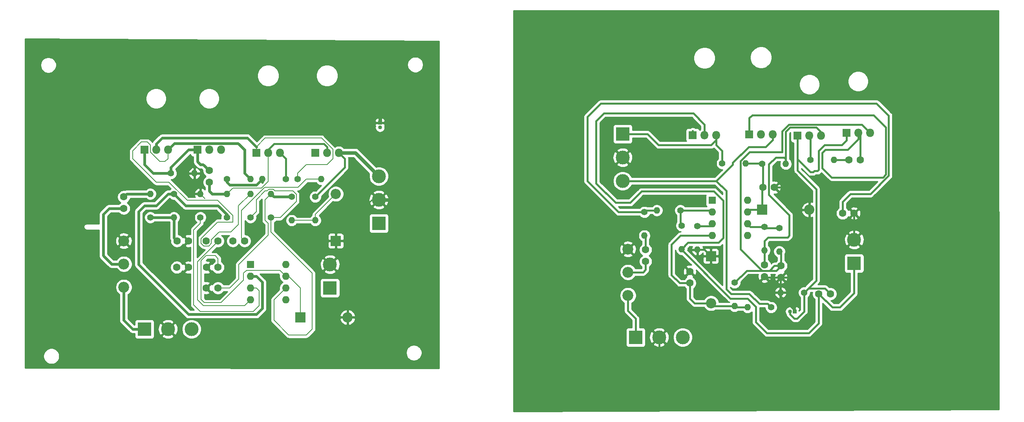
<source format=gbr>
%TF.GenerationSoftware,KiCad,Pcbnew,(5.1.6)-1*%
%TF.CreationDate,2020-07-12T13:26:09+05:30*%
%TF.ProjectId,original,6f726967-696e-4616-9c2e-6b696361645f,rev?*%
%TF.SameCoordinates,Original*%
%TF.FileFunction,Copper,L2,Bot*%
%TF.FilePolarity,Positive*%
%FSLAX46Y46*%
G04 Gerber Fmt 4.6, Leading zero omitted, Abs format (unit mm)*
G04 Created by KiCad (PCBNEW (5.1.6)-1) date 2020-07-12 13:26:09*
%MOMM*%
%LPD*%
G01*
G04 APERTURE LIST*
%TA.AperFunction,ComponentPad*%
%ADD10C,3.000000*%
%TD*%
%TA.AperFunction,ComponentPad*%
%ADD11R,3.000000X3.000000*%
%TD*%
%TA.AperFunction,ComponentPad*%
%ADD12O,1.400000X1.400000*%
%TD*%
%TA.AperFunction,ComponentPad*%
%ADD13C,1.400000*%
%TD*%
%TA.AperFunction,ComponentPad*%
%ADD14O,1.600000X1.600000*%
%TD*%
%TA.AperFunction,ComponentPad*%
%ADD15R,1.600000X1.600000*%
%TD*%
%TA.AperFunction,ComponentPad*%
%ADD16C,2.340000*%
%TD*%
%TA.AperFunction,ComponentPad*%
%ADD17R,1.800000X1.800000*%
%TD*%
%TA.AperFunction,ComponentPad*%
%ADD18O,1.800000X1.800000*%
%TD*%
%TA.AperFunction,ComponentPad*%
%ADD19O,2.200000X2.200000*%
%TD*%
%TA.AperFunction,ComponentPad*%
%ADD20R,2.200000X2.200000*%
%TD*%
%TA.AperFunction,ComponentPad*%
%ADD21C,1.600000*%
%TD*%
%TA.AperFunction,ComponentPad*%
%ADD22R,0.850000X0.850000*%
%TD*%
%TA.AperFunction,ComponentPad*%
%ADD23O,0.850000X0.850000*%
%TD*%
%TA.AperFunction,Conductor*%
%ADD24C,0.600000*%
%TD*%
%TA.AperFunction,Conductor*%
%ADD25C,0.200000*%
%TD*%
%TA.AperFunction,Conductor*%
%ADD26C,0.250000*%
%TD*%
%TA.AperFunction,Conductor*%
%ADD27C,0.800000*%
%TD*%
%TA.AperFunction,Conductor*%
%ADD28C,0.400000*%
%TD*%
%TA.AperFunction,Conductor*%
%ADD29C,0.254000*%
%TD*%
G04 APERTURE END LIST*
D10*
%TO.P,J1,3*%
%TO.N,Net-(J1-Pad3)*%
X58166000Y-94234000D03*
%TO.P,J1,2*%
%TO.N,GND*%
X53086000Y-94234000D03*
D11*
%TO.P,J1,1*%
%TO.N,Net-(J1-Pad1)*%
X48006000Y-94234000D03*
%TD*%
D12*
%TO.P,R12,2*%
%TO.N,Net-(C7-Pad1)*%
X86106000Y-61849000D03*
D13*
%TO.P,R12,1*%
%TO.N,Net-(Q1-Pad2)*%
X81026000Y-61849000D03*
%TD*%
D14*
%TO.P,U1,8*%
%TO.N,Net-(U1-Pad8)*%
X78486000Y-80264000D03*
%TO.P,U1,4*%
%TO.N,Net-(C3-Pad2)*%
X70866000Y-87884000D03*
%TO.P,U1,7*%
%TO.N,Net-(C4-Pad1)*%
X78486000Y-82804000D03*
%TO.P,U1,3*%
%TO.N,Net-(R3-Pad1)*%
X70866000Y-85344000D03*
%TO.P,U1,6*%
%TO.N,Net-(R5-Pad1)*%
X78486000Y-85344000D03*
%TO.P,U1,2*%
%TO.N,Net-(R2-Pad1)*%
X70866000Y-82804000D03*
%TO.P,U1,5*%
%TO.N,Net-(U1-Pad5)*%
X78486000Y-87884000D03*
D15*
%TO.P,U1,1*%
%TO.N,Net-(U1-Pad1)*%
X70866000Y-80264000D03*
%TD*%
D16*
%TO.P,RV1,1*%
%TO.N,GND*%
X43561000Y-75184000D03*
%TO.P,RV1,2*%
%TO.N,Net-(C2-Pad2)*%
X43561000Y-80184000D03*
%TO.P,RV1,3*%
%TO.N,Net-(J1-Pad1)*%
X43561000Y-85184000D03*
%TD*%
D12*
%TO.P,R11,2*%
%TO.N,GND*%
X58801000Y-60579000D03*
D13*
%TO.P,R11,1*%
%TO.N,Net-(C8-Pad2)*%
X53721000Y-60579000D03*
%TD*%
D12*
%TO.P,R10,2*%
%TO.N,Net-(C4-Pad1)*%
X73406000Y-61849000D03*
D13*
%TO.P,R10,1*%
%TO.N,VCC*%
X78486000Y-61849000D03*
%TD*%
D12*
%TO.P,R9,2*%
%TO.N,Net-(C3-Pad2)*%
X84836000Y-70739000D03*
D13*
%TO.P,R9,1*%
%TO.N,VEE*%
X84836000Y-65659000D03*
%TD*%
D12*
%TO.P,R8,2*%
%TO.N,Net-(C5-Pad1)*%
X70866000Y-61849000D03*
D13*
%TO.P,R8,1*%
%TO.N,Net-(C4-Pad1)*%
X65786000Y-61849000D03*
%TD*%
D12*
%TO.P,R7,2*%
%TO.N,Net-(C3-Pad2)*%
X79756000Y-70739000D03*
D13*
%TO.P,R7,1*%
%TO.N,Net-(C6-Pad2)*%
X79756000Y-65659000D03*
%TD*%
D12*
%TO.P,R6,2*%
%TO.N,Net-(C6-Pad2)*%
X75311000Y-65024000D03*
D13*
%TO.P,R6,1*%
%TO.N,Net-(R5-Pad1)*%
X75311000Y-70104000D03*
%TD*%
D12*
%TO.P,R5,2*%
%TO.N,Net-(C5-Pad1)*%
X70866000Y-65024000D03*
D13*
%TO.P,R5,1*%
%TO.N,Net-(R5-Pad1)*%
X70866000Y-70104000D03*
%TD*%
D12*
%TO.P,R4,2*%
%TO.N,Net-(C8-Pad1)*%
X65786000Y-65024000D03*
D13*
%TO.P,R4,1*%
%TO.N,Net-(R2-Pad1)*%
X65786000Y-70104000D03*
%TD*%
D12*
%TO.P,R3,2*%
%TO.N,GND*%
X60071000Y-65024000D03*
D13*
%TO.P,R3,1*%
%TO.N,Net-(R3-Pad1)*%
X60071000Y-70104000D03*
%TD*%
D12*
%TO.P,R2,2*%
%TO.N,Net-(C1-Pad2)*%
X54356000Y-70104000D03*
D13*
%TO.P,R2,1*%
%TO.N,Net-(R2-Pad1)*%
X54356000Y-65024000D03*
%TD*%
D12*
%TO.P,R1,2*%
%TO.N,Net-(C2-Pad1)*%
X49276000Y-65024000D03*
D13*
%TO.P,R1,1*%
%TO.N,Net-(C1-Pad2)*%
X49276000Y-70104000D03*
%TD*%
D17*
%TO.P,Q4,1*%
%TO.N,Net-(C7-Pad2)*%
X84836000Y-56134000D03*
D18*
%TO.P,Q4,2*%
%TO.N,Net-(C8-Pad1)*%
X87376000Y-56134000D03*
%TO.P,Q4,3*%
%TO.N,VEE*%
X89916000Y-56134000D03*
%TD*%
D17*
%TO.P,Q3,1*%
%TO.N,Net-(Q1-Pad2)*%
X72136000Y-56134000D03*
D18*
%TO.P,Q3,2*%
%TO.N,Net-(C8-Pad1)*%
X74676000Y-56134000D03*
%TO.P,Q3,3*%
%TO.N,VCC*%
X77216000Y-56134000D03*
%TD*%
D17*
%TO.P,Q2,1*%
%TO.N,Net-(C8-Pad2)*%
X59436000Y-55499000D03*
D18*
%TO.P,Q2,2*%
%TO.N,Net-(C7-Pad2)*%
X61976000Y-55499000D03*
%TO.P,Q2,3*%
%TO.N,Net-(C6-Pad2)*%
X64516000Y-55499000D03*
%TD*%
D17*
%TO.P,Q1,1*%
%TO.N,Net-(C8-Pad2)*%
X48006000Y-55499000D03*
D18*
%TO.P,Q1,2*%
%TO.N,Net-(Q1-Pad2)*%
X50546000Y-55499000D03*
%TO.P,Q1,3*%
%TO.N,Net-(C5-Pad1)*%
X53086000Y-55499000D03*
%TD*%
D10*
%TO.P,J2,2*%
%TO.N,GND*%
X88011000Y-80264000D03*
D11*
%TO.P,J2,1*%
%TO.N,Net-(C8-Pad1)*%
X88011000Y-85344000D03*
%TD*%
D19*
%TO.P,D2,2*%
%TO.N,GND*%
X91821000Y-91694000D03*
D20*
%TO.P,D2,1*%
%TO.N,Net-(C4-Pad1)*%
X81661000Y-91694000D03*
%TD*%
D19*
%TO.P,D1,2*%
%TO.N,Net-(C3-Pad2)*%
X89281000Y-65024000D03*
D20*
%TO.P,D1,1*%
%TO.N,GND*%
X89281000Y-75184000D03*
%TD*%
D21*
%TO.P,C8,2*%
%TO.N,Net-(C8-Pad2)*%
X61976000Y-59984000D03*
%TO.P,C8,1*%
%TO.N,Net-(C8-Pad1)*%
X61976000Y-62484000D03*
%TD*%
%TO.P,C7,2*%
%TO.N,Net-(C7-Pad2)*%
X67096000Y-75184000D03*
%TO.P,C7,1*%
%TO.N,Net-(C7-Pad1)*%
X69596000Y-75184000D03*
%TD*%
%TO.P,C6,2*%
%TO.N,Net-(C6-Pad2)*%
X63841000Y-85344000D03*
%TO.P,C6,1*%
%TO.N,GND*%
X61341000Y-85344000D03*
%TD*%
%TO.P,C5,2*%
%TO.N,GND*%
X57491000Y-80899000D03*
%TO.P,C5,1*%
%TO.N,Net-(C5-Pad1)*%
X54991000Y-80899000D03*
%TD*%
%TO.P,C4,2*%
%TO.N,GND*%
X61381000Y-80899000D03*
%TO.P,C4,1*%
%TO.N,Net-(C4-Pad1)*%
X63881000Y-80899000D03*
%TD*%
%TO.P,C3,2*%
%TO.N,Net-(C3-Pad2)*%
X63841000Y-75184000D03*
%TO.P,C3,1*%
%TO.N,GND*%
X61341000Y-75184000D03*
%TD*%
%TO.P,C2,2*%
%TO.N,Net-(C2-Pad2)*%
X43561000Y-68159000D03*
%TO.P,C2,1*%
%TO.N,Net-(C2-Pad1)*%
X43561000Y-65659000D03*
%TD*%
%TO.P,C1,2*%
%TO.N,Net-(C1-Pad2)*%
X55031000Y-75184000D03*
%TO.P,C1,1*%
%TO.N,GND*%
X57531000Y-75184000D03*
%TD*%
D11*
%TO.P,J4,1*%
%TO.N,VCC*%
X98552000Y-71374000D03*
D10*
%TO.P,J4,2*%
%TO.N,GND*%
X98552000Y-66294000D03*
%TO.P,J4,3*%
%TO.N,VEE*%
X98552000Y-61214000D03*
%TD*%
D22*
%TO.P,J3,1*%
%TO.N,GND*%
X98806000Y-49657000D03*
D23*
%TO.P,J3,2*%
%TO.N,Net-(C8-Pad2)*%
X98806000Y-50657000D03*
%TD*%
D21*
%TO.P,C9,2*%
%TO.N,Net-(C9-Pad2)*%
X198541000Y-69215000D03*
%TO.P,C9,1*%
%TO.N,GND*%
X201041000Y-69215000D03*
%TD*%
%TO.P,C10,1*%
%TO.N,Net-(C10-Pad1)*%
X156083000Y-77089000D03*
%TO.P,C10,2*%
%TO.N,Net-(C10-Pad2)*%
X156083000Y-79589000D03*
%TD*%
%TO.P,C11,1*%
%TO.N,GND*%
X165608000Y-81788000D03*
%TO.P,C11,2*%
%TO.N,Net-(C11-Pad2)*%
X165608000Y-84288000D03*
%TD*%
%TO.P,C12,2*%
%TO.N,GND*%
X183856000Y-63627000D03*
%TO.P,C12,1*%
%TO.N,Net-(C12-Pad1)*%
X181356000Y-63627000D03*
%TD*%
%TO.P,C13,1*%
%TO.N,Net-(C13-Pad1)*%
X181737000Y-80391000D03*
%TO.P,C13,2*%
%TO.N,GND*%
X181737000Y-82891000D03*
%TD*%
%TO.P,C14,2*%
%TO.N,Net-(C14-Pad2)*%
X185293000Y-80558000D03*
%TO.P,C14,1*%
%TO.N,GND*%
X185293000Y-83058000D03*
%TD*%
%TO.P,C15,2*%
%TO.N,Net-(C15-Pad2)*%
X202398000Y-57658000D03*
%TO.P,C15,1*%
%TO.N,Net-(C15-Pad1)*%
X199898000Y-57658000D03*
%TD*%
%TO.P,C16,1*%
%TO.N,Net-(C16-Pad1)*%
X193421000Y-86614000D03*
%TO.P,C16,2*%
%TO.N,Net-(C16-Pad2)*%
X195921000Y-86614000D03*
%TD*%
D20*
%TO.P,D3,1*%
%TO.N,GND*%
X170180000Y-78486000D03*
D19*
%TO.P,D3,2*%
%TO.N,Net-(C11-Pad2)*%
X170180000Y-88646000D03*
%TD*%
%TO.P,D4,2*%
%TO.N,GND*%
X191389000Y-68453000D03*
D20*
%TO.P,D4,1*%
%TO.N,Net-(C12-Pad1)*%
X181229000Y-68453000D03*
%TD*%
D11*
%TO.P,J5,1*%
%TO.N,Net-(J5-Pad1)*%
X153924000Y-96012000D03*
D10*
%TO.P,J5,2*%
%TO.N,GND*%
X159004000Y-96012000D03*
%TO.P,J5,3*%
%TO.N,Net-(J5-Pad3)*%
X164084000Y-96012000D03*
%TD*%
D22*
%TO.P,J6,1*%
%TO.N,GND*%
X188198000Y-90424000D03*
D23*
%TO.P,J6,2*%
%TO.N,Net-(C16-Pad2)*%
X187198000Y-90424000D03*
%TD*%
D11*
%TO.P,J7,1*%
%TO.N,Net-(C16-Pad1)*%
X201041000Y-80010000D03*
D10*
%TO.P,J7,2*%
%TO.N,GND*%
X201041000Y-74930000D03*
%TD*%
%TO.P,J8,3*%
%TO.N,VEE*%
X151130000Y-62230000D03*
%TO.P,J8,2*%
%TO.N,GND*%
X151130000Y-57150000D03*
D11*
%TO.P,J8,1*%
%TO.N,VCC*%
X151130000Y-52070000D03*
%TD*%
D18*
%TO.P,Q5,3*%
%TO.N,Net-(C13-Pad1)*%
X193929000Y-52451000D03*
%TO.P,Q5,2*%
%TO.N,Net-(Q5-Pad2)*%
X191389000Y-52451000D03*
D17*
%TO.P,Q5,1*%
%TO.N,Net-(C16-Pad2)*%
X188849000Y-52451000D03*
%TD*%
%TO.P,Q6,1*%
%TO.N,Net-(C16-Pad2)*%
X199390000Y-51816000D03*
D18*
%TO.P,Q6,2*%
%TO.N,Net-(C15-Pad2)*%
X201930000Y-51816000D03*
%TO.P,Q6,3*%
%TO.N,Net-(C14-Pad2)*%
X204470000Y-51816000D03*
%TD*%
D17*
%TO.P,Q7,1*%
%TO.N,Net-(Q5-Pad2)*%
X166243000Y-52324000D03*
D18*
%TO.P,Q7,2*%
%TO.N,Net-(C16-Pad1)*%
X168783000Y-52324000D03*
%TO.P,Q7,3*%
%TO.N,VCC*%
X171323000Y-52324000D03*
%TD*%
%TO.P,Q8,3*%
%TO.N,VEE*%
X183515000Y-52197000D03*
%TO.P,Q8,2*%
%TO.N,Net-(C16-Pad1)*%
X180975000Y-52197000D03*
D17*
%TO.P,Q8,1*%
%TO.N,Net-(C15-Pad2)*%
X178435000Y-52197000D03*
%TD*%
D12*
%TO.P,R13,2*%
%TO.N,Net-(C10-Pad1)*%
X155829000Y-74041000D03*
D13*
%TO.P,R13,1*%
%TO.N,Net-(C9-Pad2)*%
X155829000Y-68961000D03*
%TD*%
%TO.P,R14,1*%
%TO.N,Net-(R14-Pad1)*%
X163576000Y-68580000D03*
D12*
%TO.P,R14,2*%
%TO.N,Net-(C9-Pad2)*%
X158496000Y-68580000D03*
%TD*%
D13*
%TO.P,R15,1*%
%TO.N,Net-(R15-Pad1)*%
X167259000Y-72009000D03*
D12*
%TO.P,R15,2*%
%TO.N,GND*%
X167259000Y-77089000D03*
%TD*%
%TO.P,R16,2*%
%TO.N,Net-(C16-Pad1)*%
X163830000Y-76962000D03*
D13*
%TO.P,R16,1*%
%TO.N,Net-(R14-Pad1)*%
X163830000Y-71882000D03*
%TD*%
D12*
%TO.P,R17,2*%
%TO.N,Net-(C13-Pad1)*%
X181737000Y-77216000D03*
D13*
%TO.P,R17,1*%
%TO.N,Net-(R17-Pad1)*%
X181737000Y-72136000D03*
%TD*%
%TO.P,R18,1*%
%TO.N,Net-(R17-Pad1)*%
X184912000Y-72390000D03*
D12*
%TO.P,R18,2*%
%TO.N,Net-(C14-Pad2)*%
X184912000Y-77470000D03*
%TD*%
D13*
%TO.P,R19,1*%
%TO.N,Net-(C14-Pad2)*%
X175260000Y-84201000D03*
D12*
%TO.P,R19,2*%
%TO.N,Net-(C11-Pad2)*%
X175260000Y-89281000D03*
%TD*%
%TO.P,R20,2*%
%TO.N,Net-(C13-Pad1)*%
X186309000Y-58547000D03*
D13*
%TO.P,R20,1*%
%TO.N,Net-(C12-Pad1)*%
X181229000Y-58547000D03*
%TD*%
D12*
%TO.P,R21,2*%
%TO.N,Net-(C11-Pad2)*%
X178054000Y-89535000D03*
D13*
%TO.P,R21,1*%
%TO.N,VEE*%
X183134000Y-89535000D03*
%TD*%
%TO.P,R22,1*%
%TO.N,VCC*%
X172593000Y-58420000D03*
D12*
%TO.P,R22,2*%
%TO.N,Net-(C12-Pad1)*%
X177673000Y-58420000D03*
%TD*%
D13*
%TO.P,R23,1*%
%TO.N,Net-(C16-Pad2)*%
X190246000Y-86360000D03*
D12*
%TO.P,R23,2*%
%TO.N,GND*%
X185166000Y-86360000D03*
%TD*%
%TO.P,R24,2*%
%TO.N,Net-(C15-Pad1)*%
X196723000Y-57658000D03*
D13*
%TO.P,R24,1*%
%TO.N,Net-(Q5-Pad2)*%
X191643000Y-57658000D03*
%TD*%
D16*
%TO.P,RV2,3*%
%TO.N,Net-(J5-Pad1)*%
X152273000Y-86962000D03*
%TO.P,RV2,2*%
%TO.N,Net-(C10-Pad2)*%
X152273000Y-81962000D03*
%TO.P,RV2,1*%
%TO.N,GND*%
X152273000Y-76962000D03*
%TD*%
D15*
%TO.P,U2,1*%
%TO.N,Net-(U2-Pad1)*%
X170434000Y-66421000D03*
D14*
%TO.P,U2,5*%
%TO.N,Net-(U2-Pad5)*%
X178054000Y-74041000D03*
%TO.P,U2,2*%
%TO.N,Net-(R14-Pad1)*%
X170434000Y-68961000D03*
%TO.P,U2,6*%
%TO.N,Net-(R17-Pad1)*%
X178054000Y-71501000D03*
%TO.P,U2,3*%
%TO.N,Net-(R15-Pad1)*%
X170434000Y-71501000D03*
%TO.P,U2,7*%
%TO.N,Net-(C12-Pad1)*%
X178054000Y-68961000D03*
%TO.P,U2,4*%
%TO.N,Net-(C11-Pad2)*%
X170434000Y-74041000D03*
%TO.P,U2,8*%
%TO.N,Net-(U2-Pad8)*%
X178054000Y-66421000D03*
%TD*%
D24*
%TO.N,Net-(C1-Pad2)*%
X54356000Y-70104000D02*
X49276000Y-70104000D01*
X54356000Y-74509000D02*
X55031000Y-75184000D01*
X54356000Y-70104000D02*
X54356000Y-74509000D01*
D25*
%TO.N,GND*%
X60071000Y-65024000D02*
X61071010Y-66024010D01*
D26*
X89281000Y-75184000D02*
X91186000Y-75184000D01*
X91186000Y-75184000D02*
X94996000Y-71374000D01*
X94996000Y-71374000D02*
X94996000Y-68326000D01*
X97028000Y-66294000D02*
X98552000Y-66294000D01*
X94996000Y-68326000D02*
X97028000Y-66294000D01*
D27*
X98552000Y-66294000D02*
X102235000Y-66294000D01*
X102235000Y-66294000D02*
X104648000Y-63881000D01*
X104648000Y-63881000D02*
X104648000Y-49149000D01*
X104648000Y-49149000D02*
X102870000Y-47371000D01*
X102870000Y-47371000D02*
X99822000Y-47371000D01*
X98806000Y-48387000D02*
X98806000Y-49631999D01*
X99822000Y-47371000D02*
X98806000Y-48387000D01*
D28*
X191389000Y-68453000D02*
X191389000Y-65913000D01*
X189103000Y-63627000D02*
X183856000Y-63627000D01*
X191389000Y-65913000D02*
X189103000Y-63627000D01*
X181904000Y-83058000D02*
X181737000Y-82891000D01*
X185293000Y-83058000D02*
X181904000Y-83058000D01*
X185166000Y-87170998D02*
X185166000Y-86360000D01*
X188198000Y-90202998D02*
X185166000Y-87170998D01*
X188198000Y-90424000D02*
X188198000Y-90202998D01*
X201041000Y-69215000D02*
X201041000Y-74930000D01*
X185293000Y-83058000D02*
X187579000Y-83058000D01*
X191389000Y-79248000D02*
X191389000Y-68453000D01*
X187579000Y-83058000D02*
X191389000Y-79248000D01*
X159004000Y-96012000D02*
X159004000Y-100457000D01*
X159004000Y-100457000D02*
X158115000Y-101346000D01*
X158115000Y-101346000D02*
X151638000Y-101346000D01*
X151638000Y-101346000D02*
X148336000Y-98044000D01*
X148336000Y-80899000D02*
X152273000Y-76962000D01*
X148336000Y-98044000D02*
X148336000Y-80899000D01*
X168783000Y-77089000D02*
X170180000Y-78486000D01*
X167259000Y-77089000D02*
X168783000Y-77089000D01*
X185166000Y-83185000D02*
X185293000Y-83058000D01*
X185166000Y-86360000D02*
X185166000Y-83185000D01*
D24*
%TO.N,Net-(C2-Pad1)*%
X44196000Y-65024000D02*
X43561000Y-65659000D01*
X49276000Y-65024000D02*
X44196000Y-65024000D01*
D25*
%TO.N,Net-(C3-Pad2)*%
X70866000Y-87884000D02*
X69596000Y-89154000D01*
X60706000Y-89154000D02*
X59436000Y-87884000D01*
X69596000Y-89154000D02*
X60706000Y-89154000D01*
X63841000Y-75293301D02*
X63841000Y-75184000D01*
X59436000Y-79698301D02*
X63841000Y-75293301D01*
X59436000Y-87884000D02*
X59436000Y-79698301D01*
X79756000Y-70739000D02*
X84836000Y-70739000D01*
X84836000Y-69469000D02*
X84836000Y-70739000D01*
X89281000Y-65024000D02*
X84836000Y-69469000D01*
D24*
%TO.N,Net-(C4-Pad1)*%
X73406000Y-62484000D02*
X73406000Y-61849000D01*
X65786000Y-61849000D02*
X65786000Y-62484000D01*
X65786000Y-62484000D02*
X66421000Y-63119000D01*
X72136000Y-63119000D02*
X73406000Y-61849000D01*
X66421000Y-63119000D02*
X72136000Y-63119000D01*
D25*
X81661000Y-91694000D02*
X81661000Y-85344000D01*
X79121000Y-82804000D02*
X78486000Y-82804000D01*
X81661000Y-85344000D02*
X79121000Y-82804000D01*
X78486000Y-82804000D02*
X77216000Y-81534000D01*
X69995998Y-81534000D02*
X69360998Y-82169000D01*
X77216000Y-81534000D02*
X69995998Y-81534000D01*
X69360998Y-82169000D02*
X69360998Y-83674002D01*
X69360998Y-83674002D02*
X64516000Y-88519000D01*
X64516000Y-88519000D02*
X60919542Y-88519000D01*
X60240999Y-87840457D02*
X60240999Y-79459001D01*
X60919542Y-88519000D02*
X60240999Y-87840457D01*
X60240999Y-79459001D02*
X61341000Y-78359000D01*
X61341000Y-78359000D02*
X63246000Y-78359000D01*
X63881000Y-78994000D02*
X63881000Y-80899000D01*
X63246000Y-78359000D02*
X63881000Y-78994000D01*
D24*
%TO.N,Net-(C5-Pad1)*%
X69596000Y-60579000D02*
X70866000Y-61849000D01*
X69596000Y-55499000D02*
X69596000Y-60579000D01*
X68195999Y-54098999D02*
X69596000Y-55499000D01*
X53086000Y-55499000D02*
X54486001Y-54098999D01*
X54486001Y-54098999D02*
X68195999Y-54098999D01*
D25*
X63797478Y-66424020D02*
X57236022Y-66424020D01*
X67090990Y-69717532D02*
X63797478Y-66424020D01*
X67090990Y-71125468D02*
X67090990Y-69717532D01*
X63771530Y-71125468D02*
X67090990Y-71125468D01*
X66669532Y-73244010D02*
X64129532Y-73244010D01*
X57236022Y-66424020D02*
X53296002Y-62484000D01*
X68291009Y-71622533D02*
X66669532Y-73244010D01*
X70866000Y-65024000D02*
X68291009Y-67598991D01*
X62441001Y-74932541D02*
X62441001Y-75712001D01*
X64129532Y-73244010D02*
X62441001Y-74932541D01*
X60812999Y-76284001D02*
X60240999Y-75712001D01*
X68291009Y-67598991D02*
X68291009Y-71622533D01*
X61869001Y-76284001D02*
X60812999Y-76284001D01*
X62441001Y-75712001D02*
X61869001Y-76284001D01*
X60240999Y-75712001D02*
X60240999Y-74655999D01*
X60240999Y-74655999D02*
X63771530Y-71125468D01*
X53296002Y-62484000D02*
X50546000Y-62484000D01*
X50546000Y-62484000D02*
X45466000Y-57404000D01*
X45466000Y-55698998D02*
X47371000Y-53793998D01*
X45466000Y-57404000D02*
X45466000Y-55698998D01*
X48641000Y-53793998D02*
X49276000Y-54428998D01*
X47371000Y-53793998D02*
X48641000Y-53793998D01*
X49276000Y-56005002D02*
X51309998Y-58039000D01*
X49276000Y-54428998D02*
X49276000Y-56005002D01*
X51309998Y-58039000D02*
X52451000Y-58039000D01*
X53086000Y-57404000D02*
X53086000Y-55499000D01*
X52451000Y-58039000D02*
X53086000Y-57404000D01*
D24*
%TO.N,Net-(C6-Pad2)*%
X75946000Y-65659000D02*
X75311000Y-65024000D01*
X79756000Y-65659000D02*
X75946000Y-65659000D01*
D25*
X63841000Y-85344000D02*
X66421000Y-85344000D01*
X66421000Y-85344000D02*
X68326000Y-83439000D01*
X68326000Y-83439000D02*
X68326000Y-80264000D01*
X74676000Y-71374000D02*
X74041000Y-70739000D01*
X68326000Y-80264000D02*
X74676000Y-73914000D01*
X74676000Y-73914000D02*
X74676000Y-71374000D01*
X74041000Y-66294000D02*
X75311000Y-65024000D01*
X74041000Y-70739000D02*
X74041000Y-66294000D01*
%TO.N,Net-(C7-Pad1)*%
X68961000Y-74549000D02*
X69596000Y-75184000D01*
X73957467Y-63623989D02*
X68961000Y-68620456D01*
X86106000Y-61849000D02*
X82931000Y-61849000D01*
X81156011Y-63623989D02*
X73957467Y-63623989D01*
X82931000Y-61849000D02*
X81156011Y-63623989D01*
X68961000Y-68620456D02*
X68961000Y-74549000D01*
D24*
%TO.N,Net-(C8-Pad2)*%
X48006000Y-55499000D02*
X48006000Y-58674000D01*
X49911000Y-60579000D02*
X53721000Y-60579000D01*
X48006000Y-58674000D02*
X49911000Y-60579000D01*
X59436000Y-55499000D02*
X57531000Y-55499000D01*
X53721000Y-59309000D02*
X53721000Y-60579000D01*
X57531000Y-55499000D02*
X53721000Y-59309000D01*
X61976000Y-59984000D02*
X60666000Y-58674000D01*
X60666000Y-58674000D02*
X60071000Y-58674000D01*
X59436000Y-58039000D02*
X59436000Y-55499000D01*
X60071000Y-58674000D02*
X59436000Y-58039000D01*
%TO.N,Net-(C8-Pad1)*%
X61976000Y-62484000D02*
X61976000Y-64389000D01*
X62611000Y-65024000D02*
X65786000Y-65024000D01*
X61976000Y-64389000D02*
X62611000Y-65024000D01*
D28*
X87376000Y-56134000D02*
X87376000Y-54864000D01*
X87376000Y-54864000D02*
X86741000Y-54229000D01*
X86741000Y-54229000D02*
X75946000Y-54229000D01*
X74676000Y-55499000D02*
X74676000Y-56134000D01*
X75946000Y-54229000D02*
X74676000Y-55499000D01*
D25*
X67056000Y-63754000D02*
X73261758Y-63754000D01*
X74676000Y-62339758D02*
X74676000Y-56134000D01*
X65786000Y-65024000D02*
X67056000Y-63754000D01*
X73261758Y-63754000D02*
X74676000Y-62339758D01*
D24*
%TO.N,Net-(J1-Pad1)*%
X48006000Y-94234000D02*
X45466000Y-94234000D01*
X43561000Y-92329000D02*
X43561000Y-85184000D01*
X45466000Y-94234000D02*
X43561000Y-92329000D01*
D28*
%TO.N,VEE*%
X91186000Y-57404000D02*
X89916000Y-56134000D01*
X84836000Y-65659000D02*
X91186000Y-59309000D01*
X91186000Y-59309000D02*
X91186000Y-57404000D01*
D27*
X98552000Y-61214000D02*
X93472000Y-56134000D01*
X93472000Y-56134000D02*
X89916000Y-56134000D01*
D28*
X183515000Y-53340000D02*
X183515000Y-52197000D01*
X181991000Y-54864000D02*
X183515000Y-53340000D01*
X171323000Y-62230000D02*
X174879000Y-58674000D01*
X151130000Y-62230000D02*
X171323000Y-62230000D01*
X174879000Y-58674000D02*
X174879000Y-58293000D01*
X174879000Y-58293000D02*
X178308000Y-54864000D01*
X178308000Y-54864000D02*
X181991000Y-54864000D01*
X173482000Y-64389000D02*
X171323000Y-62230000D01*
X173482000Y-85598000D02*
X173482000Y-64389000D01*
X182372000Y-88773000D02*
X180594000Y-88773000D01*
X183134000Y-89535000D02*
X182372000Y-88773000D01*
X180594000Y-88773000D02*
X178435000Y-86614000D01*
X178435000Y-86614000D02*
X174498000Y-86614000D01*
X174498000Y-86614000D02*
X173482000Y-85598000D01*
%TO.N,VCC*%
X78486000Y-57404000D02*
X77216000Y-56134000D01*
X78486000Y-61849000D02*
X78486000Y-57404000D01*
X172593000Y-58420000D02*
X172593000Y-55753000D01*
X172593000Y-55753000D02*
X171323000Y-54483000D01*
X151130000Y-52070000D02*
X156464000Y-52070000D01*
X156464000Y-52070000D02*
X158877000Y-54483000D01*
X170180000Y-54483000D02*
X171323000Y-53340000D01*
X158877000Y-54483000D02*
X170180000Y-54483000D01*
X171323000Y-54483000D02*
X171323000Y-53340000D01*
X171323000Y-53340000D02*
X171323000Y-52324000D01*
D24*
%TO.N,Net-(Q1-Pad2)*%
X50546000Y-55499000D02*
X50546000Y-54229000D01*
X50546000Y-54229000D02*
X51816000Y-52959000D01*
X51816000Y-52959000D02*
X70231000Y-52959000D01*
X70231000Y-52959000D02*
X72136000Y-54864000D01*
D25*
X81026000Y-61849000D02*
X81026000Y-60579000D01*
X81026000Y-60579000D02*
X82931000Y-58674000D01*
X82931000Y-58674000D02*
X87376000Y-58674000D01*
X87376000Y-58674000D02*
X88646000Y-57404000D01*
X88646000Y-55426880D02*
X86178120Y-52959000D01*
X88646000Y-57404000D02*
X88646000Y-55426880D01*
X86178120Y-52959000D02*
X74041000Y-52959000D01*
X72136000Y-54864000D02*
X72136000Y-56134000D01*
X74041000Y-52959000D02*
X72136000Y-54864000D01*
D24*
%TO.N,Net-(R2-Pad1)*%
X70866000Y-82804000D02*
X72136000Y-82804000D01*
X72136000Y-82804000D02*
X73406000Y-84074000D01*
X73406000Y-84074000D02*
X73406000Y-89789000D01*
X73406000Y-89789000D02*
X72136000Y-91059000D01*
X72136000Y-91059000D02*
X57531000Y-91059000D01*
X57531000Y-91059000D02*
X46736000Y-80264000D01*
X46736000Y-80264000D02*
X46736000Y-68834000D01*
X46736000Y-68834000D02*
X48006000Y-67564000D01*
X48006000Y-67564000D02*
X50546000Y-67564000D01*
X53086000Y-65024000D02*
X54356000Y-65024000D01*
X50546000Y-67564000D02*
X53086000Y-65024000D01*
X54356000Y-65024000D02*
X56896000Y-67564000D01*
X56896000Y-67564000D02*
X63881000Y-67564000D01*
X65786000Y-69469000D02*
X65786000Y-70104000D01*
X63881000Y-67564000D02*
X65786000Y-69469000D01*
D25*
%TO.N,Net-(R3-Pad1)*%
X60071000Y-70104000D02*
X60071000Y-71374000D01*
X58631001Y-72813999D02*
X58631001Y-88984001D01*
X60071000Y-71374000D02*
X58631001Y-72813999D01*
X58631001Y-88984001D02*
X60071000Y-90424000D01*
X60071000Y-90424000D02*
X71501000Y-90424000D01*
X71501000Y-90424000D02*
X72771000Y-89154000D01*
X72771000Y-89154000D02*
X72771000Y-85979000D01*
X72136000Y-85344000D02*
X70866000Y-85344000D01*
X72771000Y-85979000D02*
X72136000Y-85344000D01*
%TO.N,Net-(R5-Pad1)*%
X84201000Y-82169000D02*
X75311000Y-73279000D01*
X84201000Y-94234000D02*
X84201000Y-82169000D01*
X75311000Y-73279000D02*
X75311000Y-70104000D01*
X75946000Y-87884000D02*
X75946000Y-92329000D01*
X78486000Y-85344000D02*
X75946000Y-87884000D01*
X75946000Y-92329000D02*
X79121000Y-95504000D01*
X79121000Y-95504000D02*
X82931000Y-95504000D01*
X82931000Y-95504000D02*
X84201000Y-94234000D01*
X77311002Y-70104000D02*
X75311000Y-70104000D01*
X74465998Y-64389000D02*
X74830999Y-64023999D01*
X72136000Y-66294000D02*
X74041000Y-64389000D01*
X74041000Y-64389000D02*
X74465998Y-64389000D01*
X70866000Y-70104000D02*
X72136000Y-68834000D01*
X72136000Y-68834000D02*
X72136000Y-66294000D01*
X80756001Y-65119002D02*
X80756001Y-66659001D01*
X74830999Y-64023999D02*
X75791001Y-64023999D01*
X75791001Y-64023999D02*
X76156002Y-64389000D01*
X80025999Y-64389000D02*
X80756001Y-65119002D01*
X76156002Y-64389000D02*
X80025999Y-64389000D01*
X80756001Y-66659001D02*
X77311002Y-70104000D01*
D24*
%TO.N,Net-(C2-Pad2)*%
X43561000Y-80184000D02*
X40941000Y-80184000D01*
X40941000Y-80184000D02*
X39116000Y-78359000D01*
X39116000Y-78359000D02*
X39116000Y-69469000D01*
X40426000Y-68159000D02*
X43561000Y-68159000D01*
X39116000Y-69469000D02*
X40426000Y-68159000D01*
D28*
%TO.N,Net-(C9-Pad2)*%
X156210000Y-68580000D02*
X155829000Y-68961000D01*
X158496000Y-68580000D02*
X156210000Y-68580000D01*
X150241000Y-68961000D02*
X155829000Y-68961000D01*
X143510000Y-62230000D02*
X150241000Y-68961000D01*
X143510000Y-48387000D02*
X143510000Y-62230000D01*
X198541000Y-66715000D02*
X200232000Y-65024000D01*
X205867000Y-45466000D02*
X146431000Y-45466000D01*
X198541000Y-69215000D02*
X198541000Y-66715000D01*
X200232000Y-65024000D02*
X204556542Y-65024000D01*
X146431000Y-45466000D02*
X143510000Y-48387000D01*
X204556542Y-65024000D02*
X208499009Y-61081533D01*
X208499009Y-48098009D02*
X205867000Y-45466000D01*
X208499009Y-61081533D02*
X208499009Y-48098009D01*
%TO.N,Net-(C10-Pad1)*%
X156083000Y-74295000D02*
X155829000Y-74041000D01*
X156083000Y-77089000D02*
X156083000Y-74295000D01*
%TO.N,Net-(C10-Pad2)*%
X152273000Y-81962000D02*
X155528000Y-81962000D01*
X156083000Y-81407000D02*
X156083000Y-79589000D01*
X155528000Y-81962000D02*
X156083000Y-81407000D01*
%TO.N,Net-(C11-Pad2)*%
X170180000Y-88646000D02*
X166624000Y-88646000D01*
X165608000Y-87630000D02*
X165608000Y-84288000D01*
X166624000Y-88646000D02*
X165608000Y-87630000D01*
X170815000Y-89281000D02*
X170180000Y-88646000D01*
X175260000Y-89281000D02*
X170815000Y-89281000D01*
X175514000Y-89535000D02*
X175260000Y-89281000D01*
X178054000Y-89535000D02*
X175514000Y-89535000D01*
X165608000Y-84288000D02*
X163409000Y-84288000D01*
X163409000Y-84288000D02*
X161671000Y-82550000D01*
X161671000Y-82550000D02*
X161671000Y-75946000D01*
X163576000Y-74041000D02*
X170434000Y-74041000D01*
X161671000Y-75946000D02*
X163576000Y-74041000D01*
%TO.N,Net-(C12-Pad1)*%
X181102000Y-58420000D02*
X181229000Y-58547000D01*
X177673000Y-58420000D02*
X181102000Y-58420000D01*
X181356000Y-58674000D02*
X181229000Y-58547000D01*
X181356000Y-63627000D02*
X181356000Y-58674000D01*
X181229000Y-63754000D02*
X181356000Y-63627000D01*
X181229000Y-68453000D02*
X181229000Y-63754000D01*
X178562000Y-68453000D02*
X178054000Y-68961000D01*
X181229000Y-68453000D02*
X178562000Y-68453000D01*
%TO.N,Net-(C13-Pad1)*%
X181737000Y-80391000D02*
X181737000Y-77216000D01*
X181737000Y-77216000D02*
X181737000Y-75184000D01*
X181737000Y-75184000D02*
X182499000Y-74422000D01*
X182499000Y-74422000D02*
X186690000Y-74422000D01*
X186690000Y-74422000D02*
X187071000Y-74041000D01*
X187071000Y-74041000D02*
X187071000Y-69596000D01*
X182655999Y-65180999D02*
X182655999Y-58644001D01*
X187071000Y-69596000D02*
X182655999Y-65180999D01*
X182655999Y-58644001D02*
X184150000Y-57150000D01*
X184150000Y-57150000D02*
X185928000Y-57150000D01*
X186309000Y-57531000D02*
X186309000Y-58547000D01*
X185928000Y-57150000D02*
X186309000Y-57531000D01*
X193929000Y-52451000D02*
X193929000Y-51689000D01*
X193929000Y-51689000D02*
X192913000Y-50673000D01*
X192913000Y-50673000D02*
X187198000Y-50673000D01*
X186309000Y-51562000D02*
X186309000Y-58547000D01*
X187198000Y-50673000D02*
X186309000Y-51562000D01*
%TO.N,Net-(C14-Pad2)*%
X177869999Y-81591001D02*
X182810001Y-81591001D01*
X175260000Y-84201000D02*
X177869999Y-81591001D01*
X183843002Y-80558000D02*
X185293000Y-80558000D01*
X182810001Y-81591001D02*
X183843002Y-80558000D01*
X185293000Y-77851000D02*
X184912000Y-77470000D01*
X185293000Y-80558000D02*
X185293000Y-77851000D01*
X185547000Y-51475458D02*
X186949468Y-50072990D01*
X185547000Y-56007000D02*
X185547000Y-51475458D01*
X202726990Y-50072990D02*
X204470000Y-51816000D01*
X184259999Y-81591001D02*
X181160999Y-81591001D01*
X185293000Y-80558000D02*
X184259999Y-81591001D01*
X186949468Y-50072990D02*
X202726990Y-50072990D01*
X181160999Y-81591001D02*
X176572999Y-77003001D01*
X176572999Y-77003001D02*
X176572999Y-57891999D01*
X178457998Y-56007000D02*
X185547000Y-56007000D01*
X176572999Y-57891999D02*
X178457998Y-56007000D01*
%TO.N,Net-(C15-Pad2)*%
X202398000Y-52284000D02*
X201930000Y-51816000D01*
X202398000Y-57658000D02*
X202398000Y-52284000D01*
X201930000Y-51816000D02*
X201930000Y-53213000D01*
X201930000Y-53213000D02*
X199644000Y-55499000D01*
X199644000Y-55499000D02*
X194818000Y-55499000D01*
X194818000Y-55499000D02*
X194183000Y-56134000D01*
X194183000Y-56134000D02*
X194183000Y-59436000D01*
X194183000Y-59436000D02*
X196215000Y-61468000D01*
X196215000Y-61468000D02*
X207264000Y-61468000D01*
X207264000Y-61468000D02*
X207899000Y-60833000D01*
X207899000Y-60833000D02*
X207899000Y-50673000D01*
X207899000Y-50673000D02*
X205232000Y-48006000D01*
X205232000Y-48006000D02*
X179070000Y-48006000D01*
X178435000Y-48641000D02*
X178435000Y-52197000D01*
X179070000Y-48006000D02*
X178435000Y-48641000D01*
%TO.N,Net-(C15-Pad1)*%
X196723000Y-57658000D02*
X199898000Y-57658000D01*
%TO.N,Net-(C16-Pad1)*%
X174371000Y-87630000D02*
X163830000Y-77089000D01*
X179832000Y-89408000D02*
X178054000Y-87630000D01*
X178054000Y-87630000D02*
X174371000Y-87630000D01*
X193421000Y-92964000D02*
X191262000Y-95123000D01*
X163830000Y-77089000D02*
X163830000Y-76962000D01*
X193421000Y-86614000D02*
X193421000Y-92964000D01*
X191262000Y-95123000D02*
X182245000Y-95123000D01*
X182245000Y-95123000D02*
X179832000Y-92710000D01*
X179832000Y-92710000D02*
X179832000Y-89408000D01*
X201041000Y-80010000D02*
X201041000Y-86487000D01*
X201041000Y-86487000D02*
X197993000Y-89535000D01*
X196342000Y-89535000D02*
X193421000Y-86614000D01*
X197993000Y-89535000D02*
X196342000Y-89535000D01*
X163830000Y-76962000D02*
X165227000Y-75565000D01*
X171831000Y-75565000D02*
X172847000Y-74549000D01*
X165227000Y-75565000D02*
X171831000Y-75565000D01*
X172847000Y-66513998D02*
X170815000Y-64481998D01*
X172847000Y-74549000D02*
X172847000Y-66513998D01*
X170815000Y-64481998D02*
X155228002Y-64481998D01*
X155228002Y-64481998D02*
X152781000Y-66929000D01*
X152781000Y-66929000D02*
X149606000Y-66929000D01*
X149606000Y-66929000D02*
X145415000Y-62738000D01*
X145415000Y-49276000D02*
X147066000Y-47625000D01*
X145415000Y-62738000D02*
X145415000Y-49276000D01*
X147066000Y-47625000D02*
X166370000Y-47625000D01*
X168783000Y-50038000D02*
X168783000Y-52324000D01*
X166370000Y-47625000D02*
X168783000Y-50038000D01*
%TO.N,Net-(C16-Pad2)*%
X191192001Y-85413999D02*
X194720999Y-85413999D01*
X194720999Y-85413999D02*
X195921000Y-86614000D01*
X190246000Y-86360000D02*
X191192001Y-85413999D01*
X192889001Y-83716999D02*
X192889001Y-63984001D01*
X190246000Y-86360000D02*
X192889001Y-83716999D01*
X188849000Y-59944000D02*
X188849000Y-52451000D01*
X192889001Y-63984001D02*
X188849000Y-59944000D01*
X199390000Y-51816000D02*
X199390000Y-53467000D01*
X199390000Y-53467000D02*
X198374000Y-54483000D01*
X198374000Y-54483000D02*
X194691000Y-54483000D01*
X194691000Y-54483000D02*
X193421000Y-55753000D01*
X193421000Y-55753000D02*
X193421000Y-59817000D01*
X193421000Y-59817000D02*
X193167000Y-60071000D01*
X192427998Y-60071000D02*
X192173998Y-60325000D01*
X193167000Y-60071000D02*
X192427998Y-60071000D01*
X192173998Y-60325000D02*
X191643000Y-60325000D01*
X188849000Y-57531000D02*
X188849000Y-52451000D01*
X191643000Y-60325000D02*
X188849000Y-57531000D01*
X187198000Y-91025040D02*
X188120960Y-91948000D01*
X187198000Y-90424000D02*
X187198000Y-91025040D01*
X188120960Y-91948000D02*
X188722000Y-91948000D01*
X190246000Y-90424000D02*
X190246000Y-86360000D01*
X188722000Y-91948000D02*
X190246000Y-90424000D01*
%TO.N,Net-(J5-Pad1)*%
X153924000Y-96012000D02*
X153924000Y-91948000D01*
X152273000Y-90297000D02*
X152273000Y-86962000D01*
X153924000Y-91948000D02*
X152273000Y-90297000D01*
%TO.N,Net-(Q5-Pad2)*%
X166243000Y-52324000D02*
X166243000Y-51435000D01*
X191643000Y-52705000D02*
X191389000Y-52451000D01*
X191643000Y-57658000D02*
X191643000Y-52705000D01*
%TO.N,Net-(R14-Pad1)*%
X163576000Y-71628000D02*
X163830000Y-71882000D01*
X163576000Y-68580000D02*
X163576000Y-71628000D01*
X170053000Y-68580000D02*
X170434000Y-68961000D01*
X163576000Y-68580000D02*
X170053000Y-68580000D01*
%TO.N,Net-(R15-Pad1)*%
X169926000Y-72009000D02*
X170434000Y-71501000D01*
X167259000Y-72009000D02*
X169926000Y-72009000D01*
%TO.N,Net-(R17-Pad1)*%
X178689000Y-72136000D02*
X178054000Y-71501000D01*
X181737000Y-72136000D02*
X178689000Y-72136000D01*
X181991000Y-72390000D02*
X181737000Y-72136000D01*
X184912000Y-72390000D02*
X181991000Y-72390000D01*
%TD*%
D29*
%TO.N,GND*%
G36*
X111481001Y-32025307D02*
G01*
X111481000Y-102717075D01*
X22250000Y-102591926D01*
X22250000Y-99905117D01*
X26205000Y-99905117D01*
X26205000Y-100246883D01*
X26271675Y-100582081D01*
X26402463Y-100897831D01*
X26592337Y-101181998D01*
X26834002Y-101423663D01*
X27118169Y-101613537D01*
X27433919Y-101744325D01*
X27769117Y-101811000D01*
X28110883Y-101811000D01*
X28446081Y-101744325D01*
X28761831Y-101613537D01*
X29045998Y-101423663D01*
X29287663Y-101181998D01*
X29477537Y-100897831D01*
X29608325Y-100582081D01*
X29675000Y-100246883D01*
X29675000Y-99905117D01*
X29608325Y-99569919D01*
X29477537Y-99254169D01*
X29437278Y-99193917D01*
X104386200Y-99193917D01*
X104386200Y-99535683D01*
X104452875Y-99870881D01*
X104583663Y-100186631D01*
X104773537Y-100470798D01*
X105015202Y-100712463D01*
X105299369Y-100902337D01*
X105615119Y-101033125D01*
X105950317Y-101099800D01*
X106292083Y-101099800D01*
X106627281Y-101033125D01*
X106943031Y-100902337D01*
X107227198Y-100712463D01*
X107468863Y-100470798D01*
X107658737Y-100186631D01*
X107789525Y-99870881D01*
X107856200Y-99535683D01*
X107856200Y-99193917D01*
X107789525Y-98858719D01*
X107658737Y-98542969D01*
X107468863Y-98258802D01*
X107227198Y-98017137D01*
X106943031Y-97827263D01*
X106627281Y-97696475D01*
X106292083Y-97629800D01*
X105950317Y-97629800D01*
X105615119Y-97696475D01*
X105299369Y-97827263D01*
X105015202Y-98017137D01*
X104773537Y-98258802D01*
X104583663Y-98542969D01*
X104452875Y-98858719D01*
X104386200Y-99193917D01*
X29437278Y-99193917D01*
X29287663Y-98970002D01*
X29045998Y-98728337D01*
X28761831Y-98538463D01*
X28446081Y-98407675D01*
X28110883Y-98341000D01*
X27769117Y-98341000D01*
X27433919Y-98407675D01*
X27118169Y-98538463D01*
X26834002Y-98728337D01*
X26592337Y-98970002D01*
X26402463Y-99254169D01*
X26271675Y-99569919D01*
X26205000Y-99905117D01*
X22250000Y-99905117D01*
X22250000Y-85006223D01*
X41756000Y-85006223D01*
X41756000Y-85361777D01*
X41825365Y-85710499D01*
X41961429Y-86038988D01*
X42158965Y-86334621D01*
X42410379Y-86586035D01*
X42626001Y-86730109D01*
X42626000Y-92283068D01*
X42621476Y-92329000D01*
X42626000Y-92374931D01*
X42639529Y-92512291D01*
X42692993Y-92688539D01*
X42779814Y-92850971D01*
X42896656Y-92993344D01*
X42932341Y-93022630D01*
X44772370Y-94862659D01*
X44801656Y-94898344D01*
X44944028Y-95015186D01*
X45106460Y-95102007D01*
X45282708Y-95155471D01*
X45466000Y-95173524D01*
X45511932Y-95169000D01*
X45867928Y-95169000D01*
X45867928Y-95734000D01*
X45880188Y-95858482D01*
X45916498Y-95978180D01*
X45975463Y-96088494D01*
X46054815Y-96185185D01*
X46151506Y-96264537D01*
X46261820Y-96323502D01*
X46381518Y-96359812D01*
X46506000Y-96372072D01*
X49506000Y-96372072D01*
X49630482Y-96359812D01*
X49750180Y-96323502D01*
X49860494Y-96264537D01*
X49957185Y-96185185D01*
X50036537Y-96088494D01*
X50095502Y-95978180D01*
X50131812Y-95858482D01*
X50144072Y-95734000D01*
X50144072Y-95725653D01*
X51773952Y-95725653D01*
X51929962Y-96041214D01*
X52304745Y-96232020D01*
X52709551Y-96346044D01*
X53128824Y-96378902D01*
X53546451Y-96329334D01*
X53946383Y-96199243D01*
X54242038Y-96041214D01*
X54398048Y-95725653D01*
X53086000Y-94413605D01*
X51773952Y-95725653D01*
X50144072Y-95725653D01*
X50144072Y-94276824D01*
X50941098Y-94276824D01*
X50990666Y-94694451D01*
X51120757Y-95094383D01*
X51278786Y-95390038D01*
X51594347Y-95546048D01*
X52906395Y-94234000D01*
X53265605Y-94234000D01*
X54577653Y-95546048D01*
X54893214Y-95390038D01*
X55084020Y-95015255D01*
X55198044Y-94610449D01*
X55230902Y-94191176D01*
X55211027Y-94023721D01*
X56031000Y-94023721D01*
X56031000Y-94444279D01*
X56113047Y-94856756D01*
X56273988Y-95245302D01*
X56507637Y-95594983D01*
X56805017Y-95892363D01*
X57154698Y-96126012D01*
X57543244Y-96286953D01*
X57955721Y-96369000D01*
X58376279Y-96369000D01*
X58788756Y-96286953D01*
X59177302Y-96126012D01*
X59526983Y-95892363D01*
X59824363Y-95594983D01*
X60058012Y-95245302D01*
X60218953Y-94856756D01*
X60301000Y-94444279D01*
X60301000Y-94023721D01*
X60218953Y-93611244D01*
X60058012Y-93222698D01*
X59824363Y-92873017D01*
X59526983Y-92575637D01*
X59177302Y-92341988D01*
X58788756Y-92181047D01*
X58376279Y-92099000D01*
X57955721Y-92099000D01*
X57543244Y-92181047D01*
X57154698Y-92341988D01*
X56805017Y-92575637D01*
X56507637Y-92873017D01*
X56273988Y-93222698D01*
X56113047Y-93611244D01*
X56031000Y-94023721D01*
X55211027Y-94023721D01*
X55181334Y-93773549D01*
X55051243Y-93373617D01*
X54893214Y-93077962D01*
X54577653Y-92921952D01*
X53265605Y-94234000D01*
X52906395Y-94234000D01*
X51594347Y-92921952D01*
X51278786Y-93077962D01*
X51087980Y-93452745D01*
X50973956Y-93857551D01*
X50941098Y-94276824D01*
X50144072Y-94276824D01*
X50144072Y-92742347D01*
X51773952Y-92742347D01*
X53086000Y-94054395D01*
X54398048Y-92742347D01*
X54242038Y-92426786D01*
X53867255Y-92235980D01*
X53462449Y-92121956D01*
X53043176Y-92089098D01*
X52625549Y-92138666D01*
X52225617Y-92268757D01*
X51929962Y-92426786D01*
X51773952Y-92742347D01*
X50144072Y-92742347D01*
X50144072Y-92734000D01*
X50131812Y-92609518D01*
X50095502Y-92489820D01*
X50036537Y-92379506D01*
X49957185Y-92282815D01*
X49860494Y-92203463D01*
X49750180Y-92144498D01*
X49630482Y-92108188D01*
X49506000Y-92095928D01*
X46506000Y-92095928D01*
X46381518Y-92108188D01*
X46261820Y-92144498D01*
X46151506Y-92203463D01*
X46054815Y-92282815D01*
X45975463Y-92379506D01*
X45916498Y-92489820D01*
X45880188Y-92609518D01*
X45867928Y-92734000D01*
X45867928Y-93299000D01*
X45853289Y-93299000D01*
X44496000Y-91941711D01*
X44496000Y-86730109D01*
X44711621Y-86586035D01*
X44963035Y-86334621D01*
X45160571Y-86038988D01*
X45296635Y-85710499D01*
X45366000Y-85361777D01*
X45366000Y-85006223D01*
X45296635Y-84657501D01*
X45160571Y-84329012D01*
X44963035Y-84033379D01*
X44711621Y-83781965D01*
X44415988Y-83584429D01*
X44087499Y-83448365D01*
X43738777Y-83379000D01*
X43383223Y-83379000D01*
X43034501Y-83448365D01*
X42706012Y-83584429D01*
X42410379Y-83781965D01*
X42158965Y-84033379D01*
X41961429Y-84329012D01*
X41825365Y-84657501D01*
X41756000Y-85006223D01*
X22250000Y-85006223D01*
X22250000Y-72136000D01*
X34896807Y-72136000D01*
X34909550Y-72265383D01*
X34947290Y-72389793D01*
X35008575Y-72504450D01*
X35091052Y-72604948D01*
X35191550Y-72687425D01*
X35306207Y-72748710D01*
X35430617Y-72786450D01*
X35527581Y-72796000D01*
X38181001Y-72796000D01*
X38181000Y-78313068D01*
X38176476Y-78359000D01*
X38190667Y-78503085D01*
X38194529Y-78542291D01*
X38247993Y-78718539D01*
X38334814Y-78880971D01*
X38451656Y-79023344D01*
X38487341Y-79052630D01*
X40247370Y-80812659D01*
X40276656Y-80848344D01*
X40419028Y-80965186D01*
X40581460Y-81052007D01*
X40653828Y-81073959D01*
X40757708Y-81105472D01*
X40941000Y-81123524D01*
X40986935Y-81119000D01*
X42014891Y-81119000D01*
X42158965Y-81334621D01*
X42410379Y-81586035D01*
X42706012Y-81783571D01*
X43034501Y-81919635D01*
X43383223Y-81989000D01*
X43738777Y-81989000D01*
X44087499Y-81919635D01*
X44415988Y-81783571D01*
X44711621Y-81586035D01*
X44963035Y-81334621D01*
X45160571Y-81038988D01*
X45296635Y-80710499D01*
X45366000Y-80361777D01*
X45366000Y-80006223D01*
X45296635Y-79657501D01*
X45160571Y-79329012D01*
X44963035Y-79033379D01*
X44711621Y-78781965D01*
X44415988Y-78584429D01*
X44087499Y-78448365D01*
X43738777Y-78379000D01*
X43383223Y-78379000D01*
X43034501Y-78448365D01*
X42706012Y-78584429D01*
X42410379Y-78781965D01*
X42158965Y-79033379D01*
X42014891Y-79249000D01*
X41328289Y-79249000D01*
X40051000Y-77971711D01*
X40051000Y-76440602D01*
X42484003Y-76440602D01*
X42600275Y-76722389D01*
X42918860Y-76880257D01*
X43262122Y-76972938D01*
X43616869Y-76996873D01*
X43969470Y-76951139D01*
X44306373Y-76837495D01*
X44521725Y-76722389D01*
X44637997Y-76440602D01*
X43561000Y-75363605D01*
X42484003Y-76440602D01*
X40051000Y-76440602D01*
X40051000Y-75239869D01*
X41748127Y-75239869D01*
X41793861Y-75592470D01*
X41907505Y-75929373D01*
X42022611Y-76144725D01*
X42304398Y-76260997D01*
X43381395Y-75184000D01*
X43740605Y-75184000D01*
X44817602Y-76260997D01*
X45099389Y-76144725D01*
X45257257Y-75826140D01*
X45349938Y-75482878D01*
X45373873Y-75128131D01*
X45328139Y-74775530D01*
X45214495Y-74438627D01*
X45099389Y-74223275D01*
X44817602Y-74107003D01*
X43740605Y-75184000D01*
X43381395Y-75184000D01*
X42304398Y-74107003D01*
X42022611Y-74223275D01*
X41864743Y-74541860D01*
X41772062Y-74885122D01*
X41748127Y-75239869D01*
X40051000Y-75239869D01*
X40051000Y-73927398D01*
X42484003Y-73927398D01*
X43561000Y-75004395D01*
X44637997Y-73927398D01*
X44521725Y-73645611D01*
X44203140Y-73487743D01*
X43859878Y-73395062D01*
X43505131Y-73371127D01*
X43152530Y-73416861D01*
X42815627Y-73530505D01*
X42600275Y-73645611D01*
X42484003Y-73927398D01*
X40051000Y-73927398D01*
X40051000Y-69856289D01*
X40813289Y-69094000D01*
X42466604Y-69094000D01*
X42646241Y-69273637D01*
X42881273Y-69430680D01*
X43142426Y-69538853D01*
X43419665Y-69594000D01*
X43702335Y-69594000D01*
X43979574Y-69538853D01*
X44240727Y-69430680D01*
X44475759Y-69273637D01*
X44675637Y-69073759D01*
X44832680Y-68838727D01*
X44940853Y-68577574D01*
X44996000Y-68300335D01*
X44996000Y-68017665D01*
X44940853Y-67740426D01*
X44832680Y-67479273D01*
X44675637Y-67244241D01*
X44475759Y-67044363D01*
X44273173Y-66909000D01*
X44475759Y-66773637D01*
X44675637Y-66573759D01*
X44832680Y-66338727D01*
X44940853Y-66077574D01*
X44964439Y-65959000D01*
X48323025Y-65959000D01*
X48424987Y-66060962D01*
X48643641Y-66207061D01*
X48886595Y-66307696D01*
X49144514Y-66359000D01*
X49407486Y-66359000D01*
X49665405Y-66307696D01*
X49908359Y-66207061D01*
X50127013Y-66060962D01*
X50312962Y-65875013D01*
X50459061Y-65656359D01*
X50559696Y-65413405D01*
X50611000Y-65155486D01*
X50611000Y-64892514D01*
X50559696Y-64634595D01*
X50459061Y-64391641D01*
X50312962Y-64172987D01*
X50127013Y-63987038D01*
X49908359Y-63840939D01*
X49665405Y-63740304D01*
X49407486Y-63689000D01*
X49144514Y-63689000D01*
X48886595Y-63740304D01*
X48643641Y-63840939D01*
X48424987Y-63987038D01*
X48323025Y-64089000D01*
X44241935Y-64089000D01*
X44196000Y-64084476D01*
X44012708Y-64102528D01*
X43836459Y-64155993D01*
X43804666Y-64172987D01*
X43707358Y-64224999D01*
X43702335Y-64224000D01*
X43419665Y-64224000D01*
X43142426Y-64279147D01*
X42881273Y-64387320D01*
X42646241Y-64544363D01*
X42446363Y-64744241D01*
X42289320Y-64979273D01*
X42181147Y-65240426D01*
X42126000Y-65517665D01*
X42126000Y-65800335D01*
X42181147Y-66077574D01*
X42289320Y-66338727D01*
X42446363Y-66573759D01*
X42646241Y-66773637D01*
X42848827Y-66909000D01*
X42646241Y-67044363D01*
X42466604Y-67224000D01*
X40471935Y-67224000D01*
X40426000Y-67219476D01*
X40242708Y-67237528D01*
X40138828Y-67269041D01*
X40066460Y-67290993D01*
X39904028Y-67377814D01*
X39761656Y-67494656D01*
X39732370Y-67530341D01*
X38487336Y-68775375D01*
X38451657Y-68804656D01*
X38334815Y-68947028D01*
X38251209Y-69103445D01*
X38247994Y-69109460D01*
X38194529Y-69285709D01*
X38176476Y-69469000D01*
X38181001Y-69514942D01*
X38181001Y-71476000D01*
X35527581Y-71476000D01*
X35430617Y-71485550D01*
X35306207Y-71523290D01*
X35191550Y-71584575D01*
X35091052Y-71667052D01*
X35008575Y-71767550D01*
X34947290Y-71882207D01*
X34909550Y-72006617D01*
X34896807Y-72136000D01*
X22250000Y-72136000D01*
X22250000Y-55698998D01*
X44727444Y-55698998D01*
X44731001Y-55735113D01*
X44731000Y-57367895D01*
X44727444Y-57404000D01*
X44741635Y-57548085D01*
X44746626Y-57564537D01*
X44783663Y-57686632D01*
X44851913Y-57814319D01*
X44943762Y-57926237D01*
X44971808Y-57949254D01*
X50000746Y-62978193D01*
X50023762Y-63006238D01*
X50135680Y-63098087D01*
X50263367Y-63166337D01*
X50401915Y-63208365D01*
X50546000Y-63222556D01*
X50582105Y-63219000D01*
X52991556Y-63219000D01*
X53657613Y-63885057D01*
X53504987Y-63987038D01*
X53403025Y-64089000D01*
X53131924Y-64089000D01*
X53085999Y-64084477D01*
X53040074Y-64089000D01*
X53040068Y-64089000D01*
X52921110Y-64100717D01*
X52902707Y-64102529D01*
X52851103Y-64118183D01*
X52726460Y-64155993D01*
X52564028Y-64242814D01*
X52421656Y-64359656D01*
X52392376Y-64395334D01*
X50158711Y-66629000D01*
X48051931Y-66629000D01*
X48005999Y-66624476D01*
X47822707Y-66642529D01*
X47769243Y-66658747D01*
X47646460Y-66695993D01*
X47484028Y-66782814D01*
X47341656Y-66899656D01*
X47312377Y-66935333D01*
X46107336Y-68140375D01*
X46071657Y-68169656D01*
X45954815Y-68312028D01*
X45887000Y-68438902D01*
X45867994Y-68474460D01*
X45814529Y-68650709D01*
X45796476Y-68834000D01*
X45801001Y-68879942D01*
X45801000Y-80218068D01*
X45796476Y-80264000D01*
X45801000Y-80309931D01*
X45814529Y-80447291D01*
X45867993Y-80623539D01*
X45954814Y-80785971D01*
X46071656Y-80928344D01*
X46107341Y-80957630D01*
X56837375Y-91687665D01*
X56866656Y-91723344D01*
X57009028Y-91840186D01*
X57171460Y-91927007D01*
X57294243Y-91964253D01*
X57347707Y-91980471D01*
X57530999Y-91998524D01*
X57576931Y-91994000D01*
X72090068Y-91994000D01*
X72136000Y-91998524D01*
X72181932Y-91994000D01*
X72319292Y-91980471D01*
X72495540Y-91927007D01*
X72657972Y-91840186D01*
X72800344Y-91723344D01*
X72829630Y-91687659D01*
X74034664Y-90482626D01*
X74070344Y-90453344D01*
X74187186Y-90310972D01*
X74274007Y-90148540D01*
X74314916Y-90013680D01*
X74327471Y-89972293D01*
X74345524Y-89789001D01*
X74341000Y-89743069D01*
X74341000Y-84119931D01*
X74345524Y-84073999D01*
X74327471Y-83890707D01*
X74276183Y-83721634D01*
X74274007Y-83714460D01*
X74187186Y-83552028D01*
X74070344Y-83409656D01*
X74034665Y-83380375D01*
X72923289Y-82269000D01*
X76911554Y-82269000D01*
X77093178Y-82450624D01*
X77051000Y-82662665D01*
X77051000Y-82945335D01*
X77106147Y-83222574D01*
X77214320Y-83483727D01*
X77371363Y-83718759D01*
X77571241Y-83918637D01*
X77803759Y-84074000D01*
X77571241Y-84229363D01*
X77371363Y-84429241D01*
X77214320Y-84664273D01*
X77106147Y-84925426D01*
X77051000Y-85202665D01*
X77051000Y-85485335D01*
X77093178Y-85697375D01*
X75451808Y-87338746D01*
X75423762Y-87361763D01*
X75331913Y-87473681D01*
X75263663Y-87601368D01*
X75234844Y-87696372D01*
X75221635Y-87739915D01*
X75207444Y-87884000D01*
X75211000Y-87920104D01*
X75211001Y-92292885D01*
X75207444Y-92329000D01*
X75221635Y-92473085D01*
X75262662Y-92608329D01*
X75263664Y-92611633D01*
X75331914Y-92739320D01*
X75423763Y-92851238D01*
X75451808Y-92874254D01*
X78575746Y-95998193D01*
X78598762Y-96026238D01*
X78710680Y-96118087D01*
X78838367Y-96186337D01*
X78934886Y-96215616D01*
X78976914Y-96228365D01*
X79120999Y-96242556D01*
X79157104Y-96239000D01*
X82894895Y-96239000D01*
X82931000Y-96242556D01*
X82967105Y-96239000D01*
X83075085Y-96228365D01*
X83213633Y-96186337D01*
X83341320Y-96118087D01*
X83453238Y-96026238D01*
X83476258Y-95998188D01*
X84695197Y-94779250D01*
X84723237Y-94756238D01*
X84746250Y-94728197D01*
X84746253Y-94728194D01*
X84815086Y-94644321D01*
X84815087Y-94644320D01*
X84883337Y-94516633D01*
X84925365Y-94378085D01*
X84936000Y-94270105D01*
X84936000Y-94270096D01*
X84939555Y-94234001D01*
X84936000Y-94197906D01*
X84936000Y-92090122D01*
X90131825Y-92090122D01*
X90196425Y-92303094D01*
X90346469Y-92608329D01*
X90553178Y-92878427D01*
X90808609Y-93103008D01*
X91102946Y-93273442D01*
X91424877Y-93383179D01*
X91694000Y-93265600D01*
X91694000Y-91821000D01*
X91948000Y-91821000D01*
X91948000Y-93265600D01*
X92217123Y-93383179D01*
X92539054Y-93273442D01*
X92833391Y-93103008D01*
X93088822Y-92878427D01*
X93295531Y-92608329D01*
X93445575Y-92303094D01*
X93510175Y-92090122D01*
X93392125Y-91821000D01*
X91948000Y-91821000D01*
X91694000Y-91821000D01*
X90249875Y-91821000D01*
X90131825Y-92090122D01*
X84936000Y-92090122D01*
X84936000Y-91297878D01*
X90131825Y-91297878D01*
X90249875Y-91567000D01*
X91694000Y-91567000D01*
X91694000Y-90122400D01*
X91948000Y-90122400D01*
X91948000Y-91567000D01*
X93392125Y-91567000D01*
X93510175Y-91297878D01*
X93445575Y-91084906D01*
X93295531Y-90779671D01*
X93088822Y-90509573D01*
X92833391Y-90284992D01*
X92539054Y-90114558D01*
X92217123Y-90004821D01*
X91948000Y-90122400D01*
X91694000Y-90122400D01*
X91424877Y-90004821D01*
X91102946Y-90114558D01*
X90808609Y-90284992D01*
X90553178Y-90509573D01*
X90346469Y-90779671D01*
X90196425Y-91084906D01*
X90131825Y-91297878D01*
X84936000Y-91297878D01*
X84936000Y-83844000D01*
X85872928Y-83844000D01*
X85872928Y-86844000D01*
X85885188Y-86968482D01*
X85921498Y-87088180D01*
X85980463Y-87198494D01*
X86059815Y-87295185D01*
X86156506Y-87374537D01*
X86266820Y-87433502D01*
X86386518Y-87469812D01*
X86511000Y-87482072D01*
X89511000Y-87482072D01*
X89635482Y-87469812D01*
X89755180Y-87433502D01*
X89865494Y-87374537D01*
X89962185Y-87295185D01*
X90041537Y-87198494D01*
X90100502Y-87088180D01*
X90136812Y-86968482D01*
X90149072Y-86844000D01*
X90149072Y-83844000D01*
X90136812Y-83719518D01*
X90100502Y-83599820D01*
X90041537Y-83489506D01*
X89962185Y-83392815D01*
X89865494Y-83313463D01*
X89755180Y-83254498D01*
X89635482Y-83218188D01*
X89511000Y-83205928D01*
X86511000Y-83205928D01*
X86386518Y-83218188D01*
X86266820Y-83254498D01*
X86156506Y-83313463D01*
X86059815Y-83392815D01*
X85980463Y-83489506D01*
X85921498Y-83599820D01*
X85885188Y-83719518D01*
X85872928Y-83844000D01*
X84936000Y-83844000D01*
X84936000Y-82205105D01*
X84939556Y-82169000D01*
X84925365Y-82024915D01*
X84883337Y-81886366D01*
X84815087Y-81758680D01*
X84812603Y-81755653D01*
X86698952Y-81755653D01*
X86854962Y-82071214D01*
X87229745Y-82262020D01*
X87634551Y-82376044D01*
X88053824Y-82408902D01*
X88471451Y-82359334D01*
X88871383Y-82229243D01*
X89167038Y-82071214D01*
X89323048Y-81755653D01*
X88011000Y-80443605D01*
X86698952Y-81755653D01*
X84812603Y-81755653D01*
X84746253Y-81674806D01*
X84723238Y-81646762D01*
X84695193Y-81623746D01*
X83378271Y-80306824D01*
X85866098Y-80306824D01*
X85915666Y-80724451D01*
X86045757Y-81124383D01*
X86203786Y-81420038D01*
X86519347Y-81576048D01*
X87831395Y-80264000D01*
X88190605Y-80264000D01*
X89502653Y-81576048D01*
X89818214Y-81420038D01*
X90009020Y-81045255D01*
X90123044Y-80640449D01*
X90155902Y-80221176D01*
X90106334Y-79803549D01*
X89976243Y-79403617D01*
X89818214Y-79107962D01*
X89502653Y-78951952D01*
X88190605Y-80264000D01*
X87831395Y-80264000D01*
X86519347Y-78951952D01*
X86203786Y-79107962D01*
X86012980Y-79482745D01*
X85898956Y-79887551D01*
X85866098Y-80306824D01*
X83378271Y-80306824D01*
X81843794Y-78772347D01*
X86698952Y-78772347D01*
X88011000Y-80084395D01*
X89323048Y-78772347D01*
X89167038Y-78456786D01*
X88792255Y-78265980D01*
X88387449Y-78151956D01*
X87968176Y-78119098D01*
X87550549Y-78168666D01*
X87150617Y-78298757D01*
X86854962Y-78456786D01*
X86698952Y-78772347D01*
X81843794Y-78772347D01*
X79355447Y-76284000D01*
X87542928Y-76284000D01*
X87555188Y-76408482D01*
X87591498Y-76528180D01*
X87650463Y-76638494D01*
X87729815Y-76735185D01*
X87826506Y-76814537D01*
X87936820Y-76873502D01*
X88056518Y-76909812D01*
X88181000Y-76922072D01*
X88995250Y-76919000D01*
X89154000Y-76760250D01*
X89154000Y-75311000D01*
X89408000Y-75311000D01*
X89408000Y-76760250D01*
X89566750Y-76919000D01*
X90381000Y-76922072D01*
X90505482Y-76909812D01*
X90625180Y-76873502D01*
X90735494Y-76814537D01*
X90832185Y-76735185D01*
X90911537Y-76638494D01*
X90970502Y-76528180D01*
X91006812Y-76408482D01*
X91019072Y-76284000D01*
X91016000Y-75469750D01*
X90857250Y-75311000D01*
X89408000Y-75311000D01*
X89154000Y-75311000D01*
X87704750Y-75311000D01*
X87546000Y-75469750D01*
X87542928Y-76284000D01*
X79355447Y-76284000D01*
X77155447Y-74084000D01*
X87542928Y-74084000D01*
X87546000Y-74898250D01*
X87704750Y-75057000D01*
X89154000Y-75057000D01*
X89154000Y-73607750D01*
X89408000Y-73607750D01*
X89408000Y-75057000D01*
X90857250Y-75057000D01*
X91016000Y-74898250D01*
X91019072Y-74084000D01*
X91006812Y-73959518D01*
X90970502Y-73839820D01*
X90911537Y-73729506D01*
X90832185Y-73632815D01*
X90735494Y-73553463D01*
X90625180Y-73494498D01*
X90505482Y-73458188D01*
X90381000Y-73445928D01*
X89566750Y-73449000D01*
X89408000Y-73607750D01*
X89154000Y-73607750D01*
X88995250Y-73449000D01*
X88181000Y-73445928D01*
X88056518Y-73458188D01*
X87936820Y-73494498D01*
X87826506Y-73553463D01*
X87729815Y-73632815D01*
X87650463Y-73729506D01*
X87591498Y-73839820D01*
X87555188Y-73959518D01*
X87542928Y-74084000D01*
X77155447Y-74084000D01*
X76046000Y-72974554D01*
X76046000Y-71218479D01*
X76162013Y-71140962D01*
X76347962Y-70955013D01*
X76425479Y-70839000D01*
X77274897Y-70839000D01*
X77311002Y-70842556D01*
X77347107Y-70839000D01*
X77455087Y-70828365D01*
X77593635Y-70786337D01*
X77721322Y-70718087D01*
X77833240Y-70626238D01*
X77848606Y-70607514D01*
X78421000Y-70607514D01*
X78421000Y-70870486D01*
X78472304Y-71128405D01*
X78572939Y-71371359D01*
X78719038Y-71590013D01*
X78904987Y-71775962D01*
X79123641Y-71922061D01*
X79366595Y-72022696D01*
X79624514Y-72074000D01*
X79887486Y-72074000D01*
X80145405Y-72022696D01*
X80388359Y-71922061D01*
X80607013Y-71775962D01*
X80792962Y-71590013D01*
X80870479Y-71474000D01*
X83721521Y-71474000D01*
X83799038Y-71590013D01*
X83984987Y-71775962D01*
X84203641Y-71922061D01*
X84446595Y-72022696D01*
X84704514Y-72074000D01*
X84967486Y-72074000D01*
X85225405Y-72022696D01*
X85468359Y-71922061D01*
X85687013Y-71775962D01*
X85872962Y-71590013D01*
X86019061Y-71371359D01*
X86119696Y-71128405D01*
X86171000Y-70870486D01*
X86171000Y-70607514D01*
X86119696Y-70349595D01*
X86019061Y-70106641D01*
X85872962Y-69887987D01*
X85858975Y-69874000D01*
X96413928Y-69874000D01*
X96413928Y-72874000D01*
X96426188Y-72998482D01*
X96462498Y-73118180D01*
X96521463Y-73228494D01*
X96600815Y-73325185D01*
X96697506Y-73404537D01*
X96807820Y-73463502D01*
X96927518Y-73499812D01*
X97052000Y-73512072D01*
X100052000Y-73512072D01*
X100176482Y-73499812D01*
X100296180Y-73463502D01*
X100406494Y-73404537D01*
X100503185Y-73325185D01*
X100582537Y-73228494D01*
X100641502Y-73118180D01*
X100677812Y-72998482D01*
X100690072Y-72874000D01*
X100690072Y-69874000D01*
X100677812Y-69749518D01*
X100641502Y-69629820D01*
X100582537Y-69519506D01*
X100503185Y-69422815D01*
X100406494Y-69343463D01*
X100296180Y-69284498D01*
X100176482Y-69248188D01*
X100052000Y-69235928D01*
X97052000Y-69235928D01*
X96927518Y-69248188D01*
X96807820Y-69284498D01*
X96697506Y-69343463D01*
X96600815Y-69422815D01*
X96521463Y-69519506D01*
X96462498Y-69629820D01*
X96426188Y-69749518D01*
X96413928Y-69874000D01*
X85858975Y-69874000D01*
X85687013Y-69702038D01*
X85660274Y-69684172D01*
X87558793Y-67785653D01*
X97239952Y-67785653D01*
X97395962Y-68101214D01*
X97770745Y-68292020D01*
X98175551Y-68406044D01*
X98594824Y-68438902D01*
X99012451Y-68389334D01*
X99412383Y-68259243D01*
X99708038Y-68101214D01*
X99864048Y-67785653D01*
X98552000Y-66473605D01*
X97239952Y-67785653D01*
X87558793Y-67785653D01*
X88688088Y-66656359D01*
X88774919Y-66692325D01*
X89110117Y-66759000D01*
X89451883Y-66759000D01*
X89787081Y-66692325D01*
X90102831Y-66561537D01*
X90386998Y-66371663D01*
X90421837Y-66336824D01*
X96407098Y-66336824D01*
X96456666Y-66754451D01*
X96586757Y-67154383D01*
X96744786Y-67450038D01*
X97060347Y-67606048D01*
X98372395Y-66294000D01*
X98731605Y-66294000D01*
X100043653Y-67606048D01*
X100359214Y-67450038D01*
X100550020Y-67075255D01*
X100664044Y-66670449D01*
X100696902Y-66251176D01*
X100647334Y-65833549D01*
X100517243Y-65433617D01*
X100359214Y-65137962D01*
X100043653Y-64981952D01*
X98731605Y-66294000D01*
X98372395Y-66294000D01*
X97060347Y-64981952D01*
X96744786Y-65137962D01*
X96553980Y-65512745D01*
X96439956Y-65917551D01*
X96407098Y-66336824D01*
X90421837Y-66336824D01*
X90628663Y-66129998D01*
X90818537Y-65845831D01*
X90949325Y-65530081D01*
X91016000Y-65194883D01*
X91016000Y-64853117D01*
X91005902Y-64802347D01*
X97239952Y-64802347D01*
X98552000Y-66114395D01*
X99864048Y-64802347D01*
X99708038Y-64486786D01*
X99333255Y-64295980D01*
X98928449Y-64181956D01*
X98509176Y-64149098D01*
X98091549Y-64198666D01*
X97691617Y-64328757D01*
X97395962Y-64486786D01*
X97239952Y-64802347D01*
X91005902Y-64802347D01*
X90949325Y-64517919D01*
X90818537Y-64202169D01*
X90628663Y-63918002D01*
X90386998Y-63676337D01*
X90102831Y-63486463D01*
X89787081Y-63355675D01*
X89451883Y-63289000D01*
X89110117Y-63289000D01*
X88774919Y-63355675D01*
X88459169Y-63486463D01*
X88175002Y-63676337D01*
X87933337Y-63918002D01*
X87743463Y-64202169D01*
X87612675Y-64517919D01*
X87546000Y-64853117D01*
X87546000Y-65194883D01*
X87612675Y-65530081D01*
X87648641Y-65616912D01*
X84341808Y-68923746D01*
X84313762Y-68946763D01*
X84221913Y-69058681D01*
X84153663Y-69186368D01*
X84127190Y-69273637D01*
X84111635Y-69324915D01*
X84097444Y-69469000D01*
X84101000Y-69505106D01*
X84101000Y-69624521D01*
X83984987Y-69702038D01*
X83799038Y-69887987D01*
X83721521Y-70004000D01*
X80870479Y-70004000D01*
X80792962Y-69887987D01*
X80607013Y-69702038D01*
X80388359Y-69555939D01*
X80145405Y-69455304D01*
X79887486Y-69404000D01*
X79624514Y-69404000D01*
X79366595Y-69455304D01*
X79123641Y-69555939D01*
X78904987Y-69702038D01*
X78719038Y-69887987D01*
X78572939Y-70106641D01*
X78472304Y-70349595D01*
X78421000Y-70607514D01*
X77848606Y-70607514D01*
X77856261Y-70598187D01*
X81250194Y-67204255D01*
X81278239Y-67181239D01*
X81370088Y-67069321D01*
X81438338Y-66941634D01*
X81480366Y-66803086D01*
X81491001Y-66695106D01*
X81491001Y-66695097D01*
X81494556Y-66659002D01*
X81491001Y-66622907D01*
X81491001Y-65155107D01*
X81494557Y-65119002D01*
X81480366Y-64974917D01*
X81438338Y-64836368D01*
X81370088Y-64708682D01*
X81301254Y-64624808D01*
X81301251Y-64624805D01*
X81278238Y-64596764D01*
X81250198Y-64573752D01*
X81035435Y-64358989D01*
X81119906Y-64358989D01*
X81156011Y-64362545D01*
X81192116Y-64358989D01*
X81300096Y-64348354D01*
X81438644Y-64306326D01*
X81566331Y-64238076D01*
X81678249Y-64146227D01*
X81701269Y-64118177D01*
X83235447Y-62584000D01*
X84991521Y-62584000D01*
X85069038Y-62700013D01*
X85254987Y-62885962D01*
X85473641Y-63032061D01*
X85716595Y-63132696D01*
X85974514Y-63184000D01*
X86130133Y-63184000D01*
X84986375Y-64327757D01*
X84967486Y-64324000D01*
X84704514Y-64324000D01*
X84446595Y-64375304D01*
X84203641Y-64475939D01*
X83984987Y-64622038D01*
X83799038Y-64807987D01*
X83652939Y-65026641D01*
X83552304Y-65269595D01*
X83501000Y-65527514D01*
X83501000Y-65790486D01*
X83552304Y-66048405D01*
X83652939Y-66291359D01*
X83799038Y-66510013D01*
X83984987Y-66695962D01*
X84203641Y-66842061D01*
X84446595Y-66942696D01*
X84704514Y-66994000D01*
X84967486Y-66994000D01*
X85225405Y-66942696D01*
X85468359Y-66842061D01*
X85687013Y-66695962D01*
X85872962Y-66510013D01*
X86019061Y-66291359D01*
X86119696Y-66048405D01*
X86171000Y-65790486D01*
X86171000Y-65527514D01*
X86167243Y-65508625D01*
X91747428Y-59928440D01*
X91779291Y-59902291D01*
X91883636Y-59775146D01*
X91961172Y-59630087D01*
X92008918Y-59472689D01*
X92021000Y-59350019D01*
X92021000Y-59350018D01*
X92025040Y-59309001D01*
X92021000Y-59267982D01*
X92021000Y-57445015D01*
X92025040Y-57403999D01*
X92021000Y-57362981D01*
X92008918Y-57240311D01*
X91987286Y-57169000D01*
X93043290Y-57169000D01*
X96493487Y-60619197D01*
X96417000Y-61003721D01*
X96417000Y-61424279D01*
X96499047Y-61836756D01*
X96659988Y-62225302D01*
X96893637Y-62574983D01*
X97191017Y-62872363D01*
X97540698Y-63106012D01*
X97929244Y-63266953D01*
X98341721Y-63349000D01*
X98762279Y-63349000D01*
X99174756Y-63266953D01*
X99563302Y-63106012D01*
X99912983Y-62872363D01*
X100210363Y-62574983D01*
X100444012Y-62225302D01*
X100604953Y-61836756D01*
X100687000Y-61424279D01*
X100687000Y-61003721D01*
X100604953Y-60591244D01*
X100444012Y-60202698D01*
X100210363Y-59853017D01*
X99912983Y-59555637D01*
X99563302Y-59321988D01*
X99174756Y-59161047D01*
X98762279Y-59079000D01*
X98341721Y-59079000D01*
X97957197Y-59155487D01*
X94239807Y-55438097D01*
X94207396Y-55398604D01*
X94049797Y-55269266D01*
X93869993Y-55173159D01*
X93674895Y-55113976D01*
X93522838Y-55099000D01*
X93522828Y-55099000D01*
X93472000Y-55093994D01*
X93421172Y-55099000D01*
X91051817Y-55099000D01*
X90894505Y-54941688D01*
X90643095Y-54773701D01*
X90363743Y-54657989D01*
X90067184Y-54599000D01*
X89764816Y-54599000D01*
X89468257Y-54657989D01*
X89188905Y-54773701D01*
X89095008Y-54836441D01*
X86723379Y-52464812D01*
X86700358Y-52436762D01*
X86588440Y-52344913D01*
X86460753Y-52276663D01*
X86322205Y-52234635D01*
X86214225Y-52224000D01*
X86178120Y-52220444D01*
X86142015Y-52224000D01*
X74077105Y-52224000D01*
X74041000Y-52220444D01*
X74004895Y-52224000D01*
X73896915Y-52234635D01*
X73758367Y-52276663D01*
X73630680Y-52344913D01*
X73518762Y-52436762D01*
X73495746Y-52464807D01*
X72277421Y-53683132D01*
X70924630Y-52330341D01*
X70895344Y-52294656D01*
X70752972Y-52177814D01*
X70590540Y-52090993D01*
X70414292Y-52037529D01*
X70276932Y-52024000D01*
X70231000Y-52019476D01*
X70185068Y-52024000D01*
X51861931Y-52024000D01*
X51815999Y-52019476D01*
X51632707Y-52037529D01*
X51579243Y-52053747D01*
X51456460Y-52090993D01*
X51294028Y-52177814D01*
X51151656Y-52294656D01*
X51122374Y-52330336D01*
X49917336Y-53535375D01*
X49881657Y-53564656D01*
X49764815Y-53707028D01*
X49705134Y-53818685D01*
X49186258Y-53299810D01*
X49163238Y-53271760D01*
X49051320Y-53179911D01*
X48923633Y-53111661D01*
X48785085Y-53069633D01*
X48677105Y-53058998D01*
X48641000Y-53055442D01*
X48604895Y-53058998D01*
X47407105Y-53058998D01*
X47371000Y-53055442D01*
X47334895Y-53058998D01*
X47226915Y-53069633D01*
X47088367Y-53111661D01*
X46960680Y-53179911D01*
X46848762Y-53271760D01*
X46825746Y-53299805D01*
X44971808Y-55153744D01*
X44943763Y-55176760D01*
X44851914Y-55288678D01*
X44787465Y-55409253D01*
X44783664Y-55416365D01*
X44741635Y-55554913D01*
X44727444Y-55698998D01*
X22250000Y-55698998D01*
X22250000Y-50082000D01*
X97742928Y-50082000D01*
X97755188Y-50206482D01*
X97791498Y-50326180D01*
X97793862Y-50330603D01*
X97786735Y-50347809D01*
X97746000Y-50552599D01*
X97746000Y-50761401D01*
X97786735Y-50966191D01*
X97866640Y-51159098D01*
X97982644Y-51332711D01*
X98130289Y-51480356D01*
X98303902Y-51596360D01*
X98496809Y-51676265D01*
X98701599Y-51717000D01*
X98910401Y-51717000D01*
X99115191Y-51676265D01*
X99308098Y-51596360D01*
X99481711Y-51480356D01*
X99629356Y-51332711D01*
X99745360Y-51159098D01*
X99825265Y-50966191D01*
X99866000Y-50761401D01*
X99866000Y-50552599D01*
X99825265Y-50347809D01*
X99818138Y-50330603D01*
X99820502Y-50326180D01*
X99856812Y-50206482D01*
X99869072Y-50082000D01*
X99866000Y-49942750D01*
X99707250Y-49784000D01*
X99407413Y-49784000D01*
X99308098Y-49717640D01*
X99115191Y-49637735D01*
X98910401Y-49597000D01*
X98701599Y-49597000D01*
X98496809Y-49637735D01*
X98303902Y-49717640D01*
X98204587Y-49784000D01*
X97904750Y-49784000D01*
X97746000Y-49942750D01*
X97742928Y-50082000D01*
X22250000Y-50082000D01*
X22250000Y-49232000D01*
X97742928Y-49232000D01*
X97746000Y-49371250D01*
X97904750Y-49530000D01*
X98679000Y-49530000D01*
X98679000Y-48755750D01*
X98933000Y-48755750D01*
X98933000Y-49530000D01*
X99707250Y-49530000D01*
X99866000Y-49371250D01*
X99869072Y-49232000D01*
X99856812Y-49107518D01*
X99820502Y-48987820D01*
X99761537Y-48877506D01*
X99682185Y-48780815D01*
X99585494Y-48701463D01*
X99475180Y-48642498D01*
X99355482Y-48606188D01*
X99231000Y-48593928D01*
X99091750Y-48597000D01*
X98933000Y-48755750D01*
X98679000Y-48755750D01*
X98520250Y-48597000D01*
X98381000Y-48593928D01*
X98256518Y-48606188D01*
X98136820Y-48642498D01*
X98026506Y-48701463D01*
X97929815Y-48780815D01*
X97850463Y-48877506D01*
X97791498Y-48987820D01*
X97755188Y-49107518D01*
X97742928Y-49232000D01*
X22250000Y-49232000D01*
X22250000Y-44178872D01*
X48311000Y-44178872D01*
X48311000Y-44619128D01*
X48396890Y-45050925D01*
X48565369Y-45457669D01*
X48809962Y-45823729D01*
X49121271Y-46135038D01*
X49487331Y-46379631D01*
X49894075Y-46548110D01*
X50325872Y-46634000D01*
X50766128Y-46634000D01*
X51197925Y-46548110D01*
X51604669Y-46379631D01*
X51970729Y-46135038D01*
X52282038Y-45823729D01*
X52526631Y-45457669D01*
X52695110Y-45050925D01*
X52781000Y-44619128D01*
X52781000Y-44178872D01*
X59741000Y-44178872D01*
X59741000Y-44619128D01*
X59826890Y-45050925D01*
X59995369Y-45457669D01*
X60239962Y-45823729D01*
X60551271Y-46135038D01*
X60917331Y-46379631D01*
X61324075Y-46548110D01*
X61755872Y-46634000D01*
X62196128Y-46634000D01*
X62627925Y-46548110D01*
X63034669Y-46379631D01*
X63400729Y-46135038D01*
X63712038Y-45823729D01*
X63956631Y-45457669D01*
X64125110Y-45050925D01*
X64211000Y-44619128D01*
X64211000Y-44178872D01*
X64125110Y-43747075D01*
X63956631Y-43340331D01*
X63712038Y-42974271D01*
X63400729Y-42662962D01*
X63034669Y-42418369D01*
X62627925Y-42249890D01*
X62196128Y-42164000D01*
X61755872Y-42164000D01*
X61324075Y-42249890D01*
X60917331Y-42418369D01*
X60551271Y-42662962D01*
X60239962Y-42974271D01*
X59995369Y-43340331D01*
X59826890Y-43747075D01*
X59741000Y-44178872D01*
X52781000Y-44178872D01*
X52695110Y-43747075D01*
X52526631Y-43340331D01*
X52282038Y-42974271D01*
X51970729Y-42662962D01*
X51604669Y-42418369D01*
X51197925Y-42249890D01*
X50766128Y-42164000D01*
X50325872Y-42164000D01*
X49894075Y-42249890D01*
X49487331Y-42418369D01*
X49121271Y-42662962D01*
X48809962Y-42974271D01*
X48565369Y-43340331D01*
X48396890Y-43747075D01*
X48311000Y-44178872D01*
X22250000Y-44178872D01*
X22250000Y-39239098D01*
X72291000Y-39239098D01*
X72291000Y-39708902D01*
X72382654Y-40169679D01*
X72562440Y-40603721D01*
X72823450Y-40994349D01*
X73155651Y-41326550D01*
X73546279Y-41587560D01*
X73980321Y-41767346D01*
X74441098Y-41859000D01*
X74910902Y-41859000D01*
X75371679Y-41767346D01*
X75805721Y-41587560D01*
X76196349Y-41326550D01*
X76528550Y-40994349D01*
X76789560Y-40603721D01*
X76969346Y-40169679D01*
X77061000Y-39708902D01*
X77061000Y-39239098D01*
X84991000Y-39239098D01*
X84991000Y-39708902D01*
X85082654Y-40169679D01*
X85262440Y-40603721D01*
X85523450Y-40994349D01*
X85855651Y-41326550D01*
X86246279Y-41587560D01*
X86680321Y-41767346D01*
X87141098Y-41859000D01*
X87610902Y-41859000D01*
X88071679Y-41767346D01*
X88505721Y-41587560D01*
X88896349Y-41326550D01*
X89228550Y-40994349D01*
X89489560Y-40603721D01*
X89669346Y-40169679D01*
X89761000Y-39708902D01*
X89761000Y-39239098D01*
X89669346Y-38778321D01*
X89489560Y-38344279D01*
X89228550Y-37953651D01*
X88896349Y-37621450D01*
X88505721Y-37360440D01*
X88071679Y-37180654D01*
X87610902Y-37089000D01*
X87141098Y-37089000D01*
X86680321Y-37180654D01*
X86246279Y-37360440D01*
X85855651Y-37621450D01*
X85523450Y-37953651D01*
X85262440Y-38344279D01*
X85082654Y-38778321D01*
X84991000Y-39239098D01*
X77061000Y-39239098D01*
X76969346Y-38778321D01*
X76789560Y-38344279D01*
X76528550Y-37953651D01*
X76196349Y-37621450D01*
X75805721Y-37360440D01*
X75371679Y-37180654D01*
X74910902Y-37089000D01*
X74441098Y-37089000D01*
X73980321Y-37180654D01*
X73546279Y-37360440D01*
X73155651Y-37621450D01*
X72823450Y-37953651D01*
X72562440Y-38344279D01*
X72382654Y-38778321D01*
X72291000Y-39239098D01*
X22250000Y-39239098D01*
X22250000Y-37040117D01*
X25570000Y-37040117D01*
X25570000Y-37381883D01*
X25636675Y-37717081D01*
X25767463Y-38032831D01*
X25957337Y-38316998D01*
X26199002Y-38558663D01*
X26483169Y-38748537D01*
X26798919Y-38879325D01*
X27134117Y-38946000D01*
X27475883Y-38946000D01*
X27811081Y-38879325D01*
X28126831Y-38748537D01*
X28410998Y-38558663D01*
X28652663Y-38316998D01*
X28842537Y-38032831D01*
X28973325Y-37717081D01*
X29040000Y-37381883D01*
X29040000Y-37040117D01*
X29019791Y-36938517D01*
X104678300Y-36938517D01*
X104678300Y-37280283D01*
X104744975Y-37615481D01*
X104875763Y-37931231D01*
X105065637Y-38215398D01*
X105307302Y-38457063D01*
X105591469Y-38646937D01*
X105907219Y-38777725D01*
X106242417Y-38844400D01*
X106584183Y-38844400D01*
X106919381Y-38777725D01*
X107235131Y-38646937D01*
X107519298Y-38457063D01*
X107760963Y-38215398D01*
X107950837Y-37931231D01*
X108081625Y-37615481D01*
X108148300Y-37280283D01*
X108148300Y-36938517D01*
X108081625Y-36603319D01*
X107950837Y-36287569D01*
X107760963Y-36003402D01*
X107519298Y-35761737D01*
X107235131Y-35571863D01*
X106919381Y-35441075D01*
X106584183Y-35374400D01*
X106242417Y-35374400D01*
X105907219Y-35441075D01*
X105591469Y-35571863D01*
X105307302Y-35761737D01*
X105065637Y-36003402D01*
X104875763Y-36287569D01*
X104744975Y-36603319D01*
X104678300Y-36938517D01*
X29019791Y-36938517D01*
X28973325Y-36704919D01*
X28842537Y-36389169D01*
X28652663Y-36105002D01*
X28410998Y-35863337D01*
X28126831Y-35673463D01*
X27811081Y-35542675D01*
X27475883Y-35476000D01*
X27134117Y-35476000D01*
X26798919Y-35542675D01*
X26483169Y-35673463D01*
X26199002Y-35863337D01*
X25957337Y-36105002D01*
X25767463Y-36389169D01*
X25636675Y-36704919D01*
X25570000Y-37040117D01*
X22250000Y-37040117D01*
X22250000Y-31524712D01*
X111481001Y-32025307D01*
G37*
X111481001Y-32025307D02*
X111481000Y-102717075D01*
X22250000Y-102591926D01*
X22250000Y-99905117D01*
X26205000Y-99905117D01*
X26205000Y-100246883D01*
X26271675Y-100582081D01*
X26402463Y-100897831D01*
X26592337Y-101181998D01*
X26834002Y-101423663D01*
X27118169Y-101613537D01*
X27433919Y-101744325D01*
X27769117Y-101811000D01*
X28110883Y-101811000D01*
X28446081Y-101744325D01*
X28761831Y-101613537D01*
X29045998Y-101423663D01*
X29287663Y-101181998D01*
X29477537Y-100897831D01*
X29608325Y-100582081D01*
X29675000Y-100246883D01*
X29675000Y-99905117D01*
X29608325Y-99569919D01*
X29477537Y-99254169D01*
X29437278Y-99193917D01*
X104386200Y-99193917D01*
X104386200Y-99535683D01*
X104452875Y-99870881D01*
X104583663Y-100186631D01*
X104773537Y-100470798D01*
X105015202Y-100712463D01*
X105299369Y-100902337D01*
X105615119Y-101033125D01*
X105950317Y-101099800D01*
X106292083Y-101099800D01*
X106627281Y-101033125D01*
X106943031Y-100902337D01*
X107227198Y-100712463D01*
X107468863Y-100470798D01*
X107658737Y-100186631D01*
X107789525Y-99870881D01*
X107856200Y-99535683D01*
X107856200Y-99193917D01*
X107789525Y-98858719D01*
X107658737Y-98542969D01*
X107468863Y-98258802D01*
X107227198Y-98017137D01*
X106943031Y-97827263D01*
X106627281Y-97696475D01*
X106292083Y-97629800D01*
X105950317Y-97629800D01*
X105615119Y-97696475D01*
X105299369Y-97827263D01*
X105015202Y-98017137D01*
X104773537Y-98258802D01*
X104583663Y-98542969D01*
X104452875Y-98858719D01*
X104386200Y-99193917D01*
X29437278Y-99193917D01*
X29287663Y-98970002D01*
X29045998Y-98728337D01*
X28761831Y-98538463D01*
X28446081Y-98407675D01*
X28110883Y-98341000D01*
X27769117Y-98341000D01*
X27433919Y-98407675D01*
X27118169Y-98538463D01*
X26834002Y-98728337D01*
X26592337Y-98970002D01*
X26402463Y-99254169D01*
X26271675Y-99569919D01*
X26205000Y-99905117D01*
X22250000Y-99905117D01*
X22250000Y-85006223D01*
X41756000Y-85006223D01*
X41756000Y-85361777D01*
X41825365Y-85710499D01*
X41961429Y-86038988D01*
X42158965Y-86334621D01*
X42410379Y-86586035D01*
X42626001Y-86730109D01*
X42626000Y-92283068D01*
X42621476Y-92329000D01*
X42626000Y-92374931D01*
X42639529Y-92512291D01*
X42692993Y-92688539D01*
X42779814Y-92850971D01*
X42896656Y-92993344D01*
X42932341Y-93022630D01*
X44772370Y-94862659D01*
X44801656Y-94898344D01*
X44944028Y-95015186D01*
X45106460Y-95102007D01*
X45282708Y-95155471D01*
X45466000Y-95173524D01*
X45511932Y-95169000D01*
X45867928Y-95169000D01*
X45867928Y-95734000D01*
X45880188Y-95858482D01*
X45916498Y-95978180D01*
X45975463Y-96088494D01*
X46054815Y-96185185D01*
X46151506Y-96264537D01*
X46261820Y-96323502D01*
X46381518Y-96359812D01*
X46506000Y-96372072D01*
X49506000Y-96372072D01*
X49630482Y-96359812D01*
X49750180Y-96323502D01*
X49860494Y-96264537D01*
X49957185Y-96185185D01*
X50036537Y-96088494D01*
X50095502Y-95978180D01*
X50131812Y-95858482D01*
X50144072Y-95734000D01*
X50144072Y-95725653D01*
X51773952Y-95725653D01*
X51929962Y-96041214D01*
X52304745Y-96232020D01*
X52709551Y-96346044D01*
X53128824Y-96378902D01*
X53546451Y-96329334D01*
X53946383Y-96199243D01*
X54242038Y-96041214D01*
X54398048Y-95725653D01*
X53086000Y-94413605D01*
X51773952Y-95725653D01*
X50144072Y-95725653D01*
X50144072Y-94276824D01*
X50941098Y-94276824D01*
X50990666Y-94694451D01*
X51120757Y-95094383D01*
X51278786Y-95390038D01*
X51594347Y-95546048D01*
X52906395Y-94234000D01*
X53265605Y-94234000D01*
X54577653Y-95546048D01*
X54893214Y-95390038D01*
X55084020Y-95015255D01*
X55198044Y-94610449D01*
X55230902Y-94191176D01*
X55211027Y-94023721D01*
X56031000Y-94023721D01*
X56031000Y-94444279D01*
X56113047Y-94856756D01*
X56273988Y-95245302D01*
X56507637Y-95594983D01*
X56805017Y-95892363D01*
X57154698Y-96126012D01*
X57543244Y-96286953D01*
X57955721Y-96369000D01*
X58376279Y-96369000D01*
X58788756Y-96286953D01*
X59177302Y-96126012D01*
X59526983Y-95892363D01*
X59824363Y-95594983D01*
X60058012Y-95245302D01*
X60218953Y-94856756D01*
X60301000Y-94444279D01*
X60301000Y-94023721D01*
X60218953Y-93611244D01*
X60058012Y-93222698D01*
X59824363Y-92873017D01*
X59526983Y-92575637D01*
X59177302Y-92341988D01*
X58788756Y-92181047D01*
X58376279Y-92099000D01*
X57955721Y-92099000D01*
X57543244Y-92181047D01*
X57154698Y-92341988D01*
X56805017Y-92575637D01*
X56507637Y-92873017D01*
X56273988Y-93222698D01*
X56113047Y-93611244D01*
X56031000Y-94023721D01*
X55211027Y-94023721D01*
X55181334Y-93773549D01*
X55051243Y-93373617D01*
X54893214Y-93077962D01*
X54577653Y-92921952D01*
X53265605Y-94234000D01*
X52906395Y-94234000D01*
X51594347Y-92921952D01*
X51278786Y-93077962D01*
X51087980Y-93452745D01*
X50973956Y-93857551D01*
X50941098Y-94276824D01*
X50144072Y-94276824D01*
X50144072Y-92742347D01*
X51773952Y-92742347D01*
X53086000Y-94054395D01*
X54398048Y-92742347D01*
X54242038Y-92426786D01*
X53867255Y-92235980D01*
X53462449Y-92121956D01*
X53043176Y-92089098D01*
X52625549Y-92138666D01*
X52225617Y-92268757D01*
X51929962Y-92426786D01*
X51773952Y-92742347D01*
X50144072Y-92742347D01*
X50144072Y-92734000D01*
X50131812Y-92609518D01*
X50095502Y-92489820D01*
X50036537Y-92379506D01*
X49957185Y-92282815D01*
X49860494Y-92203463D01*
X49750180Y-92144498D01*
X49630482Y-92108188D01*
X49506000Y-92095928D01*
X46506000Y-92095928D01*
X46381518Y-92108188D01*
X46261820Y-92144498D01*
X46151506Y-92203463D01*
X46054815Y-92282815D01*
X45975463Y-92379506D01*
X45916498Y-92489820D01*
X45880188Y-92609518D01*
X45867928Y-92734000D01*
X45867928Y-93299000D01*
X45853289Y-93299000D01*
X44496000Y-91941711D01*
X44496000Y-86730109D01*
X44711621Y-86586035D01*
X44963035Y-86334621D01*
X45160571Y-86038988D01*
X45296635Y-85710499D01*
X45366000Y-85361777D01*
X45366000Y-85006223D01*
X45296635Y-84657501D01*
X45160571Y-84329012D01*
X44963035Y-84033379D01*
X44711621Y-83781965D01*
X44415988Y-83584429D01*
X44087499Y-83448365D01*
X43738777Y-83379000D01*
X43383223Y-83379000D01*
X43034501Y-83448365D01*
X42706012Y-83584429D01*
X42410379Y-83781965D01*
X42158965Y-84033379D01*
X41961429Y-84329012D01*
X41825365Y-84657501D01*
X41756000Y-85006223D01*
X22250000Y-85006223D01*
X22250000Y-72136000D01*
X34896807Y-72136000D01*
X34909550Y-72265383D01*
X34947290Y-72389793D01*
X35008575Y-72504450D01*
X35091052Y-72604948D01*
X35191550Y-72687425D01*
X35306207Y-72748710D01*
X35430617Y-72786450D01*
X35527581Y-72796000D01*
X38181001Y-72796000D01*
X38181000Y-78313068D01*
X38176476Y-78359000D01*
X38190667Y-78503085D01*
X38194529Y-78542291D01*
X38247993Y-78718539D01*
X38334814Y-78880971D01*
X38451656Y-79023344D01*
X38487341Y-79052630D01*
X40247370Y-80812659D01*
X40276656Y-80848344D01*
X40419028Y-80965186D01*
X40581460Y-81052007D01*
X40653828Y-81073959D01*
X40757708Y-81105472D01*
X40941000Y-81123524D01*
X40986935Y-81119000D01*
X42014891Y-81119000D01*
X42158965Y-81334621D01*
X42410379Y-81586035D01*
X42706012Y-81783571D01*
X43034501Y-81919635D01*
X43383223Y-81989000D01*
X43738777Y-81989000D01*
X44087499Y-81919635D01*
X44415988Y-81783571D01*
X44711621Y-81586035D01*
X44963035Y-81334621D01*
X45160571Y-81038988D01*
X45296635Y-80710499D01*
X45366000Y-80361777D01*
X45366000Y-80006223D01*
X45296635Y-79657501D01*
X45160571Y-79329012D01*
X44963035Y-79033379D01*
X44711621Y-78781965D01*
X44415988Y-78584429D01*
X44087499Y-78448365D01*
X43738777Y-78379000D01*
X43383223Y-78379000D01*
X43034501Y-78448365D01*
X42706012Y-78584429D01*
X42410379Y-78781965D01*
X42158965Y-79033379D01*
X42014891Y-79249000D01*
X41328289Y-79249000D01*
X40051000Y-77971711D01*
X40051000Y-76440602D01*
X42484003Y-76440602D01*
X42600275Y-76722389D01*
X42918860Y-76880257D01*
X43262122Y-76972938D01*
X43616869Y-76996873D01*
X43969470Y-76951139D01*
X44306373Y-76837495D01*
X44521725Y-76722389D01*
X44637997Y-76440602D01*
X43561000Y-75363605D01*
X42484003Y-76440602D01*
X40051000Y-76440602D01*
X40051000Y-75239869D01*
X41748127Y-75239869D01*
X41793861Y-75592470D01*
X41907505Y-75929373D01*
X42022611Y-76144725D01*
X42304398Y-76260997D01*
X43381395Y-75184000D01*
X43740605Y-75184000D01*
X44817602Y-76260997D01*
X45099389Y-76144725D01*
X45257257Y-75826140D01*
X45349938Y-75482878D01*
X45373873Y-75128131D01*
X45328139Y-74775530D01*
X45214495Y-74438627D01*
X45099389Y-74223275D01*
X44817602Y-74107003D01*
X43740605Y-75184000D01*
X43381395Y-75184000D01*
X42304398Y-74107003D01*
X42022611Y-74223275D01*
X41864743Y-74541860D01*
X41772062Y-74885122D01*
X41748127Y-75239869D01*
X40051000Y-75239869D01*
X40051000Y-73927398D01*
X42484003Y-73927398D01*
X43561000Y-75004395D01*
X44637997Y-73927398D01*
X44521725Y-73645611D01*
X44203140Y-73487743D01*
X43859878Y-73395062D01*
X43505131Y-73371127D01*
X43152530Y-73416861D01*
X42815627Y-73530505D01*
X42600275Y-73645611D01*
X42484003Y-73927398D01*
X40051000Y-73927398D01*
X40051000Y-69856289D01*
X40813289Y-69094000D01*
X42466604Y-69094000D01*
X42646241Y-69273637D01*
X42881273Y-69430680D01*
X43142426Y-69538853D01*
X43419665Y-69594000D01*
X43702335Y-69594000D01*
X43979574Y-69538853D01*
X44240727Y-69430680D01*
X44475759Y-69273637D01*
X44675637Y-69073759D01*
X44832680Y-68838727D01*
X44940853Y-68577574D01*
X44996000Y-68300335D01*
X44996000Y-68017665D01*
X44940853Y-67740426D01*
X44832680Y-67479273D01*
X44675637Y-67244241D01*
X44475759Y-67044363D01*
X44273173Y-66909000D01*
X44475759Y-66773637D01*
X44675637Y-66573759D01*
X44832680Y-66338727D01*
X44940853Y-66077574D01*
X44964439Y-65959000D01*
X48323025Y-65959000D01*
X48424987Y-66060962D01*
X48643641Y-66207061D01*
X48886595Y-66307696D01*
X49144514Y-66359000D01*
X49407486Y-66359000D01*
X49665405Y-66307696D01*
X49908359Y-66207061D01*
X50127013Y-66060962D01*
X50312962Y-65875013D01*
X50459061Y-65656359D01*
X50559696Y-65413405D01*
X50611000Y-65155486D01*
X50611000Y-64892514D01*
X50559696Y-64634595D01*
X50459061Y-64391641D01*
X50312962Y-64172987D01*
X50127013Y-63987038D01*
X49908359Y-63840939D01*
X49665405Y-63740304D01*
X49407486Y-63689000D01*
X49144514Y-63689000D01*
X48886595Y-63740304D01*
X48643641Y-63840939D01*
X48424987Y-63987038D01*
X48323025Y-64089000D01*
X44241935Y-64089000D01*
X44196000Y-64084476D01*
X44012708Y-64102528D01*
X43836459Y-64155993D01*
X43804666Y-64172987D01*
X43707358Y-64224999D01*
X43702335Y-64224000D01*
X43419665Y-64224000D01*
X43142426Y-64279147D01*
X42881273Y-64387320D01*
X42646241Y-64544363D01*
X42446363Y-64744241D01*
X42289320Y-64979273D01*
X42181147Y-65240426D01*
X42126000Y-65517665D01*
X42126000Y-65800335D01*
X42181147Y-66077574D01*
X42289320Y-66338727D01*
X42446363Y-66573759D01*
X42646241Y-66773637D01*
X42848827Y-66909000D01*
X42646241Y-67044363D01*
X42466604Y-67224000D01*
X40471935Y-67224000D01*
X40426000Y-67219476D01*
X40242708Y-67237528D01*
X40138828Y-67269041D01*
X40066460Y-67290993D01*
X39904028Y-67377814D01*
X39761656Y-67494656D01*
X39732370Y-67530341D01*
X38487336Y-68775375D01*
X38451657Y-68804656D01*
X38334815Y-68947028D01*
X38251209Y-69103445D01*
X38247994Y-69109460D01*
X38194529Y-69285709D01*
X38176476Y-69469000D01*
X38181001Y-69514942D01*
X38181001Y-71476000D01*
X35527581Y-71476000D01*
X35430617Y-71485550D01*
X35306207Y-71523290D01*
X35191550Y-71584575D01*
X35091052Y-71667052D01*
X35008575Y-71767550D01*
X34947290Y-71882207D01*
X34909550Y-72006617D01*
X34896807Y-72136000D01*
X22250000Y-72136000D01*
X22250000Y-55698998D01*
X44727444Y-55698998D01*
X44731001Y-55735113D01*
X44731000Y-57367895D01*
X44727444Y-57404000D01*
X44741635Y-57548085D01*
X44746626Y-57564537D01*
X44783663Y-57686632D01*
X44851913Y-57814319D01*
X44943762Y-57926237D01*
X44971808Y-57949254D01*
X50000746Y-62978193D01*
X50023762Y-63006238D01*
X50135680Y-63098087D01*
X50263367Y-63166337D01*
X50401915Y-63208365D01*
X50546000Y-63222556D01*
X50582105Y-63219000D01*
X52991556Y-63219000D01*
X53657613Y-63885057D01*
X53504987Y-63987038D01*
X53403025Y-64089000D01*
X53131924Y-64089000D01*
X53085999Y-64084477D01*
X53040074Y-64089000D01*
X53040068Y-64089000D01*
X52921110Y-64100717D01*
X52902707Y-64102529D01*
X52851103Y-64118183D01*
X52726460Y-64155993D01*
X52564028Y-64242814D01*
X52421656Y-64359656D01*
X52392376Y-64395334D01*
X50158711Y-66629000D01*
X48051931Y-66629000D01*
X48005999Y-66624476D01*
X47822707Y-66642529D01*
X47769243Y-66658747D01*
X47646460Y-66695993D01*
X47484028Y-66782814D01*
X47341656Y-66899656D01*
X47312377Y-66935333D01*
X46107336Y-68140375D01*
X46071657Y-68169656D01*
X45954815Y-68312028D01*
X45887000Y-68438902D01*
X45867994Y-68474460D01*
X45814529Y-68650709D01*
X45796476Y-68834000D01*
X45801001Y-68879942D01*
X45801000Y-80218068D01*
X45796476Y-80264000D01*
X45801000Y-80309931D01*
X45814529Y-80447291D01*
X45867993Y-80623539D01*
X45954814Y-80785971D01*
X46071656Y-80928344D01*
X46107341Y-80957630D01*
X56837375Y-91687665D01*
X56866656Y-91723344D01*
X57009028Y-91840186D01*
X57171460Y-91927007D01*
X57294243Y-91964253D01*
X57347707Y-91980471D01*
X57530999Y-91998524D01*
X57576931Y-91994000D01*
X72090068Y-91994000D01*
X72136000Y-91998524D01*
X72181932Y-91994000D01*
X72319292Y-91980471D01*
X72495540Y-91927007D01*
X72657972Y-91840186D01*
X72800344Y-91723344D01*
X72829630Y-91687659D01*
X74034664Y-90482626D01*
X74070344Y-90453344D01*
X74187186Y-90310972D01*
X74274007Y-90148540D01*
X74314916Y-90013680D01*
X74327471Y-89972293D01*
X74345524Y-89789001D01*
X74341000Y-89743069D01*
X74341000Y-84119931D01*
X74345524Y-84073999D01*
X74327471Y-83890707D01*
X74276183Y-83721634D01*
X74274007Y-83714460D01*
X74187186Y-83552028D01*
X74070344Y-83409656D01*
X74034665Y-83380375D01*
X72923289Y-82269000D01*
X76911554Y-82269000D01*
X77093178Y-82450624D01*
X77051000Y-82662665D01*
X77051000Y-82945335D01*
X77106147Y-83222574D01*
X77214320Y-83483727D01*
X77371363Y-83718759D01*
X77571241Y-83918637D01*
X77803759Y-84074000D01*
X77571241Y-84229363D01*
X77371363Y-84429241D01*
X77214320Y-84664273D01*
X77106147Y-84925426D01*
X77051000Y-85202665D01*
X77051000Y-85485335D01*
X77093178Y-85697375D01*
X75451808Y-87338746D01*
X75423762Y-87361763D01*
X75331913Y-87473681D01*
X75263663Y-87601368D01*
X75234844Y-87696372D01*
X75221635Y-87739915D01*
X75207444Y-87884000D01*
X75211000Y-87920104D01*
X75211001Y-92292885D01*
X75207444Y-92329000D01*
X75221635Y-92473085D01*
X75262662Y-92608329D01*
X75263664Y-92611633D01*
X75331914Y-92739320D01*
X75423763Y-92851238D01*
X75451808Y-92874254D01*
X78575746Y-95998193D01*
X78598762Y-96026238D01*
X78710680Y-96118087D01*
X78838367Y-96186337D01*
X78934886Y-96215616D01*
X78976914Y-96228365D01*
X79120999Y-96242556D01*
X79157104Y-96239000D01*
X82894895Y-96239000D01*
X82931000Y-96242556D01*
X82967105Y-96239000D01*
X83075085Y-96228365D01*
X83213633Y-96186337D01*
X83341320Y-96118087D01*
X83453238Y-96026238D01*
X83476258Y-95998188D01*
X84695197Y-94779250D01*
X84723237Y-94756238D01*
X84746250Y-94728197D01*
X84746253Y-94728194D01*
X84815086Y-94644321D01*
X84815087Y-94644320D01*
X84883337Y-94516633D01*
X84925365Y-94378085D01*
X84936000Y-94270105D01*
X84936000Y-94270096D01*
X84939555Y-94234001D01*
X84936000Y-94197906D01*
X84936000Y-92090122D01*
X90131825Y-92090122D01*
X90196425Y-92303094D01*
X90346469Y-92608329D01*
X90553178Y-92878427D01*
X90808609Y-93103008D01*
X91102946Y-93273442D01*
X91424877Y-93383179D01*
X91694000Y-93265600D01*
X91694000Y-91821000D01*
X91948000Y-91821000D01*
X91948000Y-93265600D01*
X92217123Y-93383179D01*
X92539054Y-93273442D01*
X92833391Y-93103008D01*
X93088822Y-92878427D01*
X93295531Y-92608329D01*
X93445575Y-92303094D01*
X93510175Y-92090122D01*
X93392125Y-91821000D01*
X91948000Y-91821000D01*
X91694000Y-91821000D01*
X90249875Y-91821000D01*
X90131825Y-92090122D01*
X84936000Y-92090122D01*
X84936000Y-91297878D01*
X90131825Y-91297878D01*
X90249875Y-91567000D01*
X91694000Y-91567000D01*
X91694000Y-90122400D01*
X91948000Y-90122400D01*
X91948000Y-91567000D01*
X93392125Y-91567000D01*
X93510175Y-91297878D01*
X93445575Y-91084906D01*
X93295531Y-90779671D01*
X93088822Y-90509573D01*
X92833391Y-90284992D01*
X92539054Y-90114558D01*
X92217123Y-90004821D01*
X91948000Y-90122400D01*
X91694000Y-90122400D01*
X91424877Y-90004821D01*
X91102946Y-90114558D01*
X90808609Y-90284992D01*
X90553178Y-90509573D01*
X90346469Y-90779671D01*
X90196425Y-91084906D01*
X90131825Y-91297878D01*
X84936000Y-91297878D01*
X84936000Y-83844000D01*
X85872928Y-83844000D01*
X85872928Y-86844000D01*
X85885188Y-86968482D01*
X85921498Y-87088180D01*
X85980463Y-87198494D01*
X86059815Y-87295185D01*
X86156506Y-87374537D01*
X86266820Y-87433502D01*
X86386518Y-87469812D01*
X86511000Y-87482072D01*
X89511000Y-87482072D01*
X89635482Y-87469812D01*
X89755180Y-87433502D01*
X89865494Y-87374537D01*
X89962185Y-87295185D01*
X90041537Y-87198494D01*
X90100502Y-87088180D01*
X90136812Y-86968482D01*
X90149072Y-86844000D01*
X90149072Y-83844000D01*
X90136812Y-83719518D01*
X90100502Y-83599820D01*
X90041537Y-83489506D01*
X89962185Y-83392815D01*
X89865494Y-83313463D01*
X89755180Y-83254498D01*
X89635482Y-83218188D01*
X89511000Y-83205928D01*
X86511000Y-83205928D01*
X86386518Y-83218188D01*
X86266820Y-83254498D01*
X86156506Y-83313463D01*
X86059815Y-83392815D01*
X85980463Y-83489506D01*
X85921498Y-83599820D01*
X85885188Y-83719518D01*
X85872928Y-83844000D01*
X84936000Y-83844000D01*
X84936000Y-82205105D01*
X84939556Y-82169000D01*
X84925365Y-82024915D01*
X84883337Y-81886366D01*
X84815087Y-81758680D01*
X84812603Y-81755653D01*
X86698952Y-81755653D01*
X86854962Y-82071214D01*
X87229745Y-82262020D01*
X87634551Y-82376044D01*
X88053824Y-82408902D01*
X88471451Y-82359334D01*
X88871383Y-82229243D01*
X89167038Y-82071214D01*
X89323048Y-81755653D01*
X88011000Y-80443605D01*
X86698952Y-81755653D01*
X84812603Y-81755653D01*
X84746253Y-81674806D01*
X84723238Y-81646762D01*
X84695193Y-81623746D01*
X83378271Y-80306824D01*
X85866098Y-80306824D01*
X85915666Y-80724451D01*
X86045757Y-81124383D01*
X86203786Y-81420038D01*
X86519347Y-81576048D01*
X87831395Y-80264000D01*
X88190605Y-80264000D01*
X89502653Y-81576048D01*
X89818214Y-81420038D01*
X90009020Y-81045255D01*
X90123044Y-80640449D01*
X90155902Y-80221176D01*
X90106334Y-79803549D01*
X89976243Y-79403617D01*
X89818214Y-79107962D01*
X89502653Y-78951952D01*
X88190605Y-80264000D01*
X87831395Y-80264000D01*
X86519347Y-78951952D01*
X86203786Y-79107962D01*
X86012980Y-79482745D01*
X85898956Y-79887551D01*
X85866098Y-80306824D01*
X83378271Y-80306824D01*
X81843794Y-78772347D01*
X86698952Y-78772347D01*
X88011000Y-80084395D01*
X89323048Y-78772347D01*
X89167038Y-78456786D01*
X88792255Y-78265980D01*
X88387449Y-78151956D01*
X87968176Y-78119098D01*
X87550549Y-78168666D01*
X87150617Y-78298757D01*
X86854962Y-78456786D01*
X86698952Y-78772347D01*
X81843794Y-78772347D01*
X79355447Y-76284000D01*
X87542928Y-76284000D01*
X87555188Y-76408482D01*
X87591498Y-76528180D01*
X87650463Y-76638494D01*
X87729815Y-76735185D01*
X87826506Y-76814537D01*
X87936820Y-76873502D01*
X88056518Y-76909812D01*
X88181000Y-76922072D01*
X88995250Y-76919000D01*
X89154000Y-76760250D01*
X89154000Y-75311000D01*
X89408000Y-75311000D01*
X89408000Y-76760250D01*
X89566750Y-76919000D01*
X90381000Y-76922072D01*
X90505482Y-76909812D01*
X90625180Y-76873502D01*
X90735494Y-76814537D01*
X90832185Y-76735185D01*
X90911537Y-76638494D01*
X90970502Y-76528180D01*
X91006812Y-76408482D01*
X91019072Y-76284000D01*
X91016000Y-75469750D01*
X90857250Y-75311000D01*
X89408000Y-75311000D01*
X89154000Y-75311000D01*
X87704750Y-75311000D01*
X87546000Y-75469750D01*
X87542928Y-76284000D01*
X79355447Y-76284000D01*
X77155447Y-74084000D01*
X87542928Y-74084000D01*
X87546000Y-74898250D01*
X87704750Y-75057000D01*
X89154000Y-75057000D01*
X89154000Y-73607750D01*
X89408000Y-73607750D01*
X89408000Y-75057000D01*
X90857250Y-75057000D01*
X91016000Y-74898250D01*
X91019072Y-74084000D01*
X91006812Y-73959518D01*
X90970502Y-73839820D01*
X90911537Y-73729506D01*
X90832185Y-73632815D01*
X90735494Y-73553463D01*
X90625180Y-73494498D01*
X90505482Y-73458188D01*
X90381000Y-73445928D01*
X89566750Y-73449000D01*
X89408000Y-73607750D01*
X89154000Y-73607750D01*
X88995250Y-73449000D01*
X88181000Y-73445928D01*
X88056518Y-73458188D01*
X87936820Y-73494498D01*
X87826506Y-73553463D01*
X87729815Y-73632815D01*
X87650463Y-73729506D01*
X87591498Y-73839820D01*
X87555188Y-73959518D01*
X87542928Y-74084000D01*
X77155447Y-74084000D01*
X76046000Y-72974554D01*
X76046000Y-71218479D01*
X76162013Y-71140962D01*
X76347962Y-70955013D01*
X76425479Y-70839000D01*
X77274897Y-70839000D01*
X77311002Y-70842556D01*
X77347107Y-70839000D01*
X77455087Y-70828365D01*
X77593635Y-70786337D01*
X77721322Y-70718087D01*
X77833240Y-70626238D01*
X77848606Y-70607514D01*
X78421000Y-70607514D01*
X78421000Y-70870486D01*
X78472304Y-71128405D01*
X78572939Y-71371359D01*
X78719038Y-71590013D01*
X78904987Y-71775962D01*
X79123641Y-71922061D01*
X79366595Y-72022696D01*
X79624514Y-72074000D01*
X79887486Y-72074000D01*
X80145405Y-72022696D01*
X80388359Y-71922061D01*
X80607013Y-71775962D01*
X80792962Y-71590013D01*
X80870479Y-71474000D01*
X83721521Y-71474000D01*
X83799038Y-71590013D01*
X83984987Y-71775962D01*
X84203641Y-71922061D01*
X84446595Y-72022696D01*
X84704514Y-72074000D01*
X84967486Y-72074000D01*
X85225405Y-72022696D01*
X85468359Y-71922061D01*
X85687013Y-71775962D01*
X85872962Y-71590013D01*
X86019061Y-71371359D01*
X86119696Y-71128405D01*
X86171000Y-70870486D01*
X86171000Y-70607514D01*
X86119696Y-70349595D01*
X86019061Y-70106641D01*
X85872962Y-69887987D01*
X85858975Y-69874000D01*
X96413928Y-69874000D01*
X96413928Y-72874000D01*
X96426188Y-72998482D01*
X96462498Y-73118180D01*
X96521463Y-73228494D01*
X96600815Y-73325185D01*
X96697506Y-73404537D01*
X96807820Y-73463502D01*
X96927518Y-73499812D01*
X97052000Y-73512072D01*
X100052000Y-73512072D01*
X100176482Y-73499812D01*
X100296180Y-73463502D01*
X100406494Y-73404537D01*
X100503185Y-73325185D01*
X100582537Y-73228494D01*
X100641502Y-73118180D01*
X100677812Y-72998482D01*
X100690072Y-72874000D01*
X100690072Y-69874000D01*
X100677812Y-69749518D01*
X100641502Y-69629820D01*
X100582537Y-69519506D01*
X100503185Y-69422815D01*
X100406494Y-69343463D01*
X100296180Y-69284498D01*
X100176482Y-69248188D01*
X100052000Y-69235928D01*
X97052000Y-69235928D01*
X96927518Y-69248188D01*
X96807820Y-69284498D01*
X96697506Y-69343463D01*
X96600815Y-69422815D01*
X96521463Y-69519506D01*
X96462498Y-69629820D01*
X96426188Y-69749518D01*
X96413928Y-69874000D01*
X85858975Y-69874000D01*
X85687013Y-69702038D01*
X85660274Y-69684172D01*
X87558793Y-67785653D01*
X97239952Y-67785653D01*
X97395962Y-68101214D01*
X97770745Y-68292020D01*
X98175551Y-68406044D01*
X98594824Y-68438902D01*
X99012451Y-68389334D01*
X99412383Y-68259243D01*
X99708038Y-68101214D01*
X99864048Y-67785653D01*
X98552000Y-66473605D01*
X97239952Y-67785653D01*
X87558793Y-67785653D01*
X88688088Y-66656359D01*
X88774919Y-66692325D01*
X89110117Y-66759000D01*
X89451883Y-66759000D01*
X89787081Y-66692325D01*
X90102831Y-66561537D01*
X90386998Y-66371663D01*
X90421837Y-66336824D01*
X96407098Y-66336824D01*
X96456666Y-66754451D01*
X96586757Y-67154383D01*
X96744786Y-67450038D01*
X97060347Y-67606048D01*
X98372395Y-66294000D01*
X98731605Y-66294000D01*
X100043653Y-67606048D01*
X100359214Y-67450038D01*
X100550020Y-67075255D01*
X100664044Y-66670449D01*
X100696902Y-66251176D01*
X100647334Y-65833549D01*
X100517243Y-65433617D01*
X100359214Y-65137962D01*
X100043653Y-64981952D01*
X98731605Y-66294000D01*
X98372395Y-66294000D01*
X97060347Y-64981952D01*
X96744786Y-65137962D01*
X96553980Y-65512745D01*
X96439956Y-65917551D01*
X96407098Y-66336824D01*
X90421837Y-66336824D01*
X90628663Y-66129998D01*
X90818537Y-65845831D01*
X90949325Y-65530081D01*
X91016000Y-65194883D01*
X91016000Y-64853117D01*
X91005902Y-64802347D01*
X97239952Y-64802347D01*
X98552000Y-66114395D01*
X99864048Y-64802347D01*
X99708038Y-64486786D01*
X99333255Y-64295980D01*
X98928449Y-64181956D01*
X98509176Y-64149098D01*
X98091549Y-64198666D01*
X97691617Y-64328757D01*
X97395962Y-64486786D01*
X97239952Y-64802347D01*
X91005902Y-64802347D01*
X90949325Y-64517919D01*
X90818537Y-64202169D01*
X90628663Y-63918002D01*
X90386998Y-63676337D01*
X90102831Y-63486463D01*
X89787081Y-63355675D01*
X89451883Y-63289000D01*
X89110117Y-63289000D01*
X88774919Y-63355675D01*
X88459169Y-63486463D01*
X88175002Y-63676337D01*
X87933337Y-63918002D01*
X87743463Y-64202169D01*
X87612675Y-64517919D01*
X87546000Y-64853117D01*
X87546000Y-65194883D01*
X87612675Y-65530081D01*
X87648641Y-65616912D01*
X84341808Y-68923746D01*
X84313762Y-68946763D01*
X84221913Y-69058681D01*
X84153663Y-69186368D01*
X84127190Y-69273637D01*
X84111635Y-69324915D01*
X84097444Y-69469000D01*
X84101000Y-69505106D01*
X84101000Y-69624521D01*
X83984987Y-69702038D01*
X83799038Y-69887987D01*
X83721521Y-70004000D01*
X80870479Y-70004000D01*
X80792962Y-69887987D01*
X80607013Y-69702038D01*
X80388359Y-69555939D01*
X80145405Y-69455304D01*
X79887486Y-69404000D01*
X79624514Y-69404000D01*
X79366595Y-69455304D01*
X79123641Y-69555939D01*
X78904987Y-69702038D01*
X78719038Y-69887987D01*
X78572939Y-70106641D01*
X78472304Y-70349595D01*
X78421000Y-70607514D01*
X77848606Y-70607514D01*
X77856261Y-70598187D01*
X81250194Y-67204255D01*
X81278239Y-67181239D01*
X81370088Y-67069321D01*
X81438338Y-66941634D01*
X81480366Y-66803086D01*
X81491001Y-66695106D01*
X81491001Y-66695097D01*
X81494556Y-66659002D01*
X81491001Y-66622907D01*
X81491001Y-65155107D01*
X81494557Y-65119002D01*
X81480366Y-64974917D01*
X81438338Y-64836368D01*
X81370088Y-64708682D01*
X81301254Y-64624808D01*
X81301251Y-64624805D01*
X81278238Y-64596764D01*
X81250198Y-64573752D01*
X81035435Y-64358989D01*
X81119906Y-64358989D01*
X81156011Y-64362545D01*
X81192116Y-64358989D01*
X81300096Y-64348354D01*
X81438644Y-64306326D01*
X81566331Y-64238076D01*
X81678249Y-64146227D01*
X81701269Y-64118177D01*
X83235447Y-62584000D01*
X84991521Y-62584000D01*
X85069038Y-62700013D01*
X85254987Y-62885962D01*
X85473641Y-63032061D01*
X85716595Y-63132696D01*
X85974514Y-63184000D01*
X86130133Y-63184000D01*
X84986375Y-64327757D01*
X84967486Y-64324000D01*
X84704514Y-64324000D01*
X84446595Y-64375304D01*
X84203641Y-64475939D01*
X83984987Y-64622038D01*
X83799038Y-64807987D01*
X83652939Y-65026641D01*
X83552304Y-65269595D01*
X83501000Y-65527514D01*
X83501000Y-65790486D01*
X83552304Y-66048405D01*
X83652939Y-66291359D01*
X83799038Y-66510013D01*
X83984987Y-66695962D01*
X84203641Y-66842061D01*
X84446595Y-66942696D01*
X84704514Y-66994000D01*
X84967486Y-66994000D01*
X85225405Y-66942696D01*
X85468359Y-66842061D01*
X85687013Y-66695962D01*
X85872962Y-66510013D01*
X86019061Y-66291359D01*
X86119696Y-66048405D01*
X86171000Y-65790486D01*
X86171000Y-65527514D01*
X86167243Y-65508625D01*
X91747428Y-59928440D01*
X91779291Y-59902291D01*
X91883636Y-59775146D01*
X91961172Y-59630087D01*
X92008918Y-59472689D01*
X92021000Y-59350019D01*
X92021000Y-59350018D01*
X92025040Y-59309001D01*
X92021000Y-59267982D01*
X92021000Y-57445015D01*
X92025040Y-57403999D01*
X92021000Y-57362981D01*
X92008918Y-57240311D01*
X91987286Y-57169000D01*
X93043290Y-57169000D01*
X96493487Y-60619197D01*
X96417000Y-61003721D01*
X96417000Y-61424279D01*
X96499047Y-61836756D01*
X96659988Y-62225302D01*
X96893637Y-62574983D01*
X97191017Y-62872363D01*
X97540698Y-63106012D01*
X97929244Y-63266953D01*
X98341721Y-63349000D01*
X98762279Y-63349000D01*
X99174756Y-63266953D01*
X99563302Y-63106012D01*
X99912983Y-62872363D01*
X100210363Y-62574983D01*
X100444012Y-62225302D01*
X100604953Y-61836756D01*
X100687000Y-61424279D01*
X100687000Y-61003721D01*
X100604953Y-60591244D01*
X100444012Y-60202698D01*
X100210363Y-59853017D01*
X99912983Y-59555637D01*
X99563302Y-59321988D01*
X99174756Y-59161047D01*
X98762279Y-59079000D01*
X98341721Y-59079000D01*
X97957197Y-59155487D01*
X94239807Y-55438097D01*
X94207396Y-55398604D01*
X94049797Y-55269266D01*
X93869993Y-55173159D01*
X93674895Y-55113976D01*
X93522838Y-55099000D01*
X93522828Y-55099000D01*
X93472000Y-55093994D01*
X93421172Y-55099000D01*
X91051817Y-55099000D01*
X90894505Y-54941688D01*
X90643095Y-54773701D01*
X90363743Y-54657989D01*
X90067184Y-54599000D01*
X89764816Y-54599000D01*
X89468257Y-54657989D01*
X89188905Y-54773701D01*
X89095008Y-54836441D01*
X86723379Y-52464812D01*
X86700358Y-52436762D01*
X86588440Y-52344913D01*
X86460753Y-52276663D01*
X86322205Y-52234635D01*
X86214225Y-52224000D01*
X86178120Y-52220444D01*
X86142015Y-52224000D01*
X74077105Y-52224000D01*
X74041000Y-52220444D01*
X74004895Y-52224000D01*
X73896915Y-52234635D01*
X73758367Y-52276663D01*
X73630680Y-52344913D01*
X73518762Y-52436762D01*
X73495746Y-52464807D01*
X72277421Y-53683132D01*
X70924630Y-52330341D01*
X70895344Y-52294656D01*
X70752972Y-52177814D01*
X70590540Y-52090993D01*
X70414292Y-52037529D01*
X70276932Y-52024000D01*
X70231000Y-52019476D01*
X70185068Y-52024000D01*
X51861931Y-52024000D01*
X51815999Y-52019476D01*
X51632707Y-52037529D01*
X51579243Y-52053747D01*
X51456460Y-52090993D01*
X51294028Y-52177814D01*
X51151656Y-52294656D01*
X51122374Y-52330336D01*
X49917336Y-53535375D01*
X49881657Y-53564656D01*
X49764815Y-53707028D01*
X49705134Y-53818685D01*
X49186258Y-53299810D01*
X49163238Y-53271760D01*
X49051320Y-53179911D01*
X48923633Y-53111661D01*
X48785085Y-53069633D01*
X48677105Y-53058998D01*
X48641000Y-53055442D01*
X48604895Y-53058998D01*
X47407105Y-53058998D01*
X47371000Y-53055442D01*
X47334895Y-53058998D01*
X47226915Y-53069633D01*
X47088367Y-53111661D01*
X46960680Y-53179911D01*
X46848762Y-53271760D01*
X46825746Y-53299805D01*
X44971808Y-55153744D01*
X44943763Y-55176760D01*
X44851914Y-55288678D01*
X44787465Y-55409253D01*
X44783664Y-55416365D01*
X44741635Y-55554913D01*
X44727444Y-55698998D01*
X22250000Y-55698998D01*
X22250000Y-50082000D01*
X97742928Y-50082000D01*
X97755188Y-50206482D01*
X97791498Y-50326180D01*
X97793862Y-50330603D01*
X97786735Y-50347809D01*
X97746000Y-50552599D01*
X97746000Y-50761401D01*
X97786735Y-50966191D01*
X97866640Y-51159098D01*
X97982644Y-51332711D01*
X98130289Y-51480356D01*
X98303902Y-51596360D01*
X98496809Y-51676265D01*
X98701599Y-51717000D01*
X98910401Y-51717000D01*
X99115191Y-51676265D01*
X99308098Y-51596360D01*
X99481711Y-51480356D01*
X99629356Y-51332711D01*
X99745360Y-51159098D01*
X99825265Y-50966191D01*
X99866000Y-50761401D01*
X99866000Y-50552599D01*
X99825265Y-50347809D01*
X99818138Y-50330603D01*
X99820502Y-50326180D01*
X99856812Y-50206482D01*
X99869072Y-50082000D01*
X99866000Y-49942750D01*
X99707250Y-49784000D01*
X99407413Y-49784000D01*
X99308098Y-49717640D01*
X99115191Y-49637735D01*
X98910401Y-49597000D01*
X98701599Y-49597000D01*
X98496809Y-49637735D01*
X98303902Y-49717640D01*
X98204587Y-49784000D01*
X97904750Y-49784000D01*
X97746000Y-49942750D01*
X97742928Y-50082000D01*
X22250000Y-50082000D01*
X22250000Y-49232000D01*
X97742928Y-49232000D01*
X97746000Y-49371250D01*
X97904750Y-49530000D01*
X98679000Y-49530000D01*
X98679000Y-48755750D01*
X98933000Y-48755750D01*
X98933000Y-49530000D01*
X99707250Y-49530000D01*
X99866000Y-49371250D01*
X99869072Y-49232000D01*
X99856812Y-49107518D01*
X99820502Y-48987820D01*
X99761537Y-48877506D01*
X99682185Y-48780815D01*
X99585494Y-48701463D01*
X99475180Y-48642498D01*
X99355482Y-48606188D01*
X99231000Y-48593928D01*
X99091750Y-48597000D01*
X98933000Y-48755750D01*
X98679000Y-48755750D01*
X98520250Y-48597000D01*
X98381000Y-48593928D01*
X98256518Y-48606188D01*
X98136820Y-48642498D01*
X98026506Y-48701463D01*
X97929815Y-48780815D01*
X97850463Y-48877506D01*
X97791498Y-48987820D01*
X97755188Y-49107518D01*
X97742928Y-49232000D01*
X22250000Y-49232000D01*
X22250000Y-44178872D01*
X48311000Y-44178872D01*
X48311000Y-44619128D01*
X48396890Y-45050925D01*
X48565369Y-45457669D01*
X48809962Y-45823729D01*
X49121271Y-46135038D01*
X49487331Y-46379631D01*
X49894075Y-46548110D01*
X50325872Y-46634000D01*
X50766128Y-46634000D01*
X51197925Y-46548110D01*
X51604669Y-46379631D01*
X51970729Y-46135038D01*
X52282038Y-45823729D01*
X52526631Y-45457669D01*
X52695110Y-45050925D01*
X52781000Y-44619128D01*
X52781000Y-44178872D01*
X59741000Y-44178872D01*
X59741000Y-44619128D01*
X59826890Y-45050925D01*
X59995369Y-45457669D01*
X60239962Y-45823729D01*
X60551271Y-46135038D01*
X60917331Y-46379631D01*
X61324075Y-46548110D01*
X61755872Y-46634000D01*
X62196128Y-46634000D01*
X62627925Y-46548110D01*
X63034669Y-46379631D01*
X63400729Y-46135038D01*
X63712038Y-45823729D01*
X63956631Y-45457669D01*
X64125110Y-45050925D01*
X64211000Y-44619128D01*
X64211000Y-44178872D01*
X64125110Y-43747075D01*
X63956631Y-43340331D01*
X63712038Y-42974271D01*
X63400729Y-42662962D01*
X63034669Y-42418369D01*
X62627925Y-42249890D01*
X62196128Y-42164000D01*
X61755872Y-42164000D01*
X61324075Y-42249890D01*
X60917331Y-42418369D01*
X60551271Y-42662962D01*
X60239962Y-42974271D01*
X59995369Y-43340331D01*
X59826890Y-43747075D01*
X59741000Y-44178872D01*
X52781000Y-44178872D01*
X52695110Y-43747075D01*
X52526631Y-43340331D01*
X52282038Y-42974271D01*
X51970729Y-42662962D01*
X51604669Y-42418369D01*
X51197925Y-42249890D01*
X50766128Y-42164000D01*
X50325872Y-42164000D01*
X49894075Y-42249890D01*
X49487331Y-42418369D01*
X49121271Y-42662962D01*
X48809962Y-42974271D01*
X48565369Y-43340331D01*
X48396890Y-43747075D01*
X48311000Y-44178872D01*
X22250000Y-44178872D01*
X22250000Y-39239098D01*
X72291000Y-39239098D01*
X72291000Y-39708902D01*
X72382654Y-40169679D01*
X72562440Y-40603721D01*
X72823450Y-40994349D01*
X73155651Y-41326550D01*
X73546279Y-41587560D01*
X73980321Y-41767346D01*
X74441098Y-41859000D01*
X74910902Y-41859000D01*
X75371679Y-41767346D01*
X75805721Y-41587560D01*
X76196349Y-41326550D01*
X76528550Y-40994349D01*
X76789560Y-40603721D01*
X76969346Y-40169679D01*
X77061000Y-39708902D01*
X77061000Y-39239098D01*
X84991000Y-39239098D01*
X84991000Y-39708902D01*
X85082654Y-40169679D01*
X85262440Y-40603721D01*
X85523450Y-40994349D01*
X85855651Y-41326550D01*
X86246279Y-41587560D01*
X86680321Y-41767346D01*
X87141098Y-41859000D01*
X87610902Y-41859000D01*
X88071679Y-41767346D01*
X88505721Y-41587560D01*
X88896349Y-41326550D01*
X89228550Y-40994349D01*
X89489560Y-40603721D01*
X89669346Y-40169679D01*
X89761000Y-39708902D01*
X89761000Y-39239098D01*
X89669346Y-38778321D01*
X89489560Y-38344279D01*
X89228550Y-37953651D01*
X88896349Y-37621450D01*
X88505721Y-37360440D01*
X88071679Y-37180654D01*
X87610902Y-37089000D01*
X87141098Y-37089000D01*
X86680321Y-37180654D01*
X86246279Y-37360440D01*
X85855651Y-37621450D01*
X85523450Y-37953651D01*
X85262440Y-38344279D01*
X85082654Y-38778321D01*
X84991000Y-39239098D01*
X77061000Y-39239098D01*
X76969346Y-38778321D01*
X76789560Y-38344279D01*
X76528550Y-37953651D01*
X76196349Y-37621450D01*
X75805721Y-37360440D01*
X75371679Y-37180654D01*
X74910902Y-37089000D01*
X74441098Y-37089000D01*
X73980321Y-37180654D01*
X73546279Y-37360440D01*
X73155651Y-37621450D01*
X72823450Y-37953651D01*
X72562440Y-38344279D01*
X72382654Y-38778321D01*
X72291000Y-39239098D01*
X22250000Y-39239098D01*
X22250000Y-37040117D01*
X25570000Y-37040117D01*
X25570000Y-37381883D01*
X25636675Y-37717081D01*
X25767463Y-38032831D01*
X25957337Y-38316998D01*
X26199002Y-38558663D01*
X26483169Y-38748537D01*
X26798919Y-38879325D01*
X27134117Y-38946000D01*
X27475883Y-38946000D01*
X27811081Y-38879325D01*
X28126831Y-38748537D01*
X28410998Y-38558663D01*
X28652663Y-38316998D01*
X28842537Y-38032831D01*
X28973325Y-37717081D01*
X29040000Y-37381883D01*
X29040000Y-37040117D01*
X29019791Y-36938517D01*
X104678300Y-36938517D01*
X104678300Y-37280283D01*
X104744975Y-37615481D01*
X104875763Y-37931231D01*
X105065637Y-38215398D01*
X105307302Y-38457063D01*
X105591469Y-38646937D01*
X105907219Y-38777725D01*
X106242417Y-38844400D01*
X106584183Y-38844400D01*
X106919381Y-38777725D01*
X107235131Y-38646937D01*
X107519298Y-38457063D01*
X107760963Y-38215398D01*
X107950837Y-37931231D01*
X108081625Y-37615481D01*
X108148300Y-37280283D01*
X108148300Y-36938517D01*
X108081625Y-36603319D01*
X107950837Y-36287569D01*
X107760963Y-36003402D01*
X107519298Y-35761737D01*
X107235131Y-35571863D01*
X106919381Y-35441075D01*
X106584183Y-35374400D01*
X106242417Y-35374400D01*
X105907219Y-35441075D01*
X105591469Y-35571863D01*
X105307302Y-35761737D01*
X105065637Y-36003402D01*
X104875763Y-36287569D01*
X104744975Y-36603319D01*
X104678300Y-36938517D01*
X29019791Y-36938517D01*
X28973325Y-36704919D01*
X28842537Y-36389169D01*
X28652663Y-36105002D01*
X28410998Y-35863337D01*
X28126831Y-35673463D01*
X27811081Y-35542675D01*
X27475883Y-35476000D01*
X27134117Y-35476000D01*
X26798919Y-35542675D01*
X26483169Y-35673463D01*
X26199002Y-35863337D01*
X25957337Y-36105002D01*
X25767463Y-36389169D01*
X25636675Y-36704919D01*
X25570000Y-37040117D01*
X22250000Y-37040117D01*
X22250000Y-31524712D01*
X111481001Y-32025307D01*
G36*
X53504987Y-66060962D02*
G01*
X53723641Y-66207061D01*
X53966595Y-66307696D01*
X54224514Y-66359000D01*
X54368711Y-66359000D01*
X56202374Y-68192664D01*
X56231656Y-68228344D01*
X56374028Y-68345186D01*
X56536460Y-68432007D01*
X56659243Y-68469253D01*
X56712707Y-68485471D01*
X56731110Y-68487283D01*
X56850068Y-68499000D01*
X56850074Y-68499000D01*
X56895999Y-68503523D01*
X56941924Y-68499000D01*
X63493711Y-68499000D01*
X64562934Y-69568223D01*
X64502304Y-69714595D01*
X64451000Y-69972514D01*
X64451000Y-70235486D01*
X64481828Y-70390468D01*
X63807635Y-70390468D01*
X63771530Y-70386912D01*
X63735425Y-70390468D01*
X63627445Y-70401103D01*
X63488897Y-70443131D01*
X63361210Y-70511381D01*
X63249292Y-70603230D01*
X63226276Y-70631275D01*
X59746807Y-74110745D01*
X59718762Y-74133761D01*
X59626913Y-74245679D01*
X59558663Y-74373366D01*
X59516634Y-74511914D01*
X59502443Y-74655999D01*
X59506000Y-74692114D01*
X59505999Y-75675895D01*
X59502443Y-75712001D01*
X59516634Y-75856086D01*
X59518952Y-75863727D01*
X59558662Y-75994633D01*
X59626912Y-76122320D01*
X59718761Y-76234238D01*
X59746807Y-76257255D01*
X60267745Y-76778194D01*
X60290761Y-76806239D01*
X60402679Y-76898088D01*
X60530366Y-76966338D01*
X60626885Y-76995617D01*
X60668913Y-77008366D01*
X60683131Y-77009766D01*
X60776894Y-77019001D01*
X60776901Y-77019001D01*
X60812998Y-77022556D01*
X60849095Y-77019001D01*
X61075854Y-77019001D01*
X59366001Y-78728854D01*
X59366001Y-73118445D01*
X60565194Y-71919253D01*
X60593238Y-71896238D01*
X60685087Y-71784320D01*
X60753337Y-71656633D01*
X60795365Y-71518085D01*
X60806000Y-71410105D01*
X60806000Y-71410098D01*
X60809555Y-71374001D01*
X60806000Y-71337904D01*
X60806000Y-71218479D01*
X60922013Y-71140962D01*
X61107962Y-70955013D01*
X61254061Y-70736359D01*
X61354696Y-70493405D01*
X61406000Y-70235486D01*
X61406000Y-69972514D01*
X61354696Y-69714595D01*
X61254061Y-69471641D01*
X61107962Y-69252987D01*
X60922013Y-69067038D01*
X60703359Y-68920939D01*
X60460405Y-68820304D01*
X60202486Y-68769000D01*
X59939514Y-68769000D01*
X59681595Y-68820304D01*
X59438641Y-68920939D01*
X59219987Y-69067038D01*
X59034038Y-69252987D01*
X58887939Y-69471641D01*
X58787304Y-69714595D01*
X58736000Y-69972514D01*
X58736000Y-70235486D01*
X58787304Y-70493405D01*
X58887939Y-70736359D01*
X59034038Y-70955013D01*
X59219987Y-71140962D01*
X59246725Y-71158828D01*
X58136809Y-72268745D01*
X58108763Y-72291762D01*
X58016914Y-72403680D01*
X57948664Y-72531367D01*
X57919385Y-72627886D01*
X57906636Y-72669914D01*
X57892445Y-72813999D01*
X57896001Y-72850104D01*
X57896001Y-73796098D01*
X57742816Y-73757700D01*
X57460488Y-73743783D01*
X57180870Y-73785213D01*
X56914708Y-73880397D01*
X56789486Y-73947329D01*
X56717903Y-74191298D01*
X57531000Y-75004395D01*
X57545143Y-74990253D01*
X57724748Y-75169858D01*
X57710605Y-75184000D01*
X57724748Y-75198143D01*
X57545143Y-75377748D01*
X57531000Y-75363605D01*
X56717903Y-76176702D01*
X56789486Y-76420671D01*
X57044996Y-76541571D01*
X57319184Y-76610300D01*
X57601512Y-76624217D01*
X57881130Y-76582787D01*
X57896001Y-76577469D01*
X57896001Y-79521125D01*
X57702816Y-79472700D01*
X57420488Y-79458783D01*
X57140870Y-79500213D01*
X56874708Y-79595397D01*
X56749486Y-79662329D01*
X56677903Y-79906298D01*
X57491000Y-80719395D01*
X57505143Y-80705253D01*
X57684748Y-80884858D01*
X57670605Y-80899000D01*
X57684748Y-80913143D01*
X57505143Y-81092748D01*
X57491000Y-81078605D01*
X56677903Y-81891702D01*
X56749486Y-82135671D01*
X57004996Y-82256571D01*
X57279184Y-82325300D01*
X57561512Y-82339217D01*
X57841130Y-82297787D01*
X57896002Y-82278164D01*
X57896002Y-88947886D01*
X57892445Y-88984001D01*
X57906636Y-89128086D01*
X57945911Y-89257556D01*
X57948665Y-89266634D01*
X58016915Y-89394321D01*
X58108764Y-89506239D01*
X58136809Y-89529255D01*
X58731554Y-90124000D01*
X57918290Y-90124000D01*
X48551955Y-80757665D01*
X53556000Y-80757665D01*
X53556000Y-81040335D01*
X53611147Y-81317574D01*
X53719320Y-81578727D01*
X53876363Y-81813759D01*
X54076241Y-82013637D01*
X54311273Y-82170680D01*
X54572426Y-82278853D01*
X54849665Y-82334000D01*
X55132335Y-82334000D01*
X55409574Y-82278853D01*
X55670727Y-82170680D01*
X55905759Y-82013637D01*
X56105637Y-81813759D01*
X56239692Y-81613131D01*
X56254329Y-81640514D01*
X56498298Y-81712097D01*
X57311395Y-80899000D01*
X56498298Y-80085903D01*
X56254329Y-80157486D01*
X56240676Y-80186341D01*
X56105637Y-79984241D01*
X55905759Y-79784363D01*
X55670727Y-79627320D01*
X55409574Y-79519147D01*
X55132335Y-79464000D01*
X54849665Y-79464000D01*
X54572426Y-79519147D01*
X54311273Y-79627320D01*
X54076241Y-79784363D01*
X53876363Y-79984241D01*
X53719320Y-80219273D01*
X53611147Y-80480426D01*
X53556000Y-80757665D01*
X48551955Y-80757665D01*
X47671000Y-79876711D01*
X47671000Y-69972514D01*
X47941000Y-69972514D01*
X47941000Y-70235486D01*
X47992304Y-70493405D01*
X48092939Y-70736359D01*
X48239038Y-70955013D01*
X48424987Y-71140962D01*
X48643641Y-71287061D01*
X48886595Y-71387696D01*
X49144514Y-71439000D01*
X49407486Y-71439000D01*
X49665405Y-71387696D01*
X49908359Y-71287061D01*
X50127013Y-71140962D01*
X50228975Y-71039000D01*
X53403025Y-71039000D01*
X53421000Y-71056975D01*
X53421001Y-74463058D01*
X53416476Y-74509000D01*
X53434529Y-74692291D01*
X53463701Y-74788456D01*
X53487994Y-74868540D01*
X53574815Y-75030972D01*
X53596000Y-75056786D01*
X53596000Y-75325335D01*
X53651147Y-75602574D01*
X53759320Y-75863727D01*
X53916363Y-76098759D01*
X54116241Y-76298637D01*
X54351273Y-76455680D01*
X54612426Y-76563853D01*
X54889665Y-76619000D01*
X55172335Y-76619000D01*
X55449574Y-76563853D01*
X55710727Y-76455680D01*
X55945759Y-76298637D01*
X56145637Y-76098759D01*
X56279692Y-75898131D01*
X56294329Y-75925514D01*
X56538298Y-75997097D01*
X57351395Y-75184000D01*
X56538298Y-74370903D01*
X56294329Y-74442486D01*
X56280676Y-74471341D01*
X56145637Y-74269241D01*
X55945759Y-74069363D01*
X55710727Y-73912320D01*
X55449574Y-73804147D01*
X55291000Y-73772604D01*
X55291000Y-71056975D01*
X55392962Y-70955013D01*
X55539061Y-70736359D01*
X55639696Y-70493405D01*
X55691000Y-70235486D01*
X55691000Y-69972514D01*
X55639696Y-69714595D01*
X55539061Y-69471641D01*
X55392962Y-69252987D01*
X55207013Y-69067038D01*
X54988359Y-68920939D01*
X54745405Y-68820304D01*
X54487486Y-68769000D01*
X54224514Y-68769000D01*
X53966595Y-68820304D01*
X53723641Y-68920939D01*
X53504987Y-69067038D01*
X53403025Y-69169000D01*
X50228975Y-69169000D01*
X50127013Y-69067038D01*
X49908359Y-68920939D01*
X49665405Y-68820304D01*
X49407486Y-68769000D01*
X49144514Y-68769000D01*
X48886595Y-68820304D01*
X48643641Y-68920939D01*
X48424987Y-69067038D01*
X48239038Y-69252987D01*
X48092939Y-69471641D01*
X47992304Y-69714595D01*
X47941000Y-69972514D01*
X47671000Y-69972514D01*
X47671000Y-69221289D01*
X48393290Y-68499000D01*
X50500068Y-68499000D01*
X50546000Y-68503524D01*
X50591932Y-68499000D01*
X50729292Y-68485471D01*
X50905540Y-68432007D01*
X51067972Y-68345186D01*
X51210344Y-68228344D01*
X51239630Y-68192659D01*
X53438157Y-65994132D01*
X53504987Y-66060962D01*
G37*
X53504987Y-66060962D02*
X53723641Y-66207061D01*
X53966595Y-66307696D01*
X54224514Y-66359000D01*
X54368711Y-66359000D01*
X56202374Y-68192664D01*
X56231656Y-68228344D01*
X56374028Y-68345186D01*
X56536460Y-68432007D01*
X56659243Y-68469253D01*
X56712707Y-68485471D01*
X56731110Y-68487283D01*
X56850068Y-68499000D01*
X56850074Y-68499000D01*
X56895999Y-68503523D01*
X56941924Y-68499000D01*
X63493711Y-68499000D01*
X64562934Y-69568223D01*
X64502304Y-69714595D01*
X64451000Y-69972514D01*
X64451000Y-70235486D01*
X64481828Y-70390468D01*
X63807635Y-70390468D01*
X63771530Y-70386912D01*
X63735425Y-70390468D01*
X63627445Y-70401103D01*
X63488897Y-70443131D01*
X63361210Y-70511381D01*
X63249292Y-70603230D01*
X63226276Y-70631275D01*
X59746807Y-74110745D01*
X59718762Y-74133761D01*
X59626913Y-74245679D01*
X59558663Y-74373366D01*
X59516634Y-74511914D01*
X59502443Y-74655999D01*
X59506000Y-74692114D01*
X59505999Y-75675895D01*
X59502443Y-75712001D01*
X59516634Y-75856086D01*
X59518952Y-75863727D01*
X59558662Y-75994633D01*
X59626912Y-76122320D01*
X59718761Y-76234238D01*
X59746807Y-76257255D01*
X60267745Y-76778194D01*
X60290761Y-76806239D01*
X60402679Y-76898088D01*
X60530366Y-76966338D01*
X60626885Y-76995617D01*
X60668913Y-77008366D01*
X60683131Y-77009766D01*
X60776894Y-77019001D01*
X60776901Y-77019001D01*
X60812998Y-77022556D01*
X60849095Y-77019001D01*
X61075854Y-77019001D01*
X59366001Y-78728854D01*
X59366001Y-73118445D01*
X60565194Y-71919253D01*
X60593238Y-71896238D01*
X60685087Y-71784320D01*
X60753337Y-71656633D01*
X60795365Y-71518085D01*
X60806000Y-71410105D01*
X60806000Y-71410098D01*
X60809555Y-71374001D01*
X60806000Y-71337904D01*
X60806000Y-71218479D01*
X60922013Y-71140962D01*
X61107962Y-70955013D01*
X61254061Y-70736359D01*
X61354696Y-70493405D01*
X61406000Y-70235486D01*
X61406000Y-69972514D01*
X61354696Y-69714595D01*
X61254061Y-69471641D01*
X61107962Y-69252987D01*
X60922013Y-69067038D01*
X60703359Y-68920939D01*
X60460405Y-68820304D01*
X60202486Y-68769000D01*
X59939514Y-68769000D01*
X59681595Y-68820304D01*
X59438641Y-68920939D01*
X59219987Y-69067038D01*
X59034038Y-69252987D01*
X58887939Y-69471641D01*
X58787304Y-69714595D01*
X58736000Y-69972514D01*
X58736000Y-70235486D01*
X58787304Y-70493405D01*
X58887939Y-70736359D01*
X59034038Y-70955013D01*
X59219987Y-71140962D01*
X59246725Y-71158828D01*
X58136809Y-72268745D01*
X58108763Y-72291762D01*
X58016914Y-72403680D01*
X57948664Y-72531367D01*
X57919385Y-72627886D01*
X57906636Y-72669914D01*
X57892445Y-72813999D01*
X57896001Y-72850104D01*
X57896001Y-73796098D01*
X57742816Y-73757700D01*
X57460488Y-73743783D01*
X57180870Y-73785213D01*
X56914708Y-73880397D01*
X56789486Y-73947329D01*
X56717903Y-74191298D01*
X57531000Y-75004395D01*
X57545143Y-74990253D01*
X57724748Y-75169858D01*
X57710605Y-75184000D01*
X57724748Y-75198143D01*
X57545143Y-75377748D01*
X57531000Y-75363605D01*
X56717903Y-76176702D01*
X56789486Y-76420671D01*
X57044996Y-76541571D01*
X57319184Y-76610300D01*
X57601512Y-76624217D01*
X57881130Y-76582787D01*
X57896001Y-76577469D01*
X57896001Y-79521125D01*
X57702816Y-79472700D01*
X57420488Y-79458783D01*
X57140870Y-79500213D01*
X56874708Y-79595397D01*
X56749486Y-79662329D01*
X56677903Y-79906298D01*
X57491000Y-80719395D01*
X57505143Y-80705253D01*
X57684748Y-80884858D01*
X57670605Y-80899000D01*
X57684748Y-80913143D01*
X57505143Y-81092748D01*
X57491000Y-81078605D01*
X56677903Y-81891702D01*
X56749486Y-82135671D01*
X57004996Y-82256571D01*
X57279184Y-82325300D01*
X57561512Y-82339217D01*
X57841130Y-82297787D01*
X57896002Y-82278164D01*
X57896002Y-88947886D01*
X57892445Y-88984001D01*
X57906636Y-89128086D01*
X57945911Y-89257556D01*
X57948665Y-89266634D01*
X58016915Y-89394321D01*
X58108764Y-89506239D01*
X58136809Y-89529255D01*
X58731554Y-90124000D01*
X57918290Y-90124000D01*
X48551955Y-80757665D01*
X53556000Y-80757665D01*
X53556000Y-81040335D01*
X53611147Y-81317574D01*
X53719320Y-81578727D01*
X53876363Y-81813759D01*
X54076241Y-82013637D01*
X54311273Y-82170680D01*
X54572426Y-82278853D01*
X54849665Y-82334000D01*
X55132335Y-82334000D01*
X55409574Y-82278853D01*
X55670727Y-82170680D01*
X55905759Y-82013637D01*
X56105637Y-81813759D01*
X56239692Y-81613131D01*
X56254329Y-81640514D01*
X56498298Y-81712097D01*
X57311395Y-80899000D01*
X56498298Y-80085903D01*
X56254329Y-80157486D01*
X56240676Y-80186341D01*
X56105637Y-79984241D01*
X55905759Y-79784363D01*
X55670727Y-79627320D01*
X55409574Y-79519147D01*
X55132335Y-79464000D01*
X54849665Y-79464000D01*
X54572426Y-79519147D01*
X54311273Y-79627320D01*
X54076241Y-79784363D01*
X53876363Y-79984241D01*
X53719320Y-80219273D01*
X53611147Y-80480426D01*
X53556000Y-80757665D01*
X48551955Y-80757665D01*
X47671000Y-79876711D01*
X47671000Y-69972514D01*
X47941000Y-69972514D01*
X47941000Y-70235486D01*
X47992304Y-70493405D01*
X48092939Y-70736359D01*
X48239038Y-70955013D01*
X48424987Y-71140962D01*
X48643641Y-71287061D01*
X48886595Y-71387696D01*
X49144514Y-71439000D01*
X49407486Y-71439000D01*
X49665405Y-71387696D01*
X49908359Y-71287061D01*
X50127013Y-71140962D01*
X50228975Y-71039000D01*
X53403025Y-71039000D01*
X53421000Y-71056975D01*
X53421001Y-74463058D01*
X53416476Y-74509000D01*
X53434529Y-74692291D01*
X53463701Y-74788456D01*
X53487994Y-74868540D01*
X53574815Y-75030972D01*
X53596000Y-75056786D01*
X53596000Y-75325335D01*
X53651147Y-75602574D01*
X53759320Y-75863727D01*
X53916363Y-76098759D01*
X54116241Y-76298637D01*
X54351273Y-76455680D01*
X54612426Y-76563853D01*
X54889665Y-76619000D01*
X55172335Y-76619000D01*
X55449574Y-76563853D01*
X55710727Y-76455680D01*
X55945759Y-76298637D01*
X56145637Y-76098759D01*
X56279692Y-75898131D01*
X56294329Y-75925514D01*
X56538298Y-75997097D01*
X57351395Y-75184000D01*
X56538298Y-74370903D01*
X56294329Y-74442486D01*
X56280676Y-74471341D01*
X56145637Y-74269241D01*
X55945759Y-74069363D01*
X55710727Y-73912320D01*
X55449574Y-73804147D01*
X55291000Y-73772604D01*
X55291000Y-71056975D01*
X55392962Y-70955013D01*
X55539061Y-70736359D01*
X55639696Y-70493405D01*
X55691000Y-70235486D01*
X55691000Y-69972514D01*
X55639696Y-69714595D01*
X55539061Y-69471641D01*
X55392962Y-69252987D01*
X55207013Y-69067038D01*
X54988359Y-68920939D01*
X54745405Y-68820304D01*
X54487486Y-68769000D01*
X54224514Y-68769000D01*
X53966595Y-68820304D01*
X53723641Y-68920939D01*
X53504987Y-69067038D01*
X53403025Y-69169000D01*
X50228975Y-69169000D01*
X50127013Y-69067038D01*
X49908359Y-68920939D01*
X49665405Y-68820304D01*
X49407486Y-68769000D01*
X49144514Y-68769000D01*
X48886595Y-68820304D01*
X48643641Y-68920939D01*
X48424987Y-69067038D01*
X48239038Y-69252987D01*
X48092939Y-69471641D01*
X47992304Y-69714595D01*
X47941000Y-69972514D01*
X47671000Y-69972514D01*
X47671000Y-69221289D01*
X48393290Y-68499000D01*
X50500068Y-68499000D01*
X50546000Y-68503524D01*
X50591932Y-68499000D01*
X50729292Y-68485471D01*
X50905540Y-68432007D01*
X51067972Y-68345186D01*
X51210344Y-68228344D01*
X51239630Y-68192659D01*
X53438157Y-65994132D01*
X53504987Y-66060962D01*
G36*
X73302444Y-66294000D02*
G01*
X73306001Y-66330115D01*
X73306000Y-70702895D01*
X73302444Y-70739000D01*
X73316635Y-70883085D01*
X73329384Y-70925113D01*
X73358663Y-71021632D01*
X73426913Y-71149319D01*
X73518762Y-71261237D01*
X73546808Y-71284254D01*
X73941001Y-71678448D01*
X73941000Y-73609553D01*
X67831808Y-79718746D01*
X67803763Y-79741762D01*
X67711914Y-79853680D01*
X67693810Y-79887551D01*
X67643664Y-79981367D01*
X67601635Y-80119915D01*
X67587444Y-80264000D01*
X67591001Y-80300115D01*
X67591000Y-83134553D01*
X66116554Y-84609000D01*
X65075748Y-84609000D01*
X64955637Y-84429241D01*
X64755759Y-84229363D01*
X64520727Y-84072320D01*
X64259574Y-83964147D01*
X63982335Y-83909000D01*
X63699665Y-83909000D01*
X63422426Y-83964147D01*
X63161273Y-84072320D01*
X62926241Y-84229363D01*
X62726363Y-84429241D01*
X62592308Y-84629869D01*
X62577671Y-84602486D01*
X62333702Y-84530903D01*
X61520605Y-85344000D01*
X62333702Y-86157097D01*
X62577671Y-86085514D01*
X62591324Y-86056659D01*
X62726363Y-86258759D01*
X62926241Y-86458637D01*
X63161273Y-86615680D01*
X63422426Y-86723853D01*
X63699665Y-86779000D01*
X63982335Y-86779000D01*
X64259574Y-86723853D01*
X64520727Y-86615680D01*
X64755759Y-86458637D01*
X64955637Y-86258759D01*
X65075748Y-86079000D01*
X65916554Y-86079000D01*
X64211554Y-87784000D01*
X61223989Y-87784000D01*
X60975999Y-87536011D01*
X60975999Y-86731902D01*
X61129184Y-86770300D01*
X61411512Y-86784217D01*
X61691130Y-86742787D01*
X61957292Y-86647603D01*
X62082514Y-86580671D01*
X62154097Y-86336702D01*
X61341000Y-85523605D01*
X61326858Y-85537748D01*
X61147253Y-85358143D01*
X61161395Y-85344000D01*
X61147253Y-85329858D01*
X61326858Y-85150253D01*
X61341000Y-85164395D01*
X62154097Y-84351298D01*
X62082514Y-84107329D01*
X61827004Y-83986429D01*
X61552816Y-83917700D01*
X61270488Y-83903783D01*
X60990870Y-83945213D01*
X60975999Y-83950531D01*
X60975999Y-82276876D01*
X61169184Y-82325300D01*
X61451512Y-82339217D01*
X61731130Y-82297787D01*
X61997292Y-82202603D01*
X62122514Y-82135671D01*
X62194097Y-81891702D01*
X61381000Y-81078605D01*
X61366858Y-81092748D01*
X61187253Y-80913143D01*
X61201395Y-80899000D01*
X61187253Y-80884858D01*
X61366858Y-80705253D01*
X61381000Y-80719395D01*
X62194097Y-79906298D01*
X62122514Y-79662329D01*
X61867004Y-79541429D01*
X61592816Y-79472700D01*
X61310488Y-79458783D01*
X61275476Y-79463971D01*
X61645447Y-79094000D01*
X62941554Y-79094000D01*
X63146000Y-79298447D01*
X63146000Y-79664252D01*
X62966241Y-79784363D01*
X62766363Y-79984241D01*
X62632308Y-80184869D01*
X62617671Y-80157486D01*
X62373702Y-80085903D01*
X61560605Y-80899000D01*
X62373702Y-81712097D01*
X62617671Y-81640514D01*
X62631324Y-81611659D01*
X62766363Y-81813759D01*
X62966241Y-82013637D01*
X63201273Y-82170680D01*
X63462426Y-82278853D01*
X63739665Y-82334000D01*
X64022335Y-82334000D01*
X64299574Y-82278853D01*
X64560727Y-82170680D01*
X64795759Y-82013637D01*
X64995637Y-81813759D01*
X65152680Y-81578727D01*
X65260853Y-81317574D01*
X65316000Y-81040335D01*
X65316000Y-80757665D01*
X65260853Y-80480426D01*
X65152680Y-80219273D01*
X64995637Y-79984241D01*
X64795759Y-79784363D01*
X64616000Y-79664252D01*
X64616000Y-79030105D01*
X64619556Y-78994000D01*
X64605365Y-78849915D01*
X64563337Y-78711366D01*
X64495087Y-78583680D01*
X64426253Y-78499806D01*
X64426250Y-78499803D01*
X64403237Y-78471762D01*
X64375197Y-78448750D01*
X63791258Y-77864812D01*
X63768238Y-77836762D01*
X63656320Y-77744913D01*
X63528633Y-77676663D01*
X63390085Y-77634635D01*
X63282105Y-77624000D01*
X63246000Y-77620444D01*
X63209895Y-77624000D01*
X62549748Y-77624000D01*
X63578791Y-76594956D01*
X63699665Y-76619000D01*
X63982335Y-76619000D01*
X64259574Y-76563853D01*
X64520727Y-76455680D01*
X64755759Y-76298637D01*
X64955637Y-76098759D01*
X65112680Y-75863727D01*
X65220853Y-75602574D01*
X65276000Y-75325335D01*
X65276000Y-75042665D01*
X65220853Y-74765426D01*
X65112680Y-74504273D01*
X64955637Y-74269241D01*
X64755759Y-74069363D01*
X64620536Y-73979010D01*
X66316464Y-73979010D01*
X66181241Y-74069363D01*
X65981363Y-74269241D01*
X65824320Y-74504273D01*
X65716147Y-74765426D01*
X65661000Y-75042665D01*
X65661000Y-75325335D01*
X65716147Y-75602574D01*
X65824320Y-75863727D01*
X65981363Y-76098759D01*
X66181241Y-76298637D01*
X66416273Y-76455680D01*
X66677426Y-76563853D01*
X66954665Y-76619000D01*
X67237335Y-76619000D01*
X67514574Y-76563853D01*
X67775727Y-76455680D01*
X68010759Y-76298637D01*
X68210637Y-76098759D01*
X68346000Y-75896173D01*
X68481363Y-76098759D01*
X68681241Y-76298637D01*
X68916273Y-76455680D01*
X69177426Y-76563853D01*
X69454665Y-76619000D01*
X69737335Y-76619000D01*
X70014574Y-76563853D01*
X70275727Y-76455680D01*
X70510759Y-76298637D01*
X70710637Y-76098759D01*
X70867680Y-75863727D01*
X70975853Y-75602574D01*
X71031000Y-75325335D01*
X71031000Y-75042665D01*
X70975853Y-74765426D01*
X70867680Y-74504273D01*
X70710637Y-74269241D01*
X70510759Y-74069363D01*
X70275727Y-73912320D01*
X70014574Y-73804147D01*
X69737335Y-73749000D01*
X69696000Y-73749000D01*
X69696000Y-70755906D01*
X69829038Y-70955013D01*
X70014987Y-71140962D01*
X70233641Y-71287061D01*
X70476595Y-71387696D01*
X70734514Y-71439000D01*
X70997486Y-71439000D01*
X71255405Y-71387696D01*
X71498359Y-71287061D01*
X71717013Y-71140962D01*
X71902962Y-70955013D01*
X72049061Y-70736359D01*
X72149696Y-70493405D01*
X72201000Y-70235486D01*
X72201000Y-69972514D01*
X72173779Y-69835667D01*
X72630197Y-69379250D01*
X72658237Y-69356238D01*
X72681250Y-69328197D01*
X72681253Y-69328194D01*
X72742974Y-69252987D01*
X72750087Y-69244320D01*
X72818337Y-69116633D01*
X72860365Y-68978085D01*
X72871000Y-68870105D01*
X72871000Y-68870096D01*
X72874555Y-68834001D01*
X72871000Y-68797906D01*
X72871000Y-66598446D01*
X73316319Y-66153128D01*
X73302444Y-66294000D01*
G37*
X73302444Y-66294000D02*
X73306001Y-66330115D01*
X73306000Y-70702895D01*
X73302444Y-70739000D01*
X73316635Y-70883085D01*
X73329384Y-70925113D01*
X73358663Y-71021632D01*
X73426913Y-71149319D01*
X73518762Y-71261237D01*
X73546808Y-71284254D01*
X73941001Y-71678448D01*
X73941000Y-73609553D01*
X67831808Y-79718746D01*
X67803763Y-79741762D01*
X67711914Y-79853680D01*
X67693810Y-79887551D01*
X67643664Y-79981367D01*
X67601635Y-80119915D01*
X67587444Y-80264000D01*
X67591001Y-80300115D01*
X67591000Y-83134553D01*
X66116554Y-84609000D01*
X65075748Y-84609000D01*
X64955637Y-84429241D01*
X64755759Y-84229363D01*
X64520727Y-84072320D01*
X64259574Y-83964147D01*
X63982335Y-83909000D01*
X63699665Y-83909000D01*
X63422426Y-83964147D01*
X63161273Y-84072320D01*
X62926241Y-84229363D01*
X62726363Y-84429241D01*
X62592308Y-84629869D01*
X62577671Y-84602486D01*
X62333702Y-84530903D01*
X61520605Y-85344000D01*
X62333702Y-86157097D01*
X62577671Y-86085514D01*
X62591324Y-86056659D01*
X62726363Y-86258759D01*
X62926241Y-86458637D01*
X63161273Y-86615680D01*
X63422426Y-86723853D01*
X63699665Y-86779000D01*
X63982335Y-86779000D01*
X64259574Y-86723853D01*
X64520727Y-86615680D01*
X64755759Y-86458637D01*
X64955637Y-86258759D01*
X65075748Y-86079000D01*
X65916554Y-86079000D01*
X64211554Y-87784000D01*
X61223989Y-87784000D01*
X60975999Y-87536011D01*
X60975999Y-86731902D01*
X61129184Y-86770300D01*
X61411512Y-86784217D01*
X61691130Y-86742787D01*
X61957292Y-86647603D01*
X62082514Y-86580671D01*
X62154097Y-86336702D01*
X61341000Y-85523605D01*
X61326858Y-85537748D01*
X61147253Y-85358143D01*
X61161395Y-85344000D01*
X61147253Y-85329858D01*
X61326858Y-85150253D01*
X61341000Y-85164395D01*
X62154097Y-84351298D01*
X62082514Y-84107329D01*
X61827004Y-83986429D01*
X61552816Y-83917700D01*
X61270488Y-83903783D01*
X60990870Y-83945213D01*
X60975999Y-83950531D01*
X60975999Y-82276876D01*
X61169184Y-82325300D01*
X61451512Y-82339217D01*
X61731130Y-82297787D01*
X61997292Y-82202603D01*
X62122514Y-82135671D01*
X62194097Y-81891702D01*
X61381000Y-81078605D01*
X61366858Y-81092748D01*
X61187253Y-80913143D01*
X61201395Y-80899000D01*
X61187253Y-80884858D01*
X61366858Y-80705253D01*
X61381000Y-80719395D01*
X62194097Y-79906298D01*
X62122514Y-79662329D01*
X61867004Y-79541429D01*
X61592816Y-79472700D01*
X61310488Y-79458783D01*
X61275476Y-79463971D01*
X61645447Y-79094000D01*
X62941554Y-79094000D01*
X63146000Y-79298447D01*
X63146000Y-79664252D01*
X62966241Y-79784363D01*
X62766363Y-79984241D01*
X62632308Y-80184869D01*
X62617671Y-80157486D01*
X62373702Y-80085903D01*
X61560605Y-80899000D01*
X62373702Y-81712097D01*
X62617671Y-81640514D01*
X62631324Y-81611659D01*
X62766363Y-81813759D01*
X62966241Y-82013637D01*
X63201273Y-82170680D01*
X63462426Y-82278853D01*
X63739665Y-82334000D01*
X64022335Y-82334000D01*
X64299574Y-82278853D01*
X64560727Y-82170680D01*
X64795759Y-82013637D01*
X64995637Y-81813759D01*
X65152680Y-81578727D01*
X65260853Y-81317574D01*
X65316000Y-81040335D01*
X65316000Y-80757665D01*
X65260853Y-80480426D01*
X65152680Y-80219273D01*
X64995637Y-79984241D01*
X64795759Y-79784363D01*
X64616000Y-79664252D01*
X64616000Y-79030105D01*
X64619556Y-78994000D01*
X64605365Y-78849915D01*
X64563337Y-78711366D01*
X64495087Y-78583680D01*
X64426253Y-78499806D01*
X64426250Y-78499803D01*
X64403237Y-78471762D01*
X64375197Y-78448750D01*
X63791258Y-77864812D01*
X63768238Y-77836762D01*
X63656320Y-77744913D01*
X63528633Y-77676663D01*
X63390085Y-77634635D01*
X63282105Y-77624000D01*
X63246000Y-77620444D01*
X63209895Y-77624000D01*
X62549748Y-77624000D01*
X63578791Y-76594956D01*
X63699665Y-76619000D01*
X63982335Y-76619000D01*
X64259574Y-76563853D01*
X64520727Y-76455680D01*
X64755759Y-76298637D01*
X64955637Y-76098759D01*
X65112680Y-75863727D01*
X65220853Y-75602574D01*
X65276000Y-75325335D01*
X65276000Y-75042665D01*
X65220853Y-74765426D01*
X65112680Y-74504273D01*
X64955637Y-74269241D01*
X64755759Y-74069363D01*
X64620536Y-73979010D01*
X66316464Y-73979010D01*
X66181241Y-74069363D01*
X65981363Y-74269241D01*
X65824320Y-74504273D01*
X65716147Y-74765426D01*
X65661000Y-75042665D01*
X65661000Y-75325335D01*
X65716147Y-75602574D01*
X65824320Y-75863727D01*
X65981363Y-76098759D01*
X66181241Y-76298637D01*
X66416273Y-76455680D01*
X66677426Y-76563853D01*
X66954665Y-76619000D01*
X67237335Y-76619000D01*
X67514574Y-76563853D01*
X67775727Y-76455680D01*
X68010759Y-76298637D01*
X68210637Y-76098759D01*
X68346000Y-75896173D01*
X68481363Y-76098759D01*
X68681241Y-76298637D01*
X68916273Y-76455680D01*
X69177426Y-76563853D01*
X69454665Y-76619000D01*
X69737335Y-76619000D01*
X70014574Y-76563853D01*
X70275727Y-76455680D01*
X70510759Y-76298637D01*
X70710637Y-76098759D01*
X70867680Y-75863727D01*
X70975853Y-75602574D01*
X71031000Y-75325335D01*
X71031000Y-75042665D01*
X70975853Y-74765426D01*
X70867680Y-74504273D01*
X70710637Y-74269241D01*
X70510759Y-74069363D01*
X70275727Y-73912320D01*
X70014574Y-73804147D01*
X69737335Y-73749000D01*
X69696000Y-73749000D01*
X69696000Y-70755906D01*
X69829038Y-70955013D01*
X70014987Y-71140962D01*
X70233641Y-71287061D01*
X70476595Y-71387696D01*
X70734514Y-71439000D01*
X70997486Y-71439000D01*
X71255405Y-71387696D01*
X71498359Y-71287061D01*
X71717013Y-71140962D01*
X71902962Y-70955013D01*
X72049061Y-70736359D01*
X72149696Y-70493405D01*
X72201000Y-70235486D01*
X72201000Y-69972514D01*
X72173779Y-69835667D01*
X72630197Y-69379250D01*
X72658237Y-69356238D01*
X72681250Y-69328197D01*
X72681253Y-69328194D01*
X72742974Y-69252987D01*
X72750087Y-69244320D01*
X72818337Y-69116633D01*
X72860365Y-68978085D01*
X72871000Y-68870105D01*
X72871000Y-68870096D01*
X72874555Y-68834001D01*
X72871000Y-68797906D01*
X72871000Y-66598446D01*
X73316319Y-66153128D01*
X73302444Y-66294000D01*
G36*
X61534748Y-75169858D02*
G01*
X61520605Y-75184000D01*
X61534748Y-75198143D01*
X61355143Y-75377748D01*
X61341000Y-75363605D01*
X61326858Y-75377748D01*
X61147253Y-75198143D01*
X61161395Y-75184000D01*
X61147253Y-75169858D01*
X61326858Y-74990253D01*
X61341000Y-75004395D01*
X61355143Y-74990253D01*
X61534748Y-75169858D01*
G37*
X61534748Y-75169858D02*
X61520605Y-75184000D01*
X61534748Y-75198143D01*
X61355143Y-75377748D01*
X61341000Y-75363605D01*
X61326858Y-75377748D01*
X61147253Y-75198143D01*
X61161395Y-75184000D01*
X61147253Y-75169858D01*
X61326858Y-74990253D01*
X61341000Y-75004395D01*
X61355143Y-74990253D01*
X61534748Y-75169858D01*
G36*
X57910188Y-56523482D02*
G01*
X57946498Y-56643180D01*
X58005463Y-56753494D01*
X58084815Y-56850185D01*
X58181506Y-56929537D01*
X58291820Y-56988502D01*
X58411518Y-57024812D01*
X58501000Y-57033625D01*
X58501000Y-57993068D01*
X58496476Y-58039000D01*
X58501000Y-58084931D01*
X58514529Y-58222291D01*
X58567993Y-58398539D01*
X58654814Y-58560971D01*
X58771656Y-58703344D01*
X58807341Y-58732630D01*
X59377370Y-59302659D01*
X59406656Y-59338344D01*
X59549028Y-59455186D01*
X59654880Y-59511765D01*
X59711459Y-59542007D01*
X59887708Y-59595472D01*
X60071000Y-59613524D01*
X60116935Y-59609000D01*
X60278711Y-59609000D01*
X60541000Y-59871289D01*
X60541000Y-60125335D01*
X60596147Y-60402574D01*
X60704320Y-60663727D01*
X60861363Y-60898759D01*
X61061241Y-61098637D01*
X61263827Y-61234000D01*
X61061241Y-61369363D01*
X60861363Y-61569241D01*
X60704320Y-61804273D01*
X60596147Y-62065426D01*
X60541000Y-62342665D01*
X60541000Y-62625335D01*
X60596147Y-62902574D01*
X60704320Y-63163727D01*
X60861363Y-63398759D01*
X61041001Y-63578397D01*
X61041001Y-64116057D01*
X60960670Y-64028649D01*
X60749392Y-63874208D01*
X60512044Y-63763953D01*
X60404329Y-63731284D01*
X60198000Y-63854626D01*
X60198000Y-64897000D01*
X60218000Y-64897000D01*
X60218000Y-65151000D01*
X60198000Y-65151000D01*
X60198000Y-65171000D01*
X59944000Y-65171000D01*
X59944000Y-65151000D01*
X58900799Y-65151000D01*
X58778278Y-65357330D01*
X58868147Y-65603123D01*
X58920443Y-65689020D01*
X57540469Y-65689020D01*
X56542119Y-64690670D01*
X58778278Y-64690670D01*
X58900799Y-64897000D01*
X59944000Y-64897000D01*
X59944000Y-63854626D01*
X59737671Y-63731284D01*
X59629956Y-63763953D01*
X59392608Y-63874208D01*
X59181330Y-64028649D01*
X59004241Y-64221340D01*
X58868147Y-64444877D01*
X58778278Y-64690670D01*
X56542119Y-64690670D01*
X53841261Y-61989813D01*
X53818240Y-61961762D01*
X53760042Y-61914000D01*
X53852486Y-61914000D01*
X54110405Y-61862696D01*
X54353359Y-61762061D01*
X54572013Y-61615962D01*
X54757962Y-61430013D01*
X54904061Y-61211359D01*
X55004696Y-60968405D01*
X55015850Y-60912329D01*
X57508284Y-60912329D01*
X57540953Y-61020044D01*
X57651208Y-61257392D01*
X57805649Y-61468670D01*
X57998340Y-61645759D01*
X58221877Y-61781853D01*
X58467670Y-61871722D01*
X58674000Y-61749201D01*
X58674000Y-60706000D01*
X58928000Y-60706000D01*
X58928000Y-61749201D01*
X59134330Y-61871722D01*
X59380123Y-61781853D01*
X59603660Y-61645759D01*
X59796351Y-61468670D01*
X59950792Y-61257392D01*
X60061047Y-61020044D01*
X60093716Y-60912329D01*
X59970374Y-60706000D01*
X58928000Y-60706000D01*
X58674000Y-60706000D01*
X57631626Y-60706000D01*
X57508284Y-60912329D01*
X55015850Y-60912329D01*
X55056000Y-60710486D01*
X55056000Y-60447514D01*
X55015851Y-60245671D01*
X57508284Y-60245671D01*
X57631626Y-60452000D01*
X58674000Y-60452000D01*
X58674000Y-59408799D01*
X58928000Y-59408799D01*
X58928000Y-60452000D01*
X59970374Y-60452000D01*
X60093716Y-60245671D01*
X60061047Y-60137956D01*
X59950792Y-59900608D01*
X59796351Y-59689330D01*
X59603660Y-59512241D01*
X59380123Y-59376147D01*
X59134330Y-59286278D01*
X58928000Y-59408799D01*
X58674000Y-59408799D01*
X58467670Y-59286278D01*
X58221877Y-59376147D01*
X57998340Y-59512241D01*
X57805649Y-59689330D01*
X57651208Y-59900608D01*
X57540953Y-60137956D01*
X57508284Y-60245671D01*
X55015851Y-60245671D01*
X55004696Y-60189595D01*
X54904061Y-59946641D01*
X54757962Y-59727987D01*
X54691132Y-59661157D01*
X57902892Y-56449397D01*
X57910188Y-56523482D01*
G37*
X57910188Y-56523482D02*
X57946498Y-56643180D01*
X58005463Y-56753494D01*
X58084815Y-56850185D01*
X58181506Y-56929537D01*
X58291820Y-56988502D01*
X58411518Y-57024812D01*
X58501000Y-57033625D01*
X58501000Y-57993068D01*
X58496476Y-58039000D01*
X58501000Y-58084931D01*
X58514529Y-58222291D01*
X58567993Y-58398539D01*
X58654814Y-58560971D01*
X58771656Y-58703344D01*
X58807341Y-58732630D01*
X59377370Y-59302659D01*
X59406656Y-59338344D01*
X59549028Y-59455186D01*
X59654880Y-59511765D01*
X59711459Y-59542007D01*
X59887708Y-59595472D01*
X60071000Y-59613524D01*
X60116935Y-59609000D01*
X60278711Y-59609000D01*
X60541000Y-59871289D01*
X60541000Y-60125335D01*
X60596147Y-60402574D01*
X60704320Y-60663727D01*
X60861363Y-60898759D01*
X61061241Y-61098637D01*
X61263827Y-61234000D01*
X61061241Y-61369363D01*
X60861363Y-61569241D01*
X60704320Y-61804273D01*
X60596147Y-62065426D01*
X60541000Y-62342665D01*
X60541000Y-62625335D01*
X60596147Y-62902574D01*
X60704320Y-63163727D01*
X60861363Y-63398759D01*
X61041001Y-63578397D01*
X61041001Y-64116057D01*
X60960670Y-64028649D01*
X60749392Y-63874208D01*
X60512044Y-63763953D01*
X60404329Y-63731284D01*
X60198000Y-63854626D01*
X60198000Y-64897000D01*
X60218000Y-64897000D01*
X60218000Y-65151000D01*
X60198000Y-65151000D01*
X60198000Y-65171000D01*
X59944000Y-65171000D01*
X59944000Y-65151000D01*
X58900799Y-65151000D01*
X58778278Y-65357330D01*
X58868147Y-65603123D01*
X58920443Y-65689020D01*
X57540469Y-65689020D01*
X56542119Y-64690670D01*
X58778278Y-64690670D01*
X58900799Y-64897000D01*
X59944000Y-64897000D01*
X59944000Y-63854626D01*
X59737671Y-63731284D01*
X59629956Y-63763953D01*
X59392608Y-63874208D01*
X59181330Y-64028649D01*
X59004241Y-64221340D01*
X58868147Y-64444877D01*
X58778278Y-64690670D01*
X56542119Y-64690670D01*
X53841261Y-61989813D01*
X53818240Y-61961762D01*
X53760042Y-61914000D01*
X53852486Y-61914000D01*
X54110405Y-61862696D01*
X54353359Y-61762061D01*
X54572013Y-61615962D01*
X54757962Y-61430013D01*
X54904061Y-61211359D01*
X55004696Y-60968405D01*
X55015850Y-60912329D01*
X57508284Y-60912329D01*
X57540953Y-61020044D01*
X57651208Y-61257392D01*
X57805649Y-61468670D01*
X57998340Y-61645759D01*
X58221877Y-61781853D01*
X58467670Y-61871722D01*
X58674000Y-61749201D01*
X58674000Y-60706000D01*
X58928000Y-60706000D01*
X58928000Y-61749201D01*
X59134330Y-61871722D01*
X59380123Y-61781853D01*
X59603660Y-61645759D01*
X59796351Y-61468670D01*
X59950792Y-61257392D01*
X60061047Y-61020044D01*
X60093716Y-60912329D01*
X59970374Y-60706000D01*
X58928000Y-60706000D01*
X58674000Y-60706000D01*
X57631626Y-60706000D01*
X57508284Y-60912329D01*
X55015850Y-60912329D01*
X55056000Y-60710486D01*
X55056000Y-60447514D01*
X55015851Y-60245671D01*
X57508284Y-60245671D01*
X57631626Y-60452000D01*
X58674000Y-60452000D01*
X58674000Y-59408799D01*
X58928000Y-59408799D01*
X58928000Y-60452000D01*
X59970374Y-60452000D01*
X60093716Y-60245671D01*
X60061047Y-60137956D01*
X59950792Y-59900608D01*
X59796351Y-59689330D01*
X59603660Y-59512241D01*
X59380123Y-59376147D01*
X59134330Y-59286278D01*
X58928000Y-59408799D01*
X58674000Y-59408799D01*
X58467670Y-59286278D01*
X58221877Y-59376147D01*
X57998340Y-59512241D01*
X57805649Y-59689330D01*
X57651208Y-59900608D01*
X57540953Y-60137956D01*
X57508284Y-60245671D01*
X55015851Y-60245671D01*
X55004696Y-60189595D01*
X54904061Y-59946641D01*
X54757962Y-59727987D01*
X54691132Y-59661157D01*
X57902892Y-56449397D01*
X57910188Y-56523482D01*
G36*
X232282814Y-111633461D02*
G01*
X127635000Y-112013538D01*
X127635000Y-86784223D01*
X150468000Y-86784223D01*
X150468000Y-87139777D01*
X150537365Y-87488499D01*
X150673429Y-87816988D01*
X150870965Y-88112621D01*
X151122379Y-88364035D01*
X151418012Y-88561571D01*
X151438001Y-88569850D01*
X151438000Y-90255981D01*
X151433960Y-90297000D01*
X151438000Y-90338018D01*
X151450082Y-90460688D01*
X151497828Y-90618086D01*
X151575364Y-90763145D01*
X151679709Y-90890291D01*
X151711579Y-90916446D01*
X153089001Y-92293870D01*
X153089001Y-93873928D01*
X152424000Y-93873928D01*
X152299518Y-93886188D01*
X152179820Y-93922498D01*
X152069506Y-93981463D01*
X151972815Y-94060815D01*
X151893463Y-94157506D01*
X151834498Y-94267820D01*
X151798188Y-94387518D01*
X151785928Y-94512000D01*
X151785928Y-97512000D01*
X151798188Y-97636482D01*
X151834498Y-97756180D01*
X151893463Y-97866494D01*
X151972815Y-97963185D01*
X152069506Y-98042537D01*
X152179820Y-98101502D01*
X152299518Y-98137812D01*
X152424000Y-98150072D01*
X155424000Y-98150072D01*
X155548482Y-98137812D01*
X155668180Y-98101502D01*
X155778494Y-98042537D01*
X155875185Y-97963185D01*
X155954537Y-97866494D01*
X156013502Y-97756180D01*
X156049812Y-97636482D01*
X156062072Y-97512000D01*
X156062072Y-97503653D01*
X157691952Y-97503653D01*
X157847962Y-97819214D01*
X158222745Y-98010020D01*
X158627551Y-98124044D01*
X159046824Y-98156902D01*
X159464451Y-98107334D01*
X159864383Y-97977243D01*
X160160038Y-97819214D01*
X160316048Y-97503653D01*
X159004000Y-96191605D01*
X157691952Y-97503653D01*
X156062072Y-97503653D01*
X156062072Y-96054824D01*
X156859098Y-96054824D01*
X156908666Y-96472451D01*
X157038757Y-96872383D01*
X157196786Y-97168038D01*
X157512347Y-97324048D01*
X158824395Y-96012000D01*
X159183605Y-96012000D01*
X160495653Y-97324048D01*
X160811214Y-97168038D01*
X161002020Y-96793255D01*
X161116044Y-96388449D01*
X161148902Y-95969176D01*
X161129027Y-95801721D01*
X161949000Y-95801721D01*
X161949000Y-96222279D01*
X162031047Y-96634756D01*
X162191988Y-97023302D01*
X162425637Y-97372983D01*
X162723017Y-97670363D01*
X163072698Y-97904012D01*
X163461244Y-98064953D01*
X163873721Y-98147000D01*
X164294279Y-98147000D01*
X164706756Y-98064953D01*
X165095302Y-97904012D01*
X165444983Y-97670363D01*
X165742363Y-97372983D01*
X165976012Y-97023302D01*
X166136953Y-96634756D01*
X166219000Y-96222279D01*
X166219000Y-95801721D01*
X166136953Y-95389244D01*
X165976012Y-95000698D01*
X165742363Y-94651017D01*
X165444983Y-94353637D01*
X165095302Y-94119988D01*
X164706756Y-93959047D01*
X164294279Y-93877000D01*
X163873721Y-93877000D01*
X163461244Y-93959047D01*
X163072698Y-94119988D01*
X162723017Y-94353637D01*
X162425637Y-94651017D01*
X162191988Y-95000698D01*
X162031047Y-95389244D01*
X161949000Y-95801721D01*
X161129027Y-95801721D01*
X161099334Y-95551549D01*
X160969243Y-95151617D01*
X160811214Y-94855962D01*
X160495653Y-94699952D01*
X159183605Y-96012000D01*
X158824395Y-96012000D01*
X157512347Y-94699952D01*
X157196786Y-94855962D01*
X157005980Y-95230745D01*
X156891956Y-95635551D01*
X156859098Y-96054824D01*
X156062072Y-96054824D01*
X156062072Y-94520347D01*
X157691952Y-94520347D01*
X159004000Y-95832395D01*
X160316048Y-94520347D01*
X160160038Y-94204786D01*
X159785255Y-94013980D01*
X159380449Y-93899956D01*
X158961176Y-93867098D01*
X158543549Y-93916666D01*
X158143617Y-94046757D01*
X157847962Y-94204786D01*
X157691952Y-94520347D01*
X156062072Y-94520347D01*
X156062072Y-94512000D01*
X156049812Y-94387518D01*
X156013502Y-94267820D01*
X155954537Y-94157506D01*
X155875185Y-94060815D01*
X155778494Y-93981463D01*
X155668180Y-93922498D01*
X155548482Y-93886188D01*
X155424000Y-93873928D01*
X154759000Y-93873928D01*
X154759000Y-91989018D01*
X154763040Y-91948000D01*
X154746918Y-91784312D01*
X154699172Y-91626913D01*
X154621636Y-91481854D01*
X154543439Y-91386570D01*
X154543437Y-91386568D01*
X154517291Y-91354709D01*
X154485432Y-91328563D01*
X153108000Y-89951133D01*
X153108000Y-88569850D01*
X153127988Y-88561571D01*
X153423621Y-88364035D01*
X153675035Y-88112621D01*
X153872571Y-87816988D01*
X154008635Y-87488499D01*
X154078000Y-87139777D01*
X154078000Y-86784223D01*
X154008635Y-86435501D01*
X153872571Y-86107012D01*
X153675035Y-85811379D01*
X153423621Y-85559965D01*
X153127988Y-85362429D01*
X152799499Y-85226365D01*
X152450777Y-85157000D01*
X152095223Y-85157000D01*
X151746501Y-85226365D01*
X151418012Y-85362429D01*
X151122379Y-85559965D01*
X150870965Y-85811379D01*
X150673429Y-86107012D01*
X150537365Y-86435501D01*
X150468000Y-86784223D01*
X127635000Y-86784223D01*
X127635000Y-81784223D01*
X150468000Y-81784223D01*
X150468000Y-82139777D01*
X150537365Y-82488499D01*
X150673429Y-82816988D01*
X150870965Y-83112621D01*
X151122379Y-83364035D01*
X151418012Y-83561571D01*
X151746501Y-83697635D01*
X152095223Y-83767000D01*
X152450777Y-83767000D01*
X152799499Y-83697635D01*
X153127988Y-83561571D01*
X153423621Y-83364035D01*
X153675035Y-83112621D01*
X153872571Y-82816988D01*
X153880850Y-82797000D01*
X155486982Y-82797000D01*
X155528000Y-82801040D01*
X155569018Y-82797000D01*
X155569019Y-82797000D01*
X155691689Y-82784918D01*
X155849087Y-82737172D01*
X155994146Y-82659636D01*
X156121291Y-82555291D01*
X156147445Y-82523422D01*
X156644427Y-82026441D01*
X156676291Y-82000291D01*
X156780636Y-81873146D01*
X156858172Y-81728087D01*
X156905918Y-81570689D01*
X156918000Y-81448019D01*
X156918000Y-81448018D01*
X156922040Y-81407000D01*
X156918000Y-81365982D01*
X156918000Y-80756930D01*
X156997759Y-80703637D01*
X157197637Y-80503759D01*
X157354680Y-80268727D01*
X157462853Y-80007574D01*
X157518000Y-79730335D01*
X157518000Y-79447665D01*
X157462853Y-79170426D01*
X157354680Y-78909273D01*
X157197637Y-78674241D01*
X156997759Y-78474363D01*
X156795173Y-78339000D01*
X156997759Y-78203637D01*
X157197637Y-78003759D01*
X157354680Y-77768727D01*
X157462853Y-77507574D01*
X157518000Y-77230335D01*
X157518000Y-76947665D01*
X157462853Y-76670426D01*
X157354680Y-76409273D01*
X157197637Y-76174241D01*
X156997759Y-75974363D01*
X156918000Y-75921070D01*
X156918000Y-74814132D01*
X157012061Y-74673359D01*
X157112696Y-74430405D01*
X157164000Y-74172486D01*
X157164000Y-73909514D01*
X157112696Y-73651595D01*
X157012061Y-73408641D01*
X156865962Y-73189987D01*
X156680013Y-73004038D01*
X156461359Y-72857939D01*
X156218405Y-72757304D01*
X155960486Y-72706000D01*
X155697514Y-72706000D01*
X155439595Y-72757304D01*
X155196641Y-72857939D01*
X154977987Y-73004038D01*
X154792038Y-73189987D01*
X154645939Y-73408641D01*
X154545304Y-73651595D01*
X154494000Y-73909514D01*
X154494000Y-74172486D01*
X154545304Y-74430405D01*
X154645939Y-74673359D01*
X154792038Y-74892013D01*
X154977987Y-75077962D01*
X155196641Y-75224061D01*
X155248001Y-75245335D01*
X155248000Y-75921070D01*
X155168241Y-75974363D01*
X154968363Y-76174241D01*
X154811320Y-76409273D01*
X154703147Y-76670426D01*
X154648000Y-76947665D01*
X154648000Y-77230335D01*
X154703147Y-77507574D01*
X154811320Y-77768727D01*
X154968363Y-78003759D01*
X155168241Y-78203637D01*
X155370827Y-78339000D01*
X155168241Y-78474363D01*
X154968363Y-78674241D01*
X154811320Y-78909273D01*
X154703147Y-79170426D01*
X154648000Y-79447665D01*
X154648000Y-79730335D01*
X154703147Y-80007574D01*
X154811320Y-80268727D01*
X154968363Y-80503759D01*
X155168241Y-80703637D01*
X155248000Y-80756930D01*
X155248000Y-81061132D01*
X155182133Y-81127000D01*
X153880850Y-81127000D01*
X153872571Y-81107012D01*
X153675035Y-80811379D01*
X153423621Y-80559965D01*
X153127988Y-80362429D01*
X152799499Y-80226365D01*
X152450777Y-80157000D01*
X152095223Y-80157000D01*
X151746501Y-80226365D01*
X151418012Y-80362429D01*
X151122379Y-80559965D01*
X150870965Y-80811379D01*
X150673429Y-81107012D01*
X150537365Y-81435501D01*
X150468000Y-81784223D01*
X127635000Y-81784223D01*
X127635000Y-78218602D01*
X151196003Y-78218602D01*
X151312275Y-78500389D01*
X151630860Y-78658257D01*
X151974122Y-78750938D01*
X152328869Y-78774873D01*
X152681470Y-78729139D01*
X153018373Y-78615495D01*
X153233725Y-78500389D01*
X153349997Y-78218602D01*
X152273000Y-77141605D01*
X151196003Y-78218602D01*
X127635000Y-78218602D01*
X127635000Y-77017869D01*
X150460127Y-77017869D01*
X150505861Y-77370470D01*
X150619505Y-77707373D01*
X150734611Y-77922725D01*
X151016398Y-78038997D01*
X152093395Y-76962000D01*
X152452605Y-76962000D01*
X153529602Y-78038997D01*
X153811389Y-77922725D01*
X153969257Y-77604140D01*
X154061938Y-77260878D01*
X154085873Y-76906131D01*
X154040139Y-76553530D01*
X153926495Y-76216627D01*
X153811389Y-76001275D01*
X153529602Y-75885003D01*
X152452605Y-76962000D01*
X152093395Y-76962000D01*
X151016398Y-75885003D01*
X150734611Y-76001275D01*
X150576743Y-76319860D01*
X150484062Y-76663122D01*
X150460127Y-77017869D01*
X127635000Y-77017869D01*
X127635000Y-75705398D01*
X151196003Y-75705398D01*
X152273000Y-76782395D01*
X153349997Y-75705398D01*
X153233725Y-75423611D01*
X152915140Y-75265743D01*
X152571878Y-75173062D01*
X152217131Y-75149127D01*
X151864530Y-75194861D01*
X151527627Y-75308505D01*
X151312275Y-75423611D01*
X151196003Y-75705398D01*
X127635000Y-75705398D01*
X127635000Y-48387000D01*
X142670960Y-48387000D01*
X142675000Y-48428019D01*
X142675001Y-62188971D01*
X142670960Y-62230000D01*
X142687082Y-62393688D01*
X142734828Y-62551086D01*
X142734829Y-62551087D01*
X142812365Y-62696146D01*
X142916710Y-62823291D01*
X142948574Y-62849441D01*
X149621559Y-69522427D01*
X149647709Y-69554291D01*
X149774854Y-69658636D01*
X149919913Y-69736172D01*
X150077311Y-69783918D01*
X150199981Y-69796000D01*
X150199991Y-69796000D01*
X150240999Y-69800039D01*
X150282007Y-69796000D01*
X154781339Y-69796000D01*
X154792038Y-69812013D01*
X154977987Y-69997962D01*
X155196641Y-70144061D01*
X155439595Y-70244696D01*
X155697514Y-70296000D01*
X155960486Y-70296000D01*
X156218405Y-70244696D01*
X156461359Y-70144061D01*
X156680013Y-69997962D01*
X156865962Y-69812013D01*
X157012061Y-69593359D01*
X157085940Y-69415000D01*
X157448339Y-69415000D01*
X157459038Y-69431013D01*
X157644987Y-69616962D01*
X157863641Y-69763061D01*
X158106595Y-69863696D01*
X158364514Y-69915000D01*
X158627486Y-69915000D01*
X158885405Y-69863696D01*
X159128359Y-69763061D01*
X159347013Y-69616962D01*
X159532962Y-69431013D01*
X159679061Y-69212359D01*
X159779696Y-68969405D01*
X159831000Y-68711486D01*
X159831000Y-68448514D01*
X159779696Y-68190595D01*
X159679061Y-67947641D01*
X159532962Y-67728987D01*
X159347013Y-67543038D01*
X159128359Y-67396939D01*
X158885405Y-67296304D01*
X158627486Y-67245000D01*
X158364514Y-67245000D01*
X158106595Y-67296304D01*
X157863641Y-67396939D01*
X157644987Y-67543038D01*
X157459038Y-67728987D01*
X157448339Y-67745000D01*
X156381837Y-67745000D01*
X156218405Y-67677304D01*
X155960486Y-67626000D01*
X155697514Y-67626000D01*
X155439595Y-67677304D01*
X155196641Y-67777939D01*
X154977987Y-67924038D01*
X154792038Y-68109987D01*
X154781339Y-68126000D01*
X150586868Y-68126000D01*
X150224868Y-67764000D01*
X152739982Y-67764000D01*
X152781000Y-67768040D01*
X152822018Y-67764000D01*
X152822019Y-67764000D01*
X152944689Y-67751918D01*
X153102087Y-67704172D01*
X153247146Y-67626636D01*
X153374291Y-67522291D01*
X153400446Y-67490421D01*
X155573870Y-65316998D01*
X169076474Y-65316998D01*
X169044498Y-65376820D01*
X169008188Y-65496518D01*
X168995928Y-65621000D01*
X168995928Y-67221000D01*
X169008188Y-67345482D01*
X169044498Y-67465180D01*
X169103463Y-67575494D01*
X169182815Y-67672185D01*
X169271541Y-67745000D01*
X164623661Y-67745000D01*
X164612962Y-67728987D01*
X164427013Y-67543038D01*
X164208359Y-67396939D01*
X163965405Y-67296304D01*
X163707486Y-67245000D01*
X163444514Y-67245000D01*
X163186595Y-67296304D01*
X162943641Y-67396939D01*
X162724987Y-67543038D01*
X162539038Y-67728987D01*
X162392939Y-67947641D01*
X162292304Y-68190595D01*
X162241000Y-68448514D01*
X162241000Y-68711486D01*
X162292304Y-68969405D01*
X162392939Y-69212359D01*
X162539038Y-69431013D01*
X162724987Y-69616962D01*
X162741000Y-69627662D01*
X162741001Y-71108867D01*
X162646939Y-71249641D01*
X162546304Y-71492595D01*
X162495000Y-71750514D01*
X162495000Y-72013486D01*
X162546304Y-72271405D01*
X162646939Y-72514359D01*
X162793038Y-72733013D01*
X162978987Y-72918962D01*
X163197641Y-73065061D01*
X163440595Y-73165696D01*
X163643214Y-73206000D01*
X163617018Y-73206000D01*
X163576000Y-73201960D01*
X163412311Y-73218082D01*
X163254913Y-73265828D01*
X163109854Y-73343364D01*
X163030314Y-73408641D01*
X162982709Y-73447709D01*
X162956563Y-73479568D01*
X161109574Y-75326559D01*
X161077710Y-75352709D01*
X160996907Y-75451168D01*
X160973364Y-75479855D01*
X160895828Y-75624914D01*
X160848082Y-75782312D01*
X160831960Y-75946000D01*
X160836001Y-75987028D01*
X160836000Y-82508981D01*
X160831960Y-82550000D01*
X160836000Y-82591018D01*
X160848082Y-82713688D01*
X160895828Y-82871086D01*
X160973364Y-83016145D01*
X161077709Y-83143291D01*
X161109579Y-83169446D01*
X162789559Y-84849426D01*
X162815709Y-84881291D01*
X162896818Y-84947855D01*
X162942854Y-84985636D01*
X163087913Y-85063172D01*
X163245311Y-85110918D01*
X163408999Y-85127040D01*
X163450018Y-85123000D01*
X164440070Y-85123000D01*
X164493363Y-85202759D01*
X164693241Y-85402637D01*
X164773001Y-85455931D01*
X164773000Y-87588981D01*
X164768960Y-87630000D01*
X164773000Y-87671018D01*
X164785082Y-87793688D01*
X164832828Y-87951086D01*
X164910364Y-88096145D01*
X165014709Y-88223291D01*
X165046579Y-88249446D01*
X166004558Y-89207426D01*
X166030709Y-89239291D01*
X166081532Y-89281000D01*
X166157854Y-89343636D01*
X166302913Y-89421172D01*
X166460311Y-89468918D01*
X166624000Y-89485040D01*
X166665018Y-89481000D01*
X168651262Y-89481000D01*
X168832337Y-89751998D01*
X169074002Y-89993663D01*
X169358169Y-90183537D01*
X169673919Y-90314325D01*
X170009117Y-90381000D01*
X170350883Y-90381000D01*
X170686081Y-90314325D01*
X171001831Y-90183537D01*
X171102907Y-90116000D01*
X174212339Y-90116000D01*
X174223038Y-90132013D01*
X174408987Y-90317962D01*
X174627641Y-90464061D01*
X174870595Y-90564696D01*
X175128514Y-90616000D01*
X175391486Y-90616000D01*
X175649405Y-90564696D01*
X175892359Y-90464061D01*
X176033132Y-90370000D01*
X177006339Y-90370000D01*
X177017038Y-90386013D01*
X177202987Y-90571962D01*
X177421641Y-90718061D01*
X177664595Y-90818696D01*
X177922514Y-90870000D01*
X178185486Y-90870000D01*
X178443405Y-90818696D01*
X178686359Y-90718061D01*
X178905013Y-90571962D01*
X178997001Y-90479974D01*
X178997000Y-92668981D01*
X178992960Y-92710000D01*
X178997000Y-92751018D01*
X179009082Y-92873688D01*
X179056828Y-93031086D01*
X179134364Y-93176145D01*
X179238709Y-93303291D01*
X179270579Y-93329446D01*
X181625559Y-95684427D01*
X181651709Y-95716291D01*
X181778854Y-95820636D01*
X181923913Y-95898172D01*
X182081311Y-95945918D01*
X182203981Y-95958000D01*
X182203991Y-95958000D01*
X182244999Y-95962039D01*
X182286007Y-95958000D01*
X191220982Y-95958000D01*
X191262000Y-95962040D01*
X191303018Y-95958000D01*
X191303019Y-95958000D01*
X191425689Y-95945918D01*
X191583087Y-95898172D01*
X191728146Y-95820636D01*
X191855291Y-95716291D01*
X191881446Y-95684421D01*
X193982427Y-93583441D01*
X194014291Y-93557291D01*
X194118636Y-93430146D01*
X194196172Y-93285087D01*
X194243918Y-93127689D01*
X194256000Y-93005019D01*
X194260040Y-92964001D01*
X194256000Y-92922982D01*
X194256000Y-88629868D01*
X195722563Y-90096432D01*
X195748709Y-90128291D01*
X195780568Y-90154437D01*
X195780570Y-90154439D01*
X195875854Y-90232636D01*
X196020913Y-90310172D01*
X196178311Y-90357918D01*
X196342000Y-90374040D01*
X196383018Y-90370000D01*
X197951982Y-90370000D01*
X197993000Y-90374040D01*
X198034018Y-90370000D01*
X198034019Y-90370000D01*
X198156689Y-90357918D01*
X198314087Y-90310172D01*
X198459146Y-90232636D01*
X198586291Y-90128291D01*
X198612446Y-90096421D01*
X201602432Y-87106437D01*
X201634291Y-87080291D01*
X201673452Y-87032574D01*
X201738636Y-86953146D01*
X201816172Y-86808087D01*
X201863918Y-86650689D01*
X201867532Y-86614000D01*
X201876000Y-86528019D01*
X201880040Y-86487000D01*
X201876000Y-86445982D01*
X201876000Y-82148072D01*
X202541000Y-82148072D01*
X202665482Y-82135812D01*
X202785180Y-82099502D01*
X202895494Y-82040537D01*
X202992185Y-81961185D01*
X203071537Y-81864494D01*
X203130502Y-81754180D01*
X203166812Y-81634482D01*
X203179072Y-81510000D01*
X203179072Y-78510000D01*
X203166812Y-78385518D01*
X203130502Y-78265820D01*
X203071537Y-78155506D01*
X202992185Y-78058815D01*
X202895494Y-77979463D01*
X202785180Y-77920498D01*
X202665482Y-77884188D01*
X202541000Y-77871928D01*
X199541000Y-77871928D01*
X199416518Y-77884188D01*
X199296820Y-77920498D01*
X199186506Y-77979463D01*
X199089815Y-78058815D01*
X199010463Y-78155506D01*
X198951498Y-78265820D01*
X198915188Y-78385518D01*
X198902928Y-78510000D01*
X198902928Y-81510000D01*
X198915188Y-81634482D01*
X198951498Y-81754180D01*
X199010463Y-81864494D01*
X199089815Y-81961185D01*
X199186506Y-82040537D01*
X199296820Y-82099502D01*
X199416518Y-82135812D01*
X199541000Y-82148072D01*
X200206000Y-82148072D01*
X200206001Y-86141130D01*
X197647133Y-88700000D01*
X196687869Y-88700000D01*
X196036868Y-88049000D01*
X196062335Y-88049000D01*
X196339574Y-87993853D01*
X196600727Y-87885680D01*
X196835759Y-87728637D01*
X197035637Y-87528759D01*
X197192680Y-87293727D01*
X197300853Y-87032574D01*
X197356000Y-86755335D01*
X197356000Y-86472665D01*
X197300853Y-86195426D01*
X197192680Y-85934273D01*
X197035637Y-85699241D01*
X196835759Y-85499363D01*
X196600727Y-85342320D01*
X196339574Y-85234147D01*
X196062335Y-85179000D01*
X195779665Y-85179000D01*
X195685582Y-85197714D01*
X195340444Y-84852577D01*
X195314290Y-84820708D01*
X195187145Y-84716363D01*
X195042086Y-84638827D01*
X194884688Y-84591081D01*
X194762018Y-84578999D01*
X194762017Y-84578999D01*
X194720999Y-84574959D01*
X194679981Y-84578999D01*
X193207870Y-84578999D01*
X193450434Y-84336435D01*
X193482292Y-84310290D01*
X193532944Y-84248571D01*
X193586637Y-84183145D01*
X193664173Y-84038086D01*
X193711919Y-83880688D01*
X193728041Y-83716999D01*
X193724001Y-83675981D01*
X193724001Y-76421653D01*
X199728952Y-76421653D01*
X199884962Y-76737214D01*
X200259745Y-76928020D01*
X200664551Y-77042044D01*
X201083824Y-77074902D01*
X201501451Y-77025334D01*
X201901383Y-76895243D01*
X202197038Y-76737214D01*
X202353048Y-76421653D01*
X201041000Y-75109605D01*
X199728952Y-76421653D01*
X193724001Y-76421653D01*
X193724001Y-74972824D01*
X198896098Y-74972824D01*
X198945666Y-75390451D01*
X199075757Y-75790383D01*
X199233786Y-76086038D01*
X199549347Y-76242048D01*
X200861395Y-74930000D01*
X201220605Y-74930000D01*
X202532653Y-76242048D01*
X202848214Y-76086038D01*
X203039020Y-75711255D01*
X203153044Y-75306449D01*
X203185902Y-74887176D01*
X203136334Y-74469549D01*
X203006243Y-74069617D01*
X202848214Y-73773962D01*
X202532653Y-73617952D01*
X201220605Y-74930000D01*
X200861395Y-74930000D01*
X199549347Y-73617952D01*
X199233786Y-73773962D01*
X199042980Y-74148745D01*
X198928956Y-74553551D01*
X198896098Y-74972824D01*
X193724001Y-74972824D01*
X193724001Y-73438347D01*
X199728952Y-73438347D01*
X201041000Y-74750395D01*
X202353048Y-73438347D01*
X202197038Y-73122786D01*
X201822255Y-72931980D01*
X201417449Y-72817956D01*
X200998176Y-72785098D01*
X200580549Y-72834666D01*
X200180617Y-72964757D01*
X199884962Y-73122786D01*
X199728952Y-73438347D01*
X193724001Y-73438347D01*
X193724001Y-64025016D01*
X193728041Y-63984000D01*
X193724001Y-63942982D01*
X193711919Y-63820312D01*
X193664173Y-63662914D01*
X193586637Y-63517855D01*
X193482292Y-63390710D01*
X193450428Y-63364560D01*
X189684000Y-59598133D01*
X189684000Y-59546868D01*
X191023563Y-60886432D01*
X191049709Y-60918291D01*
X191176854Y-61022636D01*
X191321913Y-61100172D01*
X191479311Y-61147918D01*
X191601981Y-61160000D01*
X191601982Y-61160000D01*
X191643000Y-61164040D01*
X191684018Y-61160000D01*
X192132980Y-61160000D01*
X192173998Y-61164040D01*
X192215016Y-61160000D01*
X192215017Y-61160000D01*
X192337687Y-61147918D01*
X192495085Y-61100172D01*
X192640144Y-61022636D01*
X192767289Y-60918291D01*
X192777376Y-60906000D01*
X193125982Y-60906000D01*
X193167000Y-60910040D01*
X193208018Y-60906000D01*
X193208019Y-60906000D01*
X193330689Y-60893918D01*
X193488087Y-60846172D01*
X193633146Y-60768636D01*
X193760291Y-60664291D01*
X193786446Y-60632421D01*
X193982421Y-60436446D01*
X193993492Y-60427360D01*
X195595563Y-62029432D01*
X195621709Y-62061291D01*
X195653568Y-62087437D01*
X195653570Y-62087439D01*
X195748854Y-62165636D01*
X195893913Y-62243172D01*
X196051311Y-62290918D01*
X196215000Y-62307040D01*
X196256018Y-62303000D01*
X206096674Y-62303000D01*
X204210675Y-64189000D01*
X200273018Y-64189000D01*
X200231999Y-64184960D01*
X200190981Y-64189000D01*
X200068311Y-64201082D01*
X199910913Y-64248828D01*
X199765854Y-64326364D01*
X199638709Y-64430709D01*
X199612561Y-64462571D01*
X197979574Y-66095559D01*
X197947710Y-66121709D01*
X197921562Y-66153571D01*
X197843364Y-66248855D01*
X197765828Y-66393914D01*
X197718082Y-66551312D01*
X197701960Y-66715000D01*
X197706001Y-66756028D01*
X197706000Y-68047070D01*
X197626241Y-68100363D01*
X197426363Y-68300241D01*
X197269320Y-68535273D01*
X197161147Y-68796426D01*
X197106000Y-69073665D01*
X197106000Y-69356335D01*
X197161147Y-69633574D01*
X197269320Y-69894727D01*
X197426363Y-70129759D01*
X197626241Y-70329637D01*
X197861273Y-70486680D01*
X198122426Y-70594853D01*
X198399665Y-70650000D01*
X198682335Y-70650000D01*
X198959574Y-70594853D01*
X199220727Y-70486680D01*
X199455759Y-70329637D01*
X199577694Y-70207702D01*
X200227903Y-70207702D01*
X200299486Y-70451671D01*
X200554996Y-70572571D01*
X200829184Y-70641300D01*
X201111512Y-70655217D01*
X201391130Y-70613787D01*
X201657292Y-70518603D01*
X201782514Y-70451671D01*
X201854097Y-70207702D01*
X201041000Y-69394605D01*
X200227903Y-70207702D01*
X199577694Y-70207702D01*
X199655637Y-70129759D01*
X199789692Y-69929131D01*
X199804329Y-69956514D01*
X200048298Y-70028097D01*
X200861395Y-69215000D01*
X201220605Y-69215000D01*
X202033702Y-70028097D01*
X202277671Y-69956514D01*
X202398571Y-69701004D01*
X202467300Y-69426816D01*
X202481217Y-69144488D01*
X202439787Y-68864870D01*
X202344603Y-68598708D01*
X202277671Y-68473486D01*
X202033702Y-68401903D01*
X201220605Y-69215000D01*
X200861395Y-69215000D01*
X200048298Y-68401903D01*
X199804329Y-68473486D01*
X199790676Y-68502341D01*
X199655637Y-68300241D01*
X199577694Y-68222298D01*
X200227903Y-68222298D01*
X201041000Y-69035395D01*
X201854097Y-68222298D01*
X201782514Y-67978329D01*
X201527004Y-67857429D01*
X201252816Y-67788700D01*
X200970488Y-67774783D01*
X200690870Y-67816213D01*
X200424708Y-67911397D01*
X200299486Y-67978329D01*
X200227903Y-68222298D01*
X199577694Y-68222298D01*
X199455759Y-68100363D01*
X199376000Y-68047070D01*
X199376000Y-67060867D01*
X200577868Y-65859000D01*
X204515524Y-65859000D01*
X204556542Y-65863040D01*
X204597560Y-65859000D01*
X204597561Y-65859000D01*
X204720231Y-65846918D01*
X204877629Y-65799172D01*
X205022688Y-65721636D01*
X205149833Y-65617291D01*
X205175988Y-65585421D01*
X209060437Y-61700973D01*
X209092300Y-61674824D01*
X209196645Y-61547679D01*
X209274181Y-61402620D01*
X209321927Y-61245222D01*
X209334009Y-61122552D01*
X209334009Y-61122542D01*
X209338048Y-61081534D01*
X209334009Y-61040526D01*
X209334009Y-48139027D01*
X209338049Y-48098009D01*
X209321927Y-47934320D01*
X209274181Y-47776922D01*
X209196645Y-47631863D01*
X209118448Y-47536579D01*
X209118446Y-47536577D01*
X209092300Y-47504718D01*
X209060441Y-47478572D01*
X206486446Y-44904579D01*
X206460291Y-44872709D01*
X206333146Y-44768364D01*
X206188087Y-44690828D01*
X206030689Y-44643082D01*
X205908019Y-44631000D01*
X205908018Y-44631000D01*
X205867000Y-44626960D01*
X205825982Y-44631000D01*
X146472018Y-44631000D01*
X146431000Y-44626960D01*
X146389981Y-44631000D01*
X146267311Y-44643082D01*
X146109913Y-44690828D01*
X145964854Y-44768364D01*
X145837709Y-44872709D01*
X145811563Y-44904568D01*
X142948579Y-47767554D01*
X142916709Y-47793709D01*
X142812365Y-47920854D01*
X142812364Y-47920855D01*
X142734828Y-48065914D01*
X142687082Y-48223312D01*
X142670960Y-48387000D01*
X127635000Y-48387000D01*
X127635000Y-41130872D01*
X189154000Y-41130872D01*
X189154000Y-41571128D01*
X189239890Y-42002925D01*
X189408369Y-42409669D01*
X189652962Y-42775729D01*
X189964271Y-43087038D01*
X190330331Y-43331631D01*
X190737075Y-43500110D01*
X191168872Y-43586000D01*
X191609128Y-43586000D01*
X192040925Y-43500110D01*
X192447669Y-43331631D01*
X192813729Y-43087038D01*
X193125038Y-42775729D01*
X193369631Y-42409669D01*
X193538110Y-42002925D01*
X193624000Y-41571128D01*
X193624000Y-41130872D01*
X193538110Y-40699075D01*
X193453941Y-40495872D01*
X199695000Y-40495872D01*
X199695000Y-40936128D01*
X199780890Y-41367925D01*
X199949369Y-41774669D01*
X200193962Y-42140729D01*
X200505271Y-42452038D01*
X200871331Y-42696631D01*
X201278075Y-42865110D01*
X201709872Y-42951000D01*
X202150128Y-42951000D01*
X202581925Y-42865110D01*
X202988669Y-42696631D01*
X203354729Y-42452038D01*
X203666038Y-42140729D01*
X203910631Y-41774669D01*
X204079110Y-41367925D01*
X204165000Y-40936128D01*
X204165000Y-40495872D01*
X204079110Y-40064075D01*
X203910631Y-39657331D01*
X203666038Y-39291271D01*
X203354729Y-38979962D01*
X202988669Y-38735369D01*
X202581925Y-38566890D01*
X202150128Y-38481000D01*
X201709872Y-38481000D01*
X201278075Y-38566890D01*
X200871331Y-38735369D01*
X200505271Y-38979962D01*
X200193962Y-39291271D01*
X199949369Y-39657331D01*
X199780890Y-40064075D01*
X199695000Y-40495872D01*
X193453941Y-40495872D01*
X193369631Y-40292331D01*
X193125038Y-39926271D01*
X192813729Y-39614962D01*
X192447669Y-39370369D01*
X192040925Y-39201890D01*
X191609128Y-39116000D01*
X191168872Y-39116000D01*
X190737075Y-39201890D01*
X190330331Y-39370369D01*
X189964271Y-39614962D01*
X189652962Y-39926271D01*
X189408369Y-40292331D01*
X189239890Y-40699075D01*
X189154000Y-41130872D01*
X127635000Y-41130872D01*
X127635000Y-35429098D01*
X166398000Y-35429098D01*
X166398000Y-35898902D01*
X166489654Y-36359679D01*
X166669440Y-36793721D01*
X166930450Y-37184349D01*
X167262651Y-37516550D01*
X167653279Y-37777560D01*
X168087321Y-37957346D01*
X168548098Y-38049000D01*
X169017902Y-38049000D01*
X169478679Y-37957346D01*
X169912721Y-37777560D01*
X170303349Y-37516550D01*
X170635550Y-37184349D01*
X170896560Y-36793721D01*
X171076346Y-36359679D01*
X171168000Y-35898902D01*
X171168000Y-35429098D01*
X171142739Y-35302098D01*
X178590000Y-35302098D01*
X178590000Y-35771902D01*
X178681654Y-36232679D01*
X178861440Y-36666721D01*
X179122450Y-37057349D01*
X179454651Y-37389550D01*
X179845279Y-37650560D01*
X180279321Y-37830346D01*
X180740098Y-37922000D01*
X181209902Y-37922000D01*
X181670679Y-37830346D01*
X182104721Y-37650560D01*
X182495349Y-37389550D01*
X182827550Y-37057349D01*
X183088560Y-36666721D01*
X183268346Y-36232679D01*
X183360000Y-35771902D01*
X183360000Y-35302098D01*
X183268346Y-34841321D01*
X183088560Y-34407279D01*
X182827550Y-34016651D01*
X182495349Y-33684450D01*
X182104721Y-33423440D01*
X181670679Y-33243654D01*
X181209902Y-33152000D01*
X180740098Y-33152000D01*
X180279321Y-33243654D01*
X179845279Y-33423440D01*
X179454651Y-33684450D01*
X179122450Y-34016651D01*
X178861440Y-34407279D01*
X178681654Y-34841321D01*
X178590000Y-35302098D01*
X171142739Y-35302098D01*
X171076346Y-34968321D01*
X170896560Y-34534279D01*
X170635550Y-34143651D01*
X170303349Y-33811450D01*
X169912721Y-33550440D01*
X169478679Y-33370654D01*
X169017902Y-33279000D01*
X168548098Y-33279000D01*
X168087321Y-33370654D01*
X167653279Y-33550440D01*
X167262651Y-33811450D01*
X166930450Y-34143651D01*
X166669440Y-34534279D01*
X166489654Y-34968321D01*
X166398000Y-35429098D01*
X127635000Y-35429098D01*
X127635000Y-25400000D01*
X232156186Y-25400000D01*
X232282814Y-111633461D01*
G37*
X232282814Y-111633461D02*
X127635000Y-112013538D01*
X127635000Y-86784223D01*
X150468000Y-86784223D01*
X150468000Y-87139777D01*
X150537365Y-87488499D01*
X150673429Y-87816988D01*
X150870965Y-88112621D01*
X151122379Y-88364035D01*
X151418012Y-88561571D01*
X151438001Y-88569850D01*
X151438000Y-90255981D01*
X151433960Y-90297000D01*
X151438000Y-90338018D01*
X151450082Y-90460688D01*
X151497828Y-90618086D01*
X151575364Y-90763145D01*
X151679709Y-90890291D01*
X151711579Y-90916446D01*
X153089001Y-92293870D01*
X153089001Y-93873928D01*
X152424000Y-93873928D01*
X152299518Y-93886188D01*
X152179820Y-93922498D01*
X152069506Y-93981463D01*
X151972815Y-94060815D01*
X151893463Y-94157506D01*
X151834498Y-94267820D01*
X151798188Y-94387518D01*
X151785928Y-94512000D01*
X151785928Y-97512000D01*
X151798188Y-97636482D01*
X151834498Y-97756180D01*
X151893463Y-97866494D01*
X151972815Y-97963185D01*
X152069506Y-98042537D01*
X152179820Y-98101502D01*
X152299518Y-98137812D01*
X152424000Y-98150072D01*
X155424000Y-98150072D01*
X155548482Y-98137812D01*
X155668180Y-98101502D01*
X155778494Y-98042537D01*
X155875185Y-97963185D01*
X155954537Y-97866494D01*
X156013502Y-97756180D01*
X156049812Y-97636482D01*
X156062072Y-97512000D01*
X156062072Y-97503653D01*
X157691952Y-97503653D01*
X157847962Y-97819214D01*
X158222745Y-98010020D01*
X158627551Y-98124044D01*
X159046824Y-98156902D01*
X159464451Y-98107334D01*
X159864383Y-97977243D01*
X160160038Y-97819214D01*
X160316048Y-97503653D01*
X159004000Y-96191605D01*
X157691952Y-97503653D01*
X156062072Y-97503653D01*
X156062072Y-96054824D01*
X156859098Y-96054824D01*
X156908666Y-96472451D01*
X157038757Y-96872383D01*
X157196786Y-97168038D01*
X157512347Y-97324048D01*
X158824395Y-96012000D01*
X159183605Y-96012000D01*
X160495653Y-97324048D01*
X160811214Y-97168038D01*
X161002020Y-96793255D01*
X161116044Y-96388449D01*
X161148902Y-95969176D01*
X161129027Y-95801721D01*
X161949000Y-95801721D01*
X161949000Y-96222279D01*
X162031047Y-96634756D01*
X162191988Y-97023302D01*
X162425637Y-97372983D01*
X162723017Y-97670363D01*
X163072698Y-97904012D01*
X163461244Y-98064953D01*
X163873721Y-98147000D01*
X164294279Y-98147000D01*
X164706756Y-98064953D01*
X165095302Y-97904012D01*
X165444983Y-97670363D01*
X165742363Y-97372983D01*
X165976012Y-97023302D01*
X166136953Y-96634756D01*
X166219000Y-96222279D01*
X166219000Y-95801721D01*
X166136953Y-95389244D01*
X165976012Y-95000698D01*
X165742363Y-94651017D01*
X165444983Y-94353637D01*
X165095302Y-94119988D01*
X164706756Y-93959047D01*
X164294279Y-93877000D01*
X163873721Y-93877000D01*
X163461244Y-93959047D01*
X163072698Y-94119988D01*
X162723017Y-94353637D01*
X162425637Y-94651017D01*
X162191988Y-95000698D01*
X162031047Y-95389244D01*
X161949000Y-95801721D01*
X161129027Y-95801721D01*
X161099334Y-95551549D01*
X160969243Y-95151617D01*
X160811214Y-94855962D01*
X160495653Y-94699952D01*
X159183605Y-96012000D01*
X158824395Y-96012000D01*
X157512347Y-94699952D01*
X157196786Y-94855962D01*
X157005980Y-95230745D01*
X156891956Y-95635551D01*
X156859098Y-96054824D01*
X156062072Y-96054824D01*
X156062072Y-94520347D01*
X157691952Y-94520347D01*
X159004000Y-95832395D01*
X160316048Y-94520347D01*
X160160038Y-94204786D01*
X159785255Y-94013980D01*
X159380449Y-93899956D01*
X158961176Y-93867098D01*
X158543549Y-93916666D01*
X158143617Y-94046757D01*
X157847962Y-94204786D01*
X157691952Y-94520347D01*
X156062072Y-94520347D01*
X156062072Y-94512000D01*
X156049812Y-94387518D01*
X156013502Y-94267820D01*
X155954537Y-94157506D01*
X155875185Y-94060815D01*
X155778494Y-93981463D01*
X155668180Y-93922498D01*
X155548482Y-93886188D01*
X155424000Y-93873928D01*
X154759000Y-93873928D01*
X154759000Y-91989018D01*
X154763040Y-91948000D01*
X154746918Y-91784312D01*
X154699172Y-91626913D01*
X154621636Y-91481854D01*
X154543439Y-91386570D01*
X154543437Y-91386568D01*
X154517291Y-91354709D01*
X154485432Y-91328563D01*
X153108000Y-89951133D01*
X153108000Y-88569850D01*
X153127988Y-88561571D01*
X153423621Y-88364035D01*
X153675035Y-88112621D01*
X153872571Y-87816988D01*
X154008635Y-87488499D01*
X154078000Y-87139777D01*
X154078000Y-86784223D01*
X154008635Y-86435501D01*
X153872571Y-86107012D01*
X153675035Y-85811379D01*
X153423621Y-85559965D01*
X153127988Y-85362429D01*
X152799499Y-85226365D01*
X152450777Y-85157000D01*
X152095223Y-85157000D01*
X151746501Y-85226365D01*
X151418012Y-85362429D01*
X151122379Y-85559965D01*
X150870965Y-85811379D01*
X150673429Y-86107012D01*
X150537365Y-86435501D01*
X150468000Y-86784223D01*
X127635000Y-86784223D01*
X127635000Y-81784223D01*
X150468000Y-81784223D01*
X150468000Y-82139777D01*
X150537365Y-82488499D01*
X150673429Y-82816988D01*
X150870965Y-83112621D01*
X151122379Y-83364035D01*
X151418012Y-83561571D01*
X151746501Y-83697635D01*
X152095223Y-83767000D01*
X152450777Y-83767000D01*
X152799499Y-83697635D01*
X153127988Y-83561571D01*
X153423621Y-83364035D01*
X153675035Y-83112621D01*
X153872571Y-82816988D01*
X153880850Y-82797000D01*
X155486982Y-82797000D01*
X155528000Y-82801040D01*
X155569018Y-82797000D01*
X155569019Y-82797000D01*
X155691689Y-82784918D01*
X155849087Y-82737172D01*
X155994146Y-82659636D01*
X156121291Y-82555291D01*
X156147445Y-82523422D01*
X156644427Y-82026441D01*
X156676291Y-82000291D01*
X156780636Y-81873146D01*
X156858172Y-81728087D01*
X156905918Y-81570689D01*
X156918000Y-81448019D01*
X156918000Y-81448018D01*
X156922040Y-81407000D01*
X156918000Y-81365982D01*
X156918000Y-80756930D01*
X156997759Y-80703637D01*
X157197637Y-80503759D01*
X157354680Y-80268727D01*
X157462853Y-80007574D01*
X157518000Y-79730335D01*
X157518000Y-79447665D01*
X157462853Y-79170426D01*
X157354680Y-78909273D01*
X157197637Y-78674241D01*
X156997759Y-78474363D01*
X156795173Y-78339000D01*
X156997759Y-78203637D01*
X157197637Y-78003759D01*
X157354680Y-77768727D01*
X157462853Y-77507574D01*
X157518000Y-77230335D01*
X157518000Y-76947665D01*
X157462853Y-76670426D01*
X157354680Y-76409273D01*
X157197637Y-76174241D01*
X156997759Y-75974363D01*
X156918000Y-75921070D01*
X156918000Y-74814132D01*
X157012061Y-74673359D01*
X157112696Y-74430405D01*
X157164000Y-74172486D01*
X157164000Y-73909514D01*
X157112696Y-73651595D01*
X157012061Y-73408641D01*
X156865962Y-73189987D01*
X156680013Y-73004038D01*
X156461359Y-72857939D01*
X156218405Y-72757304D01*
X155960486Y-72706000D01*
X155697514Y-72706000D01*
X155439595Y-72757304D01*
X155196641Y-72857939D01*
X154977987Y-73004038D01*
X154792038Y-73189987D01*
X154645939Y-73408641D01*
X154545304Y-73651595D01*
X154494000Y-73909514D01*
X154494000Y-74172486D01*
X154545304Y-74430405D01*
X154645939Y-74673359D01*
X154792038Y-74892013D01*
X154977987Y-75077962D01*
X155196641Y-75224061D01*
X155248001Y-75245335D01*
X155248000Y-75921070D01*
X155168241Y-75974363D01*
X154968363Y-76174241D01*
X154811320Y-76409273D01*
X154703147Y-76670426D01*
X154648000Y-76947665D01*
X154648000Y-77230335D01*
X154703147Y-77507574D01*
X154811320Y-77768727D01*
X154968363Y-78003759D01*
X155168241Y-78203637D01*
X155370827Y-78339000D01*
X155168241Y-78474363D01*
X154968363Y-78674241D01*
X154811320Y-78909273D01*
X154703147Y-79170426D01*
X154648000Y-79447665D01*
X154648000Y-79730335D01*
X154703147Y-80007574D01*
X154811320Y-80268727D01*
X154968363Y-80503759D01*
X155168241Y-80703637D01*
X155248000Y-80756930D01*
X155248000Y-81061132D01*
X155182133Y-81127000D01*
X153880850Y-81127000D01*
X153872571Y-81107012D01*
X153675035Y-80811379D01*
X153423621Y-80559965D01*
X153127988Y-80362429D01*
X152799499Y-80226365D01*
X152450777Y-80157000D01*
X152095223Y-80157000D01*
X151746501Y-80226365D01*
X151418012Y-80362429D01*
X151122379Y-80559965D01*
X150870965Y-80811379D01*
X150673429Y-81107012D01*
X150537365Y-81435501D01*
X150468000Y-81784223D01*
X127635000Y-81784223D01*
X127635000Y-78218602D01*
X151196003Y-78218602D01*
X151312275Y-78500389D01*
X151630860Y-78658257D01*
X151974122Y-78750938D01*
X152328869Y-78774873D01*
X152681470Y-78729139D01*
X153018373Y-78615495D01*
X153233725Y-78500389D01*
X153349997Y-78218602D01*
X152273000Y-77141605D01*
X151196003Y-78218602D01*
X127635000Y-78218602D01*
X127635000Y-77017869D01*
X150460127Y-77017869D01*
X150505861Y-77370470D01*
X150619505Y-77707373D01*
X150734611Y-77922725D01*
X151016398Y-78038997D01*
X152093395Y-76962000D01*
X152452605Y-76962000D01*
X153529602Y-78038997D01*
X153811389Y-77922725D01*
X153969257Y-77604140D01*
X154061938Y-77260878D01*
X154085873Y-76906131D01*
X154040139Y-76553530D01*
X153926495Y-76216627D01*
X153811389Y-76001275D01*
X153529602Y-75885003D01*
X152452605Y-76962000D01*
X152093395Y-76962000D01*
X151016398Y-75885003D01*
X150734611Y-76001275D01*
X150576743Y-76319860D01*
X150484062Y-76663122D01*
X150460127Y-77017869D01*
X127635000Y-77017869D01*
X127635000Y-75705398D01*
X151196003Y-75705398D01*
X152273000Y-76782395D01*
X153349997Y-75705398D01*
X153233725Y-75423611D01*
X152915140Y-75265743D01*
X152571878Y-75173062D01*
X152217131Y-75149127D01*
X151864530Y-75194861D01*
X151527627Y-75308505D01*
X151312275Y-75423611D01*
X151196003Y-75705398D01*
X127635000Y-75705398D01*
X127635000Y-48387000D01*
X142670960Y-48387000D01*
X142675000Y-48428019D01*
X142675001Y-62188971D01*
X142670960Y-62230000D01*
X142687082Y-62393688D01*
X142734828Y-62551086D01*
X142734829Y-62551087D01*
X142812365Y-62696146D01*
X142916710Y-62823291D01*
X142948574Y-62849441D01*
X149621559Y-69522427D01*
X149647709Y-69554291D01*
X149774854Y-69658636D01*
X149919913Y-69736172D01*
X150077311Y-69783918D01*
X150199981Y-69796000D01*
X150199991Y-69796000D01*
X150240999Y-69800039D01*
X150282007Y-69796000D01*
X154781339Y-69796000D01*
X154792038Y-69812013D01*
X154977987Y-69997962D01*
X155196641Y-70144061D01*
X155439595Y-70244696D01*
X155697514Y-70296000D01*
X155960486Y-70296000D01*
X156218405Y-70244696D01*
X156461359Y-70144061D01*
X156680013Y-69997962D01*
X156865962Y-69812013D01*
X157012061Y-69593359D01*
X157085940Y-69415000D01*
X157448339Y-69415000D01*
X157459038Y-69431013D01*
X157644987Y-69616962D01*
X157863641Y-69763061D01*
X158106595Y-69863696D01*
X158364514Y-69915000D01*
X158627486Y-69915000D01*
X158885405Y-69863696D01*
X159128359Y-69763061D01*
X159347013Y-69616962D01*
X159532962Y-69431013D01*
X159679061Y-69212359D01*
X159779696Y-68969405D01*
X159831000Y-68711486D01*
X159831000Y-68448514D01*
X159779696Y-68190595D01*
X159679061Y-67947641D01*
X159532962Y-67728987D01*
X159347013Y-67543038D01*
X159128359Y-67396939D01*
X158885405Y-67296304D01*
X158627486Y-67245000D01*
X158364514Y-67245000D01*
X158106595Y-67296304D01*
X157863641Y-67396939D01*
X157644987Y-67543038D01*
X157459038Y-67728987D01*
X157448339Y-67745000D01*
X156381837Y-67745000D01*
X156218405Y-67677304D01*
X155960486Y-67626000D01*
X155697514Y-67626000D01*
X155439595Y-67677304D01*
X155196641Y-67777939D01*
X154977987Y-67924038D01*
X154792038Y-68109987D01*
X154781339Y-68126000D01*
X150586868Y-68126000D01*
X150224868Y-67764000D01*
X152739982Y-67764000D01*
X152781000Y-67768040D01*
X152822018Y-67764000D01*
X152822019Y-67764000D01*
X152944689Y-67751918D01*
X153102087Y-67704172D01*
X153247146Y-67626636D01*
X153374291Y-67522291D01*
X153400446Y-67490421D01*
X155573870Y-65316998D01*
X169076474Y-65316998D01*
X169044498Y-65376820D01*
X169008188Y-65496518D01*
X168995928Y-65621000D01*
X168995928Y-67221000D01*
X169008188Y-67345482D01*
X169044498Y-67465180D01*
X169103463Y-67575494D01*
X169182815Y-67672185D01*
X169271541Y-67745000D01*
X164623661Y-67745000D01*
X164612962Y-67728987D01*
X164427013Y-67543038D01*
X164208359Y-67396939D01*
X163965405Y-67296304D01*
X163707486Y-67245000D01*
X163444514Y-67245000D01*
X163186595Y-67296304D01*
X162943641Y-67396939D01*
X162724987Y-67543038D01*
X162539038Y-67728987D01*
X162392939Y-67947641D01*
X162292304Y-68190595D01*
X162241000Y-68448514D01*
X162241000Y-68711486D01*
X162292304Y-68969405D01*
X162392939Y-69212359D01*
X162539038Y-69431013D01*
X162724987Y-69616962D01*
X162741000Y-69627662D01*
X162741001Y-71108867D01*
X162646939Y-71249641D01*
X162546304Y-71492595D01*
X162495000Y-71750514D01*
X162495000Y-72013486D01*
X162546304Y-72271405D01*
X162646939Y-72514359D01*
X162793038Y-72733013D01*
X162978987Y-72918962D01*
X163197641Y-73065061D01*
X163440595Y-73165696D01*
X163643214Y-73206000D01*
X163617018Y-73206000D01*
X163576000Y-73201960D01*
X163412311Y-73218082D01*
X163254913Y-73265828D01*
X163109854Y-73343364D01*
X163030314Y-73408641D01*
X162982709Y-73447709D01*
X162956563Y-73479568D01*
X161109574Y-75326559D01*
X161077710Y-75352709D01*
X160996907Y-75451168D01*
X160973364Y-75479855D01*
X160895828Y-75624914D01*
X160848082Y-75782312D01*
X160831960Y-75946000D01*
X160836001Y-75987028D01*
X160836000Y-82508981D01*
X160831960Y-82550000D01*
X160836000Y-82591018D01*
X160848082Y-82713688D01*
X160895828Y-82871086D01*
X160973364Y-83016145D01*
X161077709Y-83143291D01*
X161109579Y-83169446D01*
X162789559Y-84849426D01*
X162815709Y-84881291D01*
X162896818Y-84947855D01*
X162942854Y-84985636D01*
X163087913Y-85063172D01*
X163245311Y-85110918D01*
X163408999Y-85127040D01*
X163450018Y-85123000D01*
X164440070Y-85123000D01*
X164493363Y-85202759D01*
X164693241Y-85402637D01*
X164773001Y-85455931D01*
X164773000Y-87588981D01*
X164768960Y-87630000D01*
X164773000Y-87671018D01*
X164785082Y-87793688D01*
X164832828Y-87951086D01*
X164910364Y-88096145D01*
X165014709Y-88223291D01*
X165046579Y-88249446D01*
X166004558Y-89207426D01*
X166030709Y-89239291D01*
X166081532Y-89281000D01*
X166157854Y-89343636D01*
X166302913Y-89421172D01*
X166460311Y-89468918D01*
X166624000Y-89485040D01*
X166665018Y-89481000D01*
X168651262Y-89481000D01*
X168832337Y-89751998D01*
X169074002Y-89993663D01*
X169358169Y-90183537D01*
X169673919Y-90314325D01*
X170009117Y-90381000D01*
X170350883Y-90381000D01*
X170686081Y-90314325D01*
X171001831Y-90183537D01*
X171102907Y-90116000D01*
X174212339Y-90116000D01*
X174223038Y-90132013D01*
X174408987Y-90317962D01*
X174627641Y-90464061D01*
X174870595Y-90564696D01*
X175128514Y-90616000D01*
X175391486Y-90616000D01*
X175649405Y-90564696D01*
X175892359Y-90464061D01*
X176033132Y-90370000D01*
X177006339Y-90370000D01*
X177017038Y-90386013D01*
X177202987Y-90571962D01*
X177421641Y-90718061D01*
X177664595Y-90818696D01*
X177922514Y-90870000D01*
X178185486Y-90870000D01*
X178443405Y-90818696D01*
X178686359Y-90718061D01*
X178905013Y-90571962D01*
X178997001Y-90479974D01*
X178997000Y-92668981D01*
X178992960Y-92710000D01*
X178997000Y-92751018D01*
X179009082Y-92873688D01*
X179056828Y-93031086D01*
X179134364Y-93176145D01*
X179238709Y-93303291D01*
X179270579Y-93329446D01*
X181625559Y-95684427D01*
X181651709Y-95716291D01*
X181778854Y-95820636D01*
X181923913Y-95898172D01*
X182081311Y-95945918D01*
X182203981Y-95958000D01*
X182203991Y-95958000D01*
X182244999Y-95962039D01*
X182286007Y-95958000D01*
X191220982Y-95958000D01*
X191262000Y-95962040D01*
X191303018Y-95958000D01*
X191303019Y-95958000D01*
X191425689Y-95945918D01*
X191583087Y-95898172D01*
X191728146Y-95820636D01*
X191855291Y-95716291D01*
X191881446Y-95684421D01*
X193982427Y-93583441D01*
X194014291Y-93557291D01*
X194118636Y-93430146D01*
X194196172Y-93285087D01*
X194243918Y-93127689D01*
X194256000Y-93005019D01*
X194260040Y-92964001D01*
X194256000Y-92922982D01*
X194256000Y-88629868D01*
X195722563Y-90096432D01*
X195748709Y-90128291D01*
X195780568Y-90154437D01*
X195780570Y-90154439D01*
X195875854Y-90232636D01*
X196020913Y-90310172D01*
X196178311Y-90357918D01*
X196342000Y-90374040D01*
X196383018Y-90370000D01*
X197951982Y-90370000D01*
X197993000Y-90374040D01*
X198034018Y-90370000D01*
X198034019Y-90370000D01*
X198156689Y-90357918D01*
X198314087Y-90310172D01*
X198459146Y-90232636D01*
X198586291Y-90128291D01*
X198612446Y-90096421D01*
X201602432Y-87106437D01*
X201634291Y-87080291D01*
X201673452Y-87032574D01*
X201738636Y-86953146D01*
X201816172Y-86808087D01*
X201863918Y-86650689D01*
X201867532Y-86614000D01*
X201876000Y-86528019D01*
X201880040Y-86487000D01*
X201876000Y-86445982D01*
X201876000Y-82148072D01*
X202541000Y-82148072D01*
X202665482Y-82135812D01*
X202785180Y-82099502D01*
X202895494Y-82040537D01*
X202992185Y-81961185D01*
X203071537Y-81864494D01*
X203130502Y-81754180D01*
X203166812Y-81634482D01*
X203179072Y-81510000D01*
X203179072Y-78510000D01*
X203166812Y-78385518D01*
X203130502Y-78265820D01*
X203071537Y-78155506D01*
X202992185Y-78058815D01*
X202895494Y-77979463D01*
X202785180Y-77920498D01*
X202665482Y-77884188D01*
X202541000Y-77871928D01*
X199541000Y-77871928D01*
X199416518Y-77884188D01*
X199296820Y-77920498D01*
X199186506Y-77979463D01*
X199089815Y-78058815D01*
X199010463Y-78155506D01*
X198951498Y-78265820D01*
X198915188Y-78385518D01*
X198902928Y-78510000D01*
X198902928Y-81510000D01*
X198915188Y-81634482D01*
X198951498Y-81754180D01*
X199010463Y-81864494D01*
X199089815Y-81961185D01*
X199186506Y-82040537D01*
X199296820Y-82099502D01*
X199416518Y-82135812D01*
X199541000Y-82148072D01*
X200206000Y-82148072D01*
X200206001Y-86141130D01*
X197647133Y-88700000D01*
X196687869Y-88700000D01*
X196036868Y-88049000D01*
X196062335Y-88049000D01*
X196339574Y-87993853D01*
X196600727Y-87885680D01*
X196835759Y-87728637D01*
X197035637Y-87528759D01*
X197192680Y-87293727D01*
X197300853Y-87032574D01*
X197356000Y-86755335D01*
X197356000Y-86472665D01*
X197300853Y-86195426D01*
X197192680Y-85934273D01*
X197035637Y-85699241D01*
X196835759Y-85499363D01*
X196600727Y-85342320D01*
X196339574Y-85234147D01*
X196062335Y-85179000D01*
X195779665Y-85179000D01*
X195685582Y-85197714D01*
X195340444Y-84852577D01*
X195314290Y-84820708D01*
X195187145Y-84716363D01*
X195042086Y-84638827D01*
X194884688Y-84591081D01*
X194762018Y-84578999D01*
X194762017Y-84578999D01*
X194720999Y-84574959D01*
X194679981Y-84578999D01*
X193207870Y-84578999D01*
X193450434Y-84336435D01*
X193482292Y-84310290D01*
X193532944Y-84248571D01*
X193586637Y-84183145D01*
X193664173Y-84038086D01*
X193711919Y-83880688D01*
X193728041Y-83716999D01*
X193724001Y-83675981D01*
X193724001Y-76421653D01*
X199728952Y-76421653D01*
X199884962Y-76737214D01*
X200259745Y-76928020D01*
X200664551Y-77042044D01*
X201083824Y-77074902D01*
X201501451Y-77025334D01*
X201901383Y-76895243D01*
X202197038Y-76737214D01*
X202353048Y-76421653D01*
X201041000Y-75109605D01*
X199728952Y-76421653D01*
X193724001Y-76421653D01*
X193724001Y-74972824D01*
X198896098Y-74972824D01*
X198945666Y-75390451D01*
X199075757Y-75790383D01*
X199233786Y-76086038D01*
X199549347Y-76242048D01*
X200861395Y-74930000D01*
X201220605Y-74930000D01*
X202532653Y-76242048D01*
X202848214Y-76086038D01*
X203039020Y-75711255D01*
X203153044Y-75306449D01*
X203185902Y-74887176D01*
X203136334Y-74469549D01*
X203006243Y-74069617D01*
X202848214Y-73773962D01*
X202532653Y-73617952D01*
X201220605Y-74930000D01*
X200861395Y-74930000D01*
X199549347Y-73617952D01*
X199233786Y-73773962D01*
X199042980Y-74148745D01*
X198928956Y-74553551D01*
X198896098Y-74972824D01*
X193724001Y-74972824D01*
X193724001Y-73438347D01*
X199728952Y-73438347D01*
X201041000Y-74750395D01*
X202353048Y-73438347D01*
X202197038Y-73122786D01*
X201822255Y-72931980D01*
X201417449Y-72817956D01*
X200998176Y-72785098D01*
X200580549Y-72834666D01*
X200180617Y-72964757D01*
X199884962Y-73122786D01*
X199728952Y-73438347D01*
X193724001Y-73438347D01*
X193724001Y-64025016D01*
X193728041Y-63984000D01*
X193724001Y-63942982D01*
X193711919Y-63820312D01*
X193664173Y-63662914D01*
X193586637Y-63517855D01*
X193482292Y-63390710D01*
X193450428Y-63364560D01*
X189684000Y-59598133D01*
X189684000Y-59546868D01*
X191023563Y-60886432D01*
X191049709Y-60918291D01*
X191176854Y-61022636D01*
X191321913Y-61100172D01*
X191479311Y-61147918D01*
X191601981Y-61160000D01*
X191601982Y-61160000D01*
X191643000Y-61164040D01*
X191684018Y-61160000D01*
X192132980Y-61160000D01*
X192173998Y-61164040D01*
X192215016Y-61160000D01*
X192215017Y-61160000D01*
X192337687Y-61147918D01*
X192495085Y-61100172D01*
X192640144Y-61022636D01*
X192767289Y-60918291D01*
X192777376Y-60906000D01*
X193125982Y-60906000D01*
X193167000Y-60910040D01*
X193208018Y-60906000D01*
X193208019Y-60906000D01*
X193330689Y-60893918D01*
X193488087Y-60846172D01*
X193633146Y-60768636D01*
X193760291Y-60664291D01*
X193786446Y-60632421D01*
X193982421Y-60436446D01*
X193993492Y-60427360D01*
X195595563Y-62029432D01*
X195621709Y-62061291D01*
X195653568Y-62087437D01*
X195653570Y-62087439D01*
X195748854Y-62165636D01*
X195893913Y-62243172D01*
X196051311Y-62290918D01*
X196215000Y-62307040D01*
X196256018Y-62303000D01*
X206096674Y-62303000D01*
X204210675Y-64189000D01*
X200273018Y-64189000D01*
X200231999Y-64184960D01*
X200190981Y-64189000D01*
X200068311Y-64201082D01*
X199910913Y-64248828D01*
X199765854Y-64326364D01*
X199638709Y-64430709D01*
X199612561Y-64462571D01*
X197979574Y-66095559D01*
X197947710Y-66121709D01*
X197921562Y-66153571D01*
X197843364Y-66248855D01*
X197765828Y-66393914D01*
X197718082Y-66551312D01*
X197701960Y-66715000D01*
X197706001Y-66756028D01*
X197706000Y-68047070D01*
X197626241Y-68100363D01*
X197426363Y-68300241D01*
X197269320Y-68535273D01*
X197161147Y-68796426D01*
X197106000Y-69073665D01*
X197106000Y-69356335D01*
X197161147Y-69633574D01*
X197269320Y-69894727D01*
X197426363Y-70129759D01*
X197626241Y-70329637D01*
X197861273Y-70486680D01*
X198122426Y-70594853D01*
X198399665Y-70650000D01*
X198682335Y-70650000D01*
X198959574Y-70594853D01*
X199220727Y-70486680D01*
X199455759Y-70329637D01*
X199577694Y-70207702D01*
X200227903Y-70207702D01*
X200299486Y-70451671D01*
X200554996Y-70572571D01*
X200829184Y-70641300D01*
X201111512Y-70655217D01*
X201391130Y-70613787D01*
X201657292Y-70518603D01*
X201782514Y-70451671D01*
X201854097Y-70207702D01*
X201041000Y-69394605D01*
X200227903Y-70207702D01*
X199577694Y-70207702D01*
X199655637Y-70129759D01*
X199789692Y-69929131D01*
X199804329Y-69956514D01*
X200048298Y-70028097D01*
X200861395Y-69215000D01*
X201220605Y-69215000D01*
X202033702Y-70028097D01*
X202277671Y-69956514D01*
X202398571Y-69701004D01*
X202467300Y-69426816D01*
X202481217Y-69144488D01*
X202439787Y-68864870D01*
X202344603Y-68598708D01*
X202277671Y-68473486D01*
X202033702Y-68401903D01*
X201220605Y-69215000D01*
X200861395Y-69215000D01*
X200048298Y-68401903D01*
X199804329Y-68473486D01*
X199790676Y-68502341D01*
X199655637Y-68300241D01*
X199577694Y-68222298D01*
X200227903Y-68222298D01*
X201041000Y-69035395D01*
X201854097Y-68222298D01*
X201782514Y-67978329D01*
X201527004Y-67857429D01*
X201252816Y-67788700D01*
X200970488Y-67774783D01*
X200690870Y-67816213D01*
X200424708Y-67911397D01*
X200299486Y-67978329D01*
X200227903Y-68222298D01*
X199577694Y-68222298D01*
X199455759Y-68100363D01*
X199376000Y-68047070D01*
X199376000Y-67060867D01*
X200577868Y-65859000D01*
X204515524Y-65859000D01*
X204556542Y-65863040D01*
X204597560Y-65859000D01*
X204597561Y-65859000D01*
X204720231Y-65846918D01*
X204877629Y-65799172D01*
X205022688Y-65721636D01*
X205149833Y-65617291D01*
X205175988Y-65585421D01*
X209060437Y-61700973D01*
X209092300Y-61674824D01*
X209196645Y-61547679D01*
X209274181Y-61402620D01*
X209321927Y-61245222D01*
X209334009Y-61122552D01*
X209334009Y-61122542D01*
X209338048Y-61081534D01*
X209334009Y-61040526D01*
X209334009Y-48139027D01*
X209338049Y-48098009D01*
X209321927Y-47934320D01*
X209274181Y-47776922D01*
X209196645Y-47631863D01*
X209118448Y-47536579D01*
X209118446Y-47536577D01*
X209092300Y-47504718D01*
X209060441Y-47478572D01*
X206486446Y-44904579D01*
X206460291Y-44872709D01*
X206333146Y-44768364D01*
X206188087Y-44690828D01*
X206030689Y-44643082D01*
X205908019Y-44631000D01*
X205908018Y-44631000D01*
X205867000Y-44626960D01*
X205825982Y-44631000D01*
X146472018Y-44631000D01*
X146431000Y-44626960D01*
X146389981Y-44631000D01*
X146267311Y-44643082D01*
X146109913Y-44690828D01*
X145964854Y-44768364D01*
X145837709Y-44872709D01*
X145811563Y-44904568D01*
X142948579Y-47767554D01*
X142916709Y-47793709D01*
X142812365Y-47920854D01*
X142812364Y-47920855D01*
X142734828Y-48065914D01*
X142687082Y-48223312D01*
X142670960Y-48387000D01*
X127635000Y-48387000D01*
X127635000Y-41130872D01*
X189154000Y-41130872D01*
X189154000Y-41571128D01*
X189239890Y-42002925D01*
X189408369Y-42409669D01*
X189652962Y-42775729D01*
X189964271Y-43087038D01*
X190330331Y-43331631D01*
X190737075Y-43500110D01*
X191168872Y-43586000D01*
X191609128Y-43586000D01*
X192040925Y-43500110D01*
X192447669Y-43331631D01*
X192813729Y-43087038D01*
X193125038Y-42775729D01*
X193369631Y-42409669D01*
X193538110Y-42002925D01*
X193624000Y-41571128D01*
X193624000Y-41130872D01*
X193538110Y-40699075D01*
X193453941Y-40495872D01*
X199695000Y-40495872D01*
X199695000Y-40936128D01*
X199780890Y-41367925D01*
X199949369Y-41774669D01*
X200193962Y-42140729D01*
X200505271Y-42452038D01*
X200871331Y-42696631D01*
X201278075Y-42865110D01*
X201709872Y-42951000D01*
X202150128Y-42951000D01*
X202581925Y-42865110D01*
X202988669Y-42696631D01*
X203354729Y-42452038D01*
X203666038Y-42140729D01*
X203910631Y-41774669D01*
X204079110Y-41367925D01*
X204165000Y-40936128D01*
X204165000Y-40495872D01*
X204079110Y-40064075D01*
X203910631Y-39657331D01*
X203666038Y-39291271D01*
X203354729Y-38979962D01*
X202988669Y-38735369D01*
X202581925Y-38566890D01*
X202150128Y-38481000D01*
X201709872Y-38481000D01*
X201278075Y-38566890D01*
X200871331Y-38735369D01*
X200505271Y-38979962D01*
X200193962Y-39291271D01*
X199949369Y-39657331D01*
X199780890Y-40064075D01*
X199695000Y-40495872D01*
X193453941Y-40495872D01*
X193369631Y-40292331D01*
X193125038Y-39926271D01*
X192813729Y-39614962D01*
X192447669Y-39370369D01*
X192040925Y-39201890D01*
X191609128Y-39116000D01*
X191168872Y-39116000D01*
X190737075Y-39201890D01*
X190330331Y-39370369D01*
X189964271Y-39614962D01*
X189652962Y-39926271D01*
X189408369Y-40292331D01*
X189239890Y-40699075D01*
X189154000Y-41130872D01*
X127635000Y-41130872D01*
X127635000Y-35429098D01*
X166398000Y-35429098D01*
X166398000Y-35898902D01*
X166489654Y-36359679D01*
X166669440Y-36793721D01*
X166930450Y-37184349D01*
X167262651Y-37516550D01*
X167653279Y-37777560D01*
X168087321Y-37957346D01*
X168548098Y-38049000D01*
X169017902Y-38049000D01*
X169478679Y-37957346D01*
X169912721Y-37777560D01*
X170303349Y-37516550D01*
X170635550Y-37184349D01*
X170896560Y-36793721D01*
X171076346Y-36359679D01*
X171168000Y-35898902D01*
X171168000Y-35429098D01*
X171142739Y-35302098D01*
X178590000Y-35302098D01*
X178590000Y-35771902D01*
X178681654Y-36232679D01*
X178861440Y-36666721D01*
X179122450Y-37057349D01*
X179454651Y-37389550D01*
X179845279Y-37650560D01*
X180279321Y-37830346D01*
X180740098Y-37922000D01*
X181209902Y-37922000D01*
X181670679Y-37830346D01*
X182104721Y-37650560D01*
X182495349Y-37389550D01*
X182827550Y-37057349D01*
X183088560Y-36666721D01*
X183268346Y-36232679D01*
X183360000Y-35771902D01*
X183360000Y-35302098D01*
X183268346Y-34841321D01*
X183088560Y-34407279D01*
X182827550Y-34016651D01*
X182495349Y-33684450D01*
X182104721Y-33423440D01*
X181670679Y-33243654D01*
X181209902Y-33152000D01*
X180740098Y-33152000D01*
X180279321Y-33243654D01*
X179845279Y-33423440D01*
X179454651Y-33684450D01*
X179122450Y-34016651D01*
X178861440Y-34407279D01*
X178681654Y-34841321D01*
X178590000Y-35302098D01*
X171142739Y-35302098D01*
X171076346Y-34968321D01*
X170896560Y-34534279D01*
X170635550Y-34143651D01*
X170303349Y-33811450D01*
X169912721Y-33550440D01*
X169478679Y-33370654D01*
X169017902Y-33279000D01*
X168548098Y-33279000D01*
X168087321Y-33370654D01*
X167653279Y-33550440D01*
X167262651Y-33811450D01*
X166930450Y-34143651D01*
X166669440Y-34534279D01*
X166489654Y-34968321D01*
X166398000Y-35429098D01*
X127635000Y-35429098D01*
X127635000Y-25400000D01*
X232156186Y-25400000D01*
X232282814Y-111633461D01*
G36*
X187310928Y-53351000D02*
G01*
X187323188Y-53475482D01*
X187359498Y-53595180D01*
X187418463Y-53705494D01*
X187497815Y-53802185D01*
X187594506Y-53881537D01*
X187704820Y-53940502D01*
X187824518Y-53976812D01*
X187949000Y-53989072D01*
X188014001Y-53989072D01*
X188014001Y-56196636D01*
X188014000Y-57489978D01*
X188009960Y-57531000D01*
X188014000Y-57572018D01*
X188014000Y-59902981D01*
X188009960Y-59944000D01*
X188014000Y-59985018D01*
X188026082Y-60107688D01*
X188073828Y-60265086D01*
X188151364Y-60410145D01*
X188255709Y-60537291D01*
X188287579Y-60563446D01*
X192054002Y-64329870D01*
X192054002Y-66855474D01*
X191785123Y-66763821D01*
X191516000Y-66881400D01*
X191516000Y-68326000D01*
X191536000Y-68326000D01*
X191536000Y-68580000D01*
X191516000Y-68580000D01*
X191516000Y-70024600D01*
X191785123Y-70142179D01*
X192054002Y-70050526D01*
X192054001Y-83371130D01*
X190630576Y-84794557D01*
X190598710Y-84820708D01*
X190572559Y-84852573D01*
X190396375Y-85028757D01*
X190377486Y-85025000D01*
X190114514Y-85025000D01*
X189856595Y-85076304D01*
X189613641Y-85176939D01*
X189394987Y-85323038D01*
X189209038Y-85508987D01*
X189062939Y-85727641D01*
X188962304Y-85970595D01*
X188911000Y-86228514D01*
X188911000Y-86491486D01*
X188962304Y-86749405D01*
X189062939Y-86992359D01*
X189209038Y-87211013D01*
X189394987Y-87396962D01*
X189411001Y-87407662D01*
X189411000Y-90078132D01*
X189192134Y-90296998D01*
X189099252Y-90296998D01*
X189258000Y-90138250D01*
X189261072Y-89999000D01*
X189248812Y-89874518D01*
X189212502Y-89754820D01*
X189153537Y-89644506D01*
X189074185Y-89547815D01*
X188977494Y-89468463D01*
X188867180Y-89409498D01*
X188747482Y-89373188D01*
X188623000Y-89360928D01*
X188483750Y-89364000D01*
X188325000Y-89522750D01*
X188325000Y-90297000D01*
X188345000Y-90297000D01*
X188345000Y-90551000D01*
X188325000Y-90551000D01*
X188325000Y-90571000D01*
X188249527Y-90571000D01*
X188258000Y-90528401D01*
X188258000Y-90319599D01*
X188217265Y-90114809D01*
X188137360Y-89921902D01*
X188071000Y-89822587D01*
X188071000Y-89522750D01*
X187912250Y-89364000D01*
X187773000Y-89360928D01*
X187648518Y-89373188D01*
X187528820Y-89409498D01*
X187524397Y-89411862D01*
X187507191Y-89404735D01*
X187302401Y-89364000D01*
X187093599Y-89364000D01*
X186888809Y-89404735D01*
X186695902Y-89484640D01*
X186522289Y-89600644D01*
X186374644Y-89748289D01*
X186258640Y-89921902D01*
X186178735Y-90114809D01*
X186138000Y
... [47018 chars truncated]
</source>
